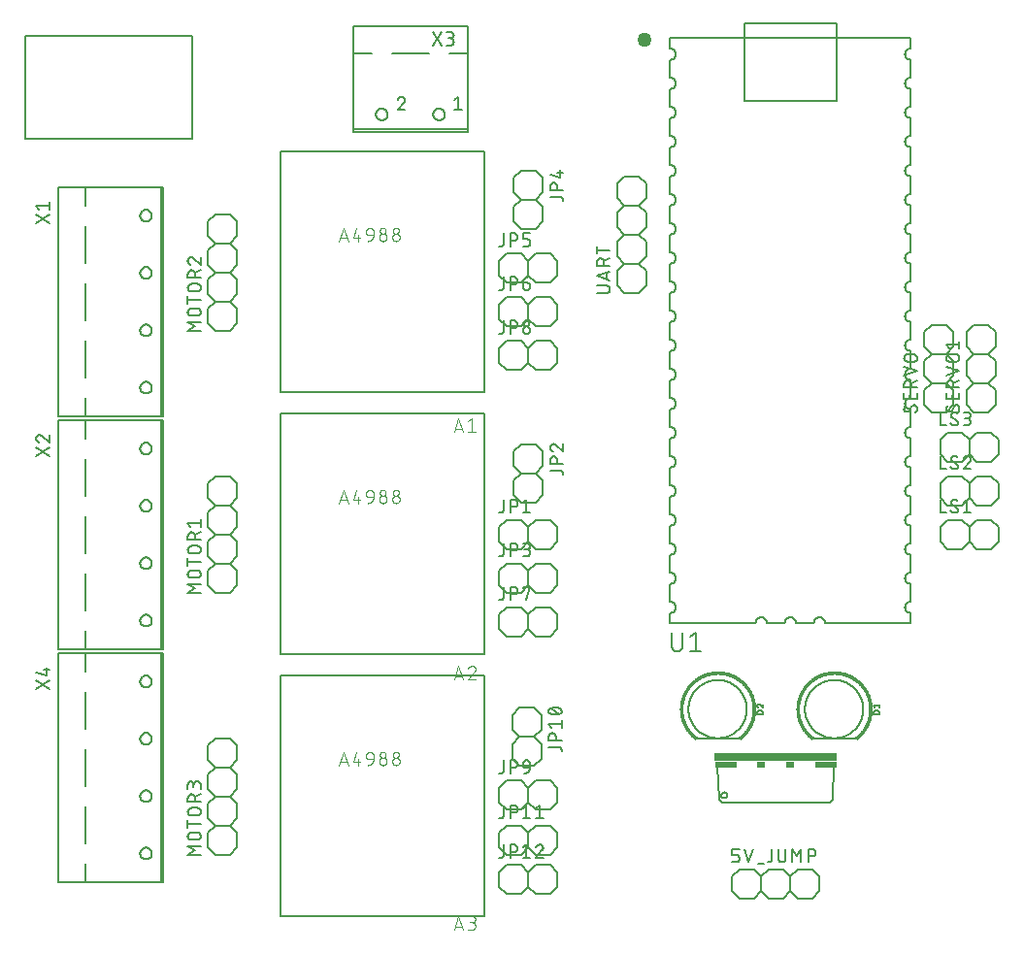
<source format=gbr>
G04 EAGLE Gerber RS-274X export*
G75*
%MOMM*%
%FSLAX34Y34*%
%LPD*%
%INSilkscreen Top*%
%IPPOS*%
%AMOC8*
5,1,8,0,0,1.08239X$1,22.5*%
G01*
%ADD10C,0.152400*%
%ADD11C,0.127000*%
%ADD12C,0.101600*%
%ADD13C,0.203200*%
%ADD14C,0.025400*%
%ADD15R,10.668000X0.762000*%
%ADD16R,1.905000X0.508000*%
%ADD17R,0.762000X0.508000*%
%ADD18C,1.270000*%


D10*
X593090Y68580D02*
X605790Y68580D01*
X612140Y62230D01*
X612140Y49530D01*
X605790Y43180D01*
X612140Y62230D02*
X618490Y68580D01*
X631190Y68580D01*
X637540Y62230D01*
X637540Y49530D01*
X631190Y43180D01*
X618490Y43180D01*
X612140Y49530D01*
X586740Y49530D02*
X586740Y62230D01*
X593090Y68580D01*
X586740Y49530D02*
X593090Y43180D01*
X605790Y43180D01*
X637540Y62230D02*
X643890Y68580D01*
X656590Y68580D01*
X662940Y62230D01*
X662940Y49530D01*
X656590Y43180D01*
X643890Y43180D01*
X637540Y49530D01*
D11*
X590423Y74803D02*
X586613Y74803D01*
X590423Y74803D02*
X590523Y74805D01*
X590622Y74811D01*
X590722Y74821D01*
X590820Y74834D01*
X590919Y74852D01*
X591016Y74873D01*
X591112Y74898D01*
X591208Y74927D01*
X591302Y74960D01*
X591395Y74996D01*
X591486Y75036D01*
X591576Y75080D01*
X591664Y75127D01*
X591750Y75177D01*
X591834Y75231D01*
X591916Y75288D01*
X591995Y75348D01*
X592073Y75412D01*
X592147Y75478D01*
X592219Y75547D01*
X592288Y75619D01*
X592354Y75693D01*
X592418Y75771D01*
X592478Y75850D01*
X592535Y75932D01*
X592589Y76016D01*
X592639Y76102D01*
X592686Y76190D01*
X592730Y76280D01*
X592770Y76371D01*
X592806Y76464D01*
X592839Y76558D01*
X592868Y76654D01*
X592893Y76750D01*
X592914Y76847D01*
X592932Y76946D01*
X592945Y77044D01*
X592955Y77144D01*
X592961Y77243D01*
X592963Y77343D01*
X592963Y78613D01*
X592961Y78713D01*
X592955Y78812D01*
X592945Y78912D01*
X592932Y79010D01*
X592914Y79109D01*
X592893Y79206D01*
X592868Y79302D01*
X592839Y79398D01*
X592806Y79492D01*
X592770Y79585D01*
X592730Y79676D01*
X592686Y79766D01*
X592639Y79854D01*
X592589Y79940D01*
X592535Y80024D01*
X592478Y80106D01*
X592418Y80185D01*
X592354Y80263D01*
X592288Y80337D01*
X592219Y80409D01*
X592147Y80478D01*
X592073Y80544D01*
X591995Y80608D01*
X591916Y80668D01*
X591834Y80725D01*
X591750Y80779D01*
X591664Y80829D01*
X591576Y80876D01*
X591486Y80920D01*
X591395Y80960D01*
X591302Y80996D01*
X591208Y81029D01*
X591112Y81058D01*
X591016Y81083D01*
X590919Y81104D01*
X590820Y81122D01*
X590722Y81135D01*
X590622Y81145D01*
X590523Y81151D01*
X590423Y81153D01*
X586613Y81153D01*
X586613Y86233D01*
X592963Y86233D01*
X597408Y86233D02*
X601218Y74803D01*
X605028Y86233D01*
X608965Y73533D02*
X614045Y73533D01*
X621209Y77343D02*
X621209Y86233D01*
X621209Y77343D02*
X621207Y77243D01*
X621201Y77144D01*
X621191Y77044D01*
X621178Y76946D01*
X621160Y76847D01*
X621139Y76750D01*
X621114Y76654D01*
X621085Y76558D01*
X621052Y76464D01*
X621016Y76371D01*
X620976Y76280D01*
X620932Y76190D01*
X620885Y76102D01*
X620835Y76016D01*
X620781Y75932D01*
X620724Y75850D01*
X620664Y75771D01*
X620600Y75693D01*
X620534Y75619D01*
X620465Y75547D01*
X620393Y75478D01*
X620319Y75412D01*
X620241Y75348D01*
X620162Y75288D01*
X620080Y75231D01*
X619996Y75177D01*
X619910Y75127D01*
X619822Y75080D01*
X619732Y75036D01*
X619641Y74996D01*
X619548Y74960D01*
X619454Y74927D01*
X619358Y74898D01*
X619262Y74873D01*
X619165Y74852D01*
X619066Y74834D01*
X618968Y74821D01*
X618868Y74811D01*
X618769Y74805D01*
X618669Y74803D01*
X617399Y74803D01*
X626999Y77978D02*
X626999Y86233D01*
X626999Y77978D02*
X627001Y77867D01*
X627007Y77757D01*
X627016Y77646D01*
X627030Y77536D01*
X627047Y77427D01*
X627068Y77318D01*
X627093Y77210D01*
X627122Y77103D01*
X627154Y76997D01*
X627190Y76892D01*
X627230Y76789D01*
X627273Y76687D01*
X627320Y76586D01*
X627371Y76487D01*
X627424Y76391D01*
X627481Y76296D01*
X627542Y76203D01*
X627605Y76112D01*
X627672Y76023D01*
X627742Y75937D01*
X627815Y75854D01*
X627890Y75772D01*
X627968Y75694D01*
X628050Y75619D01*
X628133Y75546D01*
X628219Y75476D01*
X628308Y75409D01*
X628399Y75346D01*
X628492Y75285D01*
X628587Y75228D01*
X628683Y75175D01*
X628782Y75124D01*
X628883Y75077D01*
X628985Y75034D01*
X629088Y74994D01*
X629193Y74958D01*
X629299Y74926D01*
X629406Y74897D01*
X629514Y74872D01*
X629623Y74851D01*
X629732Y74834D01*
X629842Y74820D01*
X629953Y74811D01*
X630063Y74805D01*
X630174Y74803D01*
X630285Y74805D01*
X630395Y74811D01*
X630506Y74820D01*
X630616Y74834D01*
X630725Y74851D01*
X630834Y74872D01*
X630942Y74897D01*
X631049Y74926D01*
X631155Y74958D01*
X631260Y74994D01*
X631363Y75034D01*
X631465Y75077D01*
X631566Y75124D01*
X631665Y75175D01*
X631762Y75228D01*
X631856Y75285D01*
X631949Y75346D01*
X632040Y75409D01*
X632129Y75476D01*
X632215Y75546D01*
X632298Y75619D01*
X632380Y75694D01*
X632458Y75772D01*
X632533Y75854D01*
X632606Y75937D01*
X632676Y76023D01*
X632743Y76112D01*
X632806Y76203D01*
X632867Y76296D01*
X632924Y76390D01*
X632977Y76487D01*
X633028Y76586D01*
X633075Y76687D01*
X633118Y76789D01*
X633158Y76892D01*
X633194Y76997D01*
X633226Y77103D01*
X633255Y77210D01*
X633280Y77318D01*
X633301Y77427D01*
X633318Y77536D01*
X633332Y77646D01*
X633341Y77757D01*
X633347Y77867D01*
X633349Y77978D01*
X633349Y86233D01*
X639318Y86233D02*
X639318Y74803D01*
X643128Y79883D02*
X639318Y86233D01*
X643128Y79883D02*
X646938Y86233D01*
X646938Y74803D01*
X653097Y74803D02*
X653097Y86233D01*
X656272Y86233D01*
X656383Y86231D01*
X656493Y86225D01*
X656604Y86216D01*
X656714Y86202D01*
X656823Y86185D01*
X656932Y86164D01*
X657040Y86139D01*
X657147Y86110D01*
X657253Y86078D01*
X657358Y86042D01*
X657461Y86002D01*
X657563Y85959D01*
X657664Y85912D01*
X657763Y85861D01*
X657860Y85808D01*
X657954Y85751D01*
X658047Y85690D01*
X658138Y85627D01*
X658227Y85560D01*
X658313Y85490D01*
X658396Y85417D01*
X658478Y85342D01*
X658556Y85264D01*
X658631Y85182D01*
X658704Y85099D01*
X658774Y85013D01*
X658841Y84924D01*
X658904Y84833D01*
X658965Y84740D01*
X659022Y84645D01*
X659075Y84549D01*
X659126Y84450D01*
X659173Y84349D01*
X659216Y84247D01*
X659256Y84144D01*
X659292Y84039D01*
X659324Y83933D01*
X659353Y83826D01*
X659378Y83718D01*
X659399Y83609D01*
X659416Y83500D01*
X659430Y83390D01*
X659439Y83279D01*
X659445Y83169D01*
X659447Y83058D01*
X659445Y82947D01*
X659439Y82837D01*
X659430Y82726D01*
X659416Y82616D01*
X659399Y82507D01*
X659378Y82398D01*
X659353Y82290D01*
X659324Y82183D01*
X659292Y82077D01*
X659256Y81972D01*
X659216Y81869D01*
X659173Y81767D01*
X659126Y81666D01*
X659075Y81567D01*
X659022Y81470D01*
X658965Y81376D01*
X658904Y81283D01*
X658841Y81192D01*
X658774Y81103D01*
X658704Y81017D01*
X658631Y80934D01*
X658556Y80852D01*
X658478Y80774D01*
X658396Y80699D01*
X658313Y80626D01*
X658227Y80556D01*
X658138Y80489D01*
X658047Y80426D01*
X657954Y80365D01*
X657860Y80308D01*
X657763Y80255D01*
X657664Y80204D01*
X657563Y80157D01*
X657461Y80114D01*
X657358Y80074D01*
X657253Y80038D01*
X657147Y80006D01*
X657040Y79977D01*
X656932Y79952D01*
X656823Y79931D01*
X656714Y79914D01*
X656604Y79900D01*
X656493Y79891D01*
X656383Y79885D01*
X656272Y79883D01*
X653097Y79883D01*
X370840Y485140D02*
X370840Y694690D01*
X193040Y694690D01*
X193040Y485140D01*
X370840Y485140D01*
D12*
X348036Y461772D02*
X344142Y450088D01*
X351931Y450088D02*
X348036Y461772D01*
X350957Y453009D02*
X345115Y453009D01*
X356221Y459176D02*
X359466Y461772D01*
X359466Y450088D01*
X356221Y450088D02*
X362712Y450088D01*
X243812Y616458D02*
X247707Y628142D01*
X251601Y616458D01*
X250628Y619379D02*
X244786Y619379D01*
X255891Y619054D02*
X258487Y628142D01*
X255891Y619054D02*
X262382Y619054D01*
X260435Y621651D02*
X260435Y616458D01*
X269917Y621651D02*
X273812Y621651D01*
X269917Y621651D02*
X269818Y621653D01*
X269718Y621659D01*
X269619Y621668D01*
X269521Y621681D01*
X269423Y621698D01*
X269325Y621719D01*
X269229Y621744D01*
X269134Y621772D01*
X269040Y621804D01*
X268947Y621839D01*
X268855Y621878D01*
X268765Y621921D01*
X268677Y621966D01*
X268590Y622016D01*
X268506Y622068D01*
X268423Y622124D01*
X268343Y622182D01*
X268265Y622244D01*
X268190Y622309D01*
X268117Y622377D01*
X268047Y622447D01*
X267979Y622520D01*
X267914Y622595D01*
X267852Y622673D01*
X267794Y622753D01*
X267738Y622836D01*
X267686Y622920D01*
X267636Y623007D01*
X267591Y623095D01*
X267548Y623185D01*
X267509Y623277D01*
X267474Y623370D01*
X267442Y623464D01*
X267414Y623559D01*
X267389Y623655D01*
X267368Y623753D01*
X267351Y623851D01*
X267338Y623949D01*
X267329Y624048D01*
X267323Y624148D01*
X267321Y624247D01*
X267321Y624896D01*
X267323Y625009D01*
X267329Y625122D01*
X267339Y625235D01*
X267353Y625348D01*
X267370Y625460D01*
X267392Y625571D01*
X267417Y625681D01*
X267447Y625791D01*
X267480Y625899D01*
X267517Y626006D01*
X267557Y626112D01*
X267602Y626216D01*
X267650Y626319D01*
X267701Y626420D01*
X267756Y626519D01*
X267814Y626616D01*
X267876Y626711D01*
X267941Y626804D01*
X268009Y626894D01*
X268080Y626982D01*
X268155Y627068D01*
X268232Y627151D01*
X268312Y627231D01*
X268395Y627308D01*
X268481Y627383D01*
X268569Y627454D01*
X268659Y627522D01*
X268752Y627587D01*
X268847Y627649D01*
X268944Y627707D01*
X269043Y627762D01*
X269144Y627813D01*
X269247Y627861D01*
X269351Y627906D01*
X269457Y627946D01*
X269564Y627983D01*
X269672Y628016D01*
X269782Y628046D01*
X269892Y628071D01*
X270003Y628093D01*
X270115Y628110D01*
X270228Y628124D01*
X270341Y628134D01*
X270454Y628140D01*
X270567Y628142D01*
X270680Y628140D01*
X270793Y628134D01*
X270906Y628124D01*
X271019Y628110D01*
X271131Y628093D01*
X271242Y628071D01*
X271352Y628046D01*
X271462Y628016D01*
X271570Y627983D01*
X271677Y627946D01*
X271783Y627906D01*
X271887Y627861D01*
X271990Y627813D01*
X272091Y627762D01*
X272190Y627707D01*
X272287Y627649D01*
X272382Y627587D01*
X272475Y627522D01*
X272565Y627454D01*
X272653Y627383D01*
X272739Y627308D01*
X272822Y627231D01*
X272902Y627151D01*
X272979Y627068D01*
X273054Y626982D01*
X273125Y626894D01*
X273193Y626804D01*
X273258Y626711D01*
X273320Y626616D01*
X273378Y626519D01*
X273433Y626420D01*
X273484Y626319D01*
X273532Y626216D01*
X273577Y626112D01*
X273617Y626006D01*
X273654Y625899D01*
X273687Y625791D01*
X273717Y625681D01*
X273742Y625571D01*
X273764Y625460D01*
X273781Y625348D01*
X273795Y625235D01*
X273805Y625122D01*
X273811Y625009D01*
X273813Y624896D01*
X273812Y624896D02*
X273812Y621651D01*
X273810Y621508D01*
X273804Y621365D01*
X273794Y621222D01*
X273780Y621080D01*
X273763Y620938D01*
X273741Y620796D01*
X273716Y620655D01*
X273686Y620515D01*
X273653Y620376D01*
X273616Y620238D01*
X273575Y620101D01*
X273531Y619965D01*
X273482Y619830D01*
X273430Y619697D01*
X273375Y619565D01*
X273315Y619435D01*
X273252Y619306D01*
X273186Y619179D01*
X273116Y619055D01*
X273043Y618932D01*
X272966Y618811D01*
X272886Y618692D01*
X272803Y618576D01*
X272717Y618461D01*
X272628Y618350D01*
X272535Y618240D01*
X272440Y618134D01*
X272341Y618030D01*
X272240Y617929D01*
X272136Y617830D01*
X272030Y617735D01*
X271920Y617642D01*
X271809Y617553D01*
X271694Y617467D01*
X271578Y617384D01*
X271459Y617304D01*
X271338Y617227D01*
X271216Y617154D01*
X271091Y617084D01*
X270964Y617018D01*
X270835Y616955D01*
X270705Y616895D01*
X270573Y616840D01*
X270440Y616788D01*
X270305Y616739D01*
X270169Y616695D01*
X270032Y616654D01*
X269894Y616617D01*
X269755Y616584D01*
X269615Y616554D01*
X269474Y616529D01*
X269332Y616507D01*
X269190Y616490D01*
X269048Y616476D01*
X268905Y616466D01*
X268762Y616460D01*
X268619Y616458D01*
X278750Y619704D02*
X278752Y619817D01*
X278758Y619930D01*
X278768Y620043D01*
X278782Y620156D01*
X278799Y620268D01*
X278821Y620379D01*
X278846Y620489D01*
X278876Y620599D01*
X278909Y620707D01*
X278946Y620814D01*
X278986Y620920D01*
X279031Y621024D01*
X279079Y621127D01*
X279130Y621228D01*
X279185Y621327D01*
X279243Y621424D01*
X279305Y621519D01*
X279370Y621612D01*
X279438Y621702D01*
X279509Y621790D01*
X279584Y621876D01*
X279661Y621959D01*
X279741Y622039D01*
X279824Y622116D01*
X279910Y622191D01*
X279998Y622262D01*
X280088Y622330D01*
X280181Y622395D01*
X280276Y622457D01*
X280373Y622515D01*
X280472Y622570D01*
X280573Y622621D01*
X280676Y622669D01*
X280780Y622714D01*
X280886Y622754D01*
X280993Y622791D01*
X281101Y622824D01*
X281211Y622854D01*
X281321Y622879D01*
X281432Y622901D01*
X281544Y622918D01*
X281657Y622932D01*
X281770Y622942D01*
X281883Y622948D01*
X281996Y622950D01*
X282109Y622948D01*
X282222Y622942D01*
X282335Y622932D01*
X282448Y622918D01*
X282560Y622901D01*
X282671Y622879D01*
X282781Y622854D01*
X282891Y622824D01*
X282999Y622791D01*
X283106Y622754D01*
X283212Y622714D01*
X283316Y622669D01*
X283419Y622621D01*
X283520Y622570D01*
X283619Y622515D01*
X283716Y622457D01*
X283811Y622395D01*
X283904Y622330D01*
X283994Y622262D01*
X284082Y622191D01*
X284168Y622116D01*
X284251Y622039D01*
X284331Y621959D01*
X284408Y621876D01*
X284483Y621790D01*
X284554Y621702D01*
X284622Y621612D01*
X284687Y621519D01*
X284749Y621424D01*
X284807Y621327D01*
X284862Y621228D01*
X284913Y621127D01*
X284961Y621024D01*
X285006Y620920D01*
X285046Y620814D01*
X285083Y620707D01*
X285116Y620599D01*
X285146Y620489D01*
X285171Y620379D01*
X285193Y620268D01*
X285210Y620156D01*
X285224Y620043D01*
X285234Y619930D01*
X285240Y619817D01*
X285242Y619704D01*
X285240Y619591D01*
X285234Y619478D01*
X285224Y619365D01*
X285210Y619252D01*
X285193Y619140D01*
X285171Y619029D01*
X285146Y618919D01*
X285116Y618809D01*
X285083Y618701D01*
X285046Y618594D01*
X285006Y618488D01*
X284961Y618384D01*
X284913Y618281D01*
X284862Y618180D01*
X284807Y618081D01*
X284749Y617984D01*
X284687Y617889D01*
X284622Y617796D01*
X284554Y617706D01*
X284483Y617618D01*
X284408Y617532D01*
X284331Y617449D01*
X284251Y617369D01*
X284168Y617292D01*
X284082Y617217D01*
X283994Y617146D01*
X283904Y617078D01*
X283811Y617013D01*
X283716Y616951D01*
X283619Y616893D01*
X283520Y616838D01*
X283419Y616787D01*
X283316Y616739D01*
X283212Y616694D01*
X283106Y616654D01*
X282999Y616617D01*
X282891Y616584D01*
X282781Y616554D01*
X282671Y616529D01*
X282560Y616507D01*
X282448Y616490D01*
X282335Y616476D01*
X282222Y616466D01*
X282109Y616460D01*
X281996Y616458D01*
X281883Y616460D01*
X281770Y616466D01*
X281657Y616476D01*
X281544Y616490D01*
X281432Y616507D01*
X281321Y616529D01*
X281211Y616554D01*
X281101Y616584D01*
X280993Y616617D01*
X280886Y616654D01*
X280780Y616694D01*
X280676Y616739D01*
X280573Y616787D01*
X280472Y616838D01*
X280373Y616893D01*
X280276Y616951D01*
X280181Y617013D01*
X280088Y617078D01*
X279998Y617146D01*
X279910Y617217D01*
X279824Y617292D01*
X279741Y617369D01*
X279661Y617449D01*
X279584Y617532D01*
X279509Y617618D01*
X279438Y617706D01*
X279370Y617796D01*
X279305Y617889D01*
X279243Y617984D01*
X279185Y618081D01*
X279130Y618180D01*
X279079Y618281D01*
X279031Y618384D01*
X278986Y618488D01*
X278946Y618594D01*
X278909Y618701D01*
X278876Y618809D01*
X278846Y618919D01*
X278821Y619029D01*
X278799Y619140D01*
X278782Y619252D01*
X278768Y619365D01*
X278758Y619478D01*
X278752Y619591D01*
X278750Y619704D01*
X279400Y625546D02*
X279402Y625647D01*
X279408Y625747D01*
X279418Y625847D01*
X279431Y625947D01*
X279449Y626046D01*
X279470Y626145D01*
X279495Y626242D01*
X279524Y626339D01*
X279557Y626434D01*
X279593Y626528D01*
X279633Y626620D01*
X279676Y626711D01*
X279723Y626800D01*
X279773Y626887D01*
X279827Y626973D01*
X279884Y627056D01*
X279944Y627136D01*
X280007Y627215D01*
X280074Y627291D01*
X280143Y627364D01*
X280215Y627434D01*
X280289Y627502D01*
X280366Y627567D01*
X280446Y627628D01*
X280528Y627687D01*
X280612Y627742D01*
X280698Y627794D01*
X280786Y627843D01*
X280876Y627888D01*
X280968Y627930D01*
X281061Y627968D01*
X281156Y628002D01*
X281251Y628033D01*
X281348Y628060D01*
X281446Y628083D01*
X281545Y628103D01*
X281645Y628118D01*
X281745Y628130D01*
X281845Y628138D01*
X281946Y628142D01*
X282046Y628142D01*
X282147Y628138D01*
X282247Y628130D01*
X282347Y628118D01*
X282447Y628103D01*
X282546Y628083D01*
X282644Y628060D01*
X282741Y628033D01*
X282836Y628002D01*
X282931Y627968D01*
X283024Y627930D01*
X283116Y627888D01*
X283206Y627843D01*
X283294Y627794D01*
X283380Y627742D01*
X283464Y627687D01*
X283546Y627628D01*
X283626Y627567D01*
X283703Y627502D01*
X283777Y627434D01*
X283849Y627364D01*
X283918Y627291D01*
X283985Y627215D01*
X284048Y627136D01*
X284108Y627056D01*
X284165Y626973D01*
X284219Y626887D01*
X284269Y626800D01*
X284316Y626711D01*
X284359Y626620D01*
X284399Y626528D01*
X284435Y626434D01*
X284468Y626339D01*
X284497Y626242D01*
X284522Y626145D01*
X284543Y626046D01*
X284561Y625947D01*
X284574Y625847D01*
X284584Y625747D01*
X284590Y625647D01*
X284592Y625546D01*
X284590Y625445D01*
X284584Y625345D01*
X284574Y625245D01*
X284561Y625145D01*
X284543Y625046D01*
X284522Y624947D01*
X284497Y624850D01*
X284468Y624753D01*
X284435Y624658D01*
X284399Y624564D01*
X284359Y624472D01*
X284316Y624381D01*
X284269Y624292D01*
X284219Y624205D01*
X284165Y624119D01*
X284108Y624036D01*
X284048Y623956D01*
X283985Y623877D01*
X283918Y623801D01*
X283849Y623728D01*
X283777Y623658D01*
X283703Y623590D01*
X283626Y623525D01*
X283546Y623464D01*
X283464Y623405D01*
X283380Y623350D01*
X283294Y623298D01*
X283206Y623249D01*
X283116Y623204D01*
X283024Y623162D01*
X282931Y623124D01*
X282836Y623090D01*
X282741Y623059D01*
X282644Y623032D01*
X282546Y623009D01*
X282447Y622989D01*
X282347Y622974D01*
X282247Y622962D01*
X282147Y622954D01*
X282046Y622950D01*
X281946Y622950D01*
X281845Y622954D01*
X281745Y622962D01*
X281645Y622974D01*
X281545Y622989D01*
X281446Y623009D01*
X281348Y623032D01*
X281251Y623059D01*
X281156Y623090D01*
X281061Y623124D01*
X280968Y623162D01*
X280876Y623204D01*
X280786Y623249D01*
X280698Y623298D01*
X280612Y623350D01*
X280528Y623405D01*
X280446Y623464D01*
X280366Y623525D01*
X280289Y623590D01*
X280215Y623658D01*
X280143Y623728D01*
X280074Y623801D01*
X280007Y623877D01*
X279944Y623956D01*
X279884Y624036D01*
X279827Y624119D01*
X279773Y624205D01*
X279723Y624292D01*
X279676Y624381D01*
X279633Y624472D01*
X279593Y624564D01*
X279557Y624658D01*
X279524Y624753D01*
X279495Y624850D01*
X279470Y624947D01*
X279449Y625046D01*
X279431Y625145D01*
X279418Y625245D01*
X279408Y625345D01*
X279402Y625445D01*
X279400Y625546D01*
X290180Y619704D02*
X290182Y619817D01*
X290188Y619930D01*
X290198Y620043D01*
X290212Y620156D01*
X290229Y620268D01*
X290251Y620379D01*
X290276Y620489D01*
X290306Y620599D01*
X290339Y620707D01*
X290376Y620814D01*
X290416Y620920D01*
X290461Y621024D01*
X290509Y621127D01*
X290560Y621228D01*
X290615Y621327D01*
X290673Y621424D01*
X290735Y621519D01*
X290800Y621612D01*
X290868Y621702D01*
X290939Y621790D01*
X291014Y621876D01*
X291091Y621959D01*
X291171Y622039D01*
X291254Y622116D01*
X291340Y622191D01*
X291428Y622262D01*
X291518Y622330D01*
X291611Y622395D01*
X291706Y622457D01*
X291803Y622515D01*
X291902Y622570D01*
X292003Y622621D01*
X292106Y622669D01*
X292210Y622714D01*
X292316Y622754D01*
X292423Y622791D01*
X292531Y622824D01*
X292641Y622854D01*
X292751Y622879D01*
X292862Y622901D01*
X292974Y622918D01*
X293087Y622932D01*
X293200Y622942D01*
X293313Y622948D01*
X293426Y622950D01*
X293539Y622948D01*
X293652Y622942D01*
X293765Y622932D01*
X293878Y622918D01*
X293990Y622901D01*
X294101Y622879D01*
X294211Y622854D01*
X294321Y622824D01*
X294429Y622791D01*
X294536Y622754D01*
X294642Y622714D01*
X294746Y622669D01*
X294849Y622621D01*
X294950Y622570D01*
X295049Y622515D01*
X295146Y622457D01*
X295241Y622395D01*
X295334Y622330D01*
X295424Y622262D01*
X295512Y622191D01*
X295598Y622116D01*
X295681Y622039D01*
X295761Y621959D01*
X295838Y621876D01*
X295913Y621790D01*
X295984Y621702D01*
X296052Y621612D01*
X296117Y621519D01*
X296179Y621424D01*
X296237Y621327D01*
X296292Y621228D01*
X296343Y621127D01*
X296391Y621024D01*
X296436Y620920D01*
X296476Y620814D01*
X296513Y620707D01*
X296546Y620599D01*
X296576Y620489D01*
X296601Y620379D01*
X296623Y620268D01*
X296640Y620156D01*
X296654Y620043D01*
X296664Y619930D01*
X296670Y619817D01*
X296672Y619704D01*
X296670Y619591D01*
X296664Y619478D01*
X296654Y619365D01*
X296640Y619252D01*
X296623Y619140D01*
X296601Y619029D01*
X296576Y618919D01*
X296546Y618809D01*
X296513Y618701D01*
X296476Y618594D01*
X296436Y618488D01*
X296391Y618384D01*
X296343Y618281D01*
X296292Y618180D01*
X296237Y618081D01*
X296179Y617984D01*
X296117Y617889D01*
X296052Y617796D01*
X295984Y617706D01*
X295913Y617618D01*
X295838Y617532D01*
X295761Y617449D01*
X295681Y617369D01*
X295598Y617292D01*
X295512Y617217D01*
X295424Y617146D01*
X295334Y617078D01*
X295241Y617013D01*
X295146Y616951D01*
X295049Y616893D01*
X294950Y616838D01*
X294849Y616787D01*
X294746Y616739D01*
X294642Y616694D01*
X294536Y616654D01*
X294429Y616617D01*
X294321Y616584D01*
X294211Y616554D01*
X294101Y616529D01*
X293990Y616507D01*
X293878Y616490D01*
X293765Y616476D01*
X293652Y616466D01*
X293539Y616460D01*
X293426Y616458D01*
X293313Y616460D01*
X293200Y616466D01*
X293087Y616476D01*
X292974Y616490D01*
X292862Y616507D01*
X292751Y616529D01*
X292641Y616554D01*
X292531Y616584D01*
X292423Y616617D01*
X292316Y616654D01*
X292210Y616694D01*
X292106Y616739D01*
X292003Y616787D01*
X291902Y616838D01*
X291803Y616893D01*
X291706Y616951D01*
X291611Y617013D01*
X291518Y617078D01*
X291428Y617146D01*
X291340Y617217D01*
X291254Y617292D01*
X291171Y617369D01*
X291091Y617449D01*
X291014Y617532D01*
X290939Y617618D01*
X290868Y617706D01*
X290800Y617796D01*
X290735Y617889D01*
X290673Y617984D01*
X290615Y618081D01*
X290560Y618180D01*
X290509Y618281D01*
X290461Y618384D01*
X290416Y618488D01*
X290376Y618594D01*
X290339Y618701D01*
X290306Y618809D01*
X290276Y618919D01*
X290251Y619029D01*
X290229Y619140D01*
X290212Y619252D01*
X290198Y619365D01*
X290188Y619478D01*
X290182Y619591D01*
X290180Y619704D01*
X290830Y625546D02*
X290832Y625647D01*
X290838Y625747D01*
X290848Y625847D01*
X290861Y625947D01*
X290879Y626046D01*
X290900Y626145D01*
X290925Y626242D01*
X290954Y626339D01*
X290987Y626434D01*
X291023Y626528D01*
X291063Y626620D01*
X291106Y626711D01*
X291153Y626800D01*
X291203Y626887D01*
X291257Y626973D01*
X291314Y627056D01*
X291374Y627136D01*
X291437Y627215D01*
X291504Y627291D01*
X291573Y627364D01*
X291645Y627434D01*
X291719Y627502D01*
X291796Y627567D01*
X291876Y627628D01*
X291958Y627687D01*
X292042Y627742D01*
X292128Y627794D01*
X292216Y627843D01*
X292306Y627888D01*
X292398Y627930D01*
X292491Y627968D01*
X292586Y628002D01*
X292681Y628033D01*
X292778Y628060D01*
X292876Y628083D01*
X292975Y628103D01*
X293075Y628118D01*
X293175Y628130D01*
X293275Y628138D01*
X293376Y628142D01*
X293476Y628142D01*
X293577Y628138D01*
X293677Y628130D01*
X293777Y628118D01*
X293877Y628103D01*
X293976Y628083D01*
X294074Y628060D01*
X294171Y628033D01*
X294266Y628002D01*
X294361Y627968D01*
X294454Y627930D01*
X294546Y627888D01*
X294636Y627843D01*
X294724Y627794D01*
X294810Y627742D01*
X294894Y627687D01*
X294976Y627628D01*
X295056Y627567D01*
X295133Y627502D01*
X295207Y627434D01*
X295279Y627364D01*
X295348Y627291D01*
X295415Y627215D01*
X295478Y627136D01*
X295538Y627056D01*
X295595Y626973D01*
X295649Y626887D01*
X295699Y626800D01*
X295746Y626711D01*
X295789Y626620D01*
X295829Y626528D01*
X295865Y626434D01*
X295898Y626339D01*
X295927Y626242D01*
X295952Y626145D01*
X295973Y626046D01*
X295991Y625947D01*
X296004Y625847D01*
X296014Y625747D01*
X296020Y625647D01*
X296022Y625546D01*
X296020Y625445D01*
X296014Y625345D01*
X296004Y625245D01*
X295991Y625145D01*
X295973Y625046D01*
X295952Y624947D01*
X295927Y624850D01*
X295898Y624753D01*
X295865Y624658D01*
X295829Y624564D01*
X295789Y624472D01*
X295746Y624381D01*
X295699Y624292D01*
X295649Y624205D01*
X295595Y624119D01*
X295538Y624036D01*
X295478Y623956D01*
X295415Y623877D01*
X295348Y623801D01*
X295279Y623728D01*
X295207Y623658D01*
X295133Y623590D01*
X295056Y623525D01*
X294976Y623464D01*
X294894Y623405D01*
X294810Y623350D01*
X294724Y623298D01*
X294636Y623249D01*
X294546Y623204D01*
X294454Y623162D01*
X294361Y623124D01*
X294266Y623090D01*
X294171Y623059D01*
X294074Y623032D01*
X293976Y623009D01*
X293877Y622989D01*
X293777Y622974D01*
X293677Y622962D01*
X293577Y622954D01*
X293476Y622950D01*
X293376Y622950D01*
X293275Y622954D01*
X293175Y622962D01*
X293075Y622974D01*
X292975Y622989D01*
X292876Y623009D01*
X292778Y623032D01*
X292681Y623059D01*
X292586Y623090D01*
X292491Y623124D01*
X292398Y623162D01*
X292306Y623204D01*
X292216Y623249D01*
X292128Y623298D01*
X292042Y623350D01*
X291958Y623405D01*
X291876Y623464D01*
X291796Y623525D01*
X291719Y623590D01*
X291645Y623658D01*
X291573Y623728D01*
X291504Y623801D01*
X291437Y623877D01*
X291374Y623956D01*
X291314Y624036D01*
X291257Y624119D01*
X291203Y624205D01*
X291153Y624292D01*
X291106Y624381D01*
X291063Y624472D01*
X291023Y624564D01*
X290987Y624658D01*
X290954Y624753D01*
X290925Y624850D01*
X290900Y624947D01*
X290879Y625046D01*
X290861Y625145D01*
X290848Y625245D01*
X290838Y625345D01*
X290832Y625445D01*
X290830Y625546D01*
D11*
X370840Y466090D02*
X370840Y256540D01*
X370840Y466090D02*
X193040Y466090D01*
X193040Y256540D01*
X370840Y256540D01*
D12*
X348036Y245872D02*
X344142Y234188D01*
X351931Y234188D02*
X348036Y245872D01*
X350957Y237109D02*
X345115Y237109D01*
X359791Y245872D02*
X359898Y245870D01*
X360004Y245864D01*
X360110Y245854D01*
X360216Y245841D01*
X360322Y245823D01*
X360426Y245802D01*
X360530Y245777D01*
X360633Y245748D01*
X360734Y245716D01*
X360834Y245679D01*
X360933Y245639D01*
X361031Y245596D01*
X361127Y245549D01*
X361221Y245498D01*
X361313Y245444D01*
X361403Y245387D01*
X361491Y245327D01*
X361576Y245263D01*
X361659Y245196D01*
X361740Y245126D01*
X361818Y245054D01*
X361894Y244978D01*
X361966Y244900D01*
X362036Y244819D01*
X362103Y244736D01*
X362167Y244651D01*
X362227Y244563D01*
X362284Y244473D01*
X362338Y244381D01*
X362389Y244287D01*
X362436Y244191D01*
X362479Y244093D01*
X362519Y243994D01*
X362556Y243894D01*
X362588Y243793D01*
X362617Y243690D01*
X362642Y243586D01*
X362663Y243482D01*
X362681Y243376D01*
X362694Y243270D01*
X362704Y243164D01*
X362710Y243058D01*
X362712Y242951D01*
X359791Y245872D02*
X359670Y245870D01*
X359549Y245864D01*
X359429Y245854D01*
X359308Y245841D01*
X359189Y245823D01*
X359069Y245802D01*
X358951Y245777D01*
X358834Y245748D01*
X358717Y245715D01*
X358602Y245679D01*
X358488Y245638D01*
X358375Y245595D01*
X358263Y245547D01*
X358154Y245496D01*
X358046Y245441D01*
X357939Y245383D01*
X357835Y245322D01*
X357733Y245257D01*
X357633Y245189D01*
X357535Y245118D01*
X357439Y245044D01*
X357346Y244967D01*
X357256Y244886D01*
X357168Y244803D01*
X357083Y244717D01*
X357000Y244628D01*
X356921Y244537D01*
X356844Y244443D01*
X356771Y244347D01*
X356701Y244249D01*
X356634Y244148D01*
X356570Y244045D01*
X356510Y243940D01*
X356453Y243833D01*
X356399Y243725D01*
X356349Y243615D01*
X356303Y243503D01*
X356260Y243390D01*
X356221Y243275D01*
X361739Y240679D02*
X361818Y240756D01*
X361894Y240837D01*
X361967Y240920D01*
X362037Y241005D01*
X362104Y241093D01*
X362168Y241183D01*
X362228Y241275D01*
X362285Y241370D01*
X362339Y241466D01*
X362390Y241564D01*
X362437Y241664D01*
X362481Y241766D01*
X362521Y241869D01*
X362557Y241973D01*
X362589Y242079D01*
X362618Y242185D01*
X362643Y242293D01*
X362665Y242401D01*
X362682Y242511D01*
X362696Y242620D01*
X362705Y242730D01*
X362711Y242841D01*
X362713Y242951D01*
X361738Y240679D02*
X356221Y234188D01*
X362712Y234188D01*
X243812Y387858D02*
X247707Y399542D01*
X251601Y387858D01*
X250628Y390779D02*
X244786Y390779D01*
X255891Y390454D02*
X258487Y399542D01*
X255891Y390454D02*
X262382Y390454D01*
X260435Y393051D02*
X260435Y387858D01*
X269917Y393051D02*
X273812Y393051D01*
X269917Y393051D02*
X269818Y393053D01*
X269718Y393059D01*
X269619Y393068D01*
X269521Y393081D01*
X269423Y393098D01*
X269325Y393119D01*
X269229Y393144D01*
X269134Y393172D01*
X269040Y393204D01*
X268947Y393239D01*
X268855Y393278D01*
X268765Y393321D01*
X268677Y393366D01*
X268590Y393416D01*
X268506Y393468D01*
X268423Y393524D01*
X268343Y393582D01*
X268265Y393644D01*
X268190Y393709D01*
X268117Y393777D01*
X268047Y393847D01*
X267979Y393920D01*
X267914Y393995D01*
X267852Y394073D01*
X267794Y394153D01*
X267738Y394236D01*
X267686Y394320D01*
X267636Y394407D01*
X267591Y394495D01*
X267548Y394585D01*
X267509Y394677D01*
X267474Y394770D01*
X267442Y394864D01*
X267414Y394959D01*
X267389Y395055D01*
X267368Y395153D01*
X267351Y395251D01*
X267338Y395349D01*
X267329Y395448D01*
X267323Y395548D01*
X267321Y395647D01*
X267321Y396296D01*
X267323Y396409D01*
X267329Y396522D01*
X267339Y396635D01*
X267353Y396748D01*
X267370Y396860D01*
X267392Y396971D01*
X267417Y397081D01*
X267447Y397191D01*
X267480Y397299D01*
X267517Y397406D01*
X267557Y397512D01*
X267602Y397616D01*
X267650Y397719D01*
X267701Y397820D01*
X267756Y397919D01*
X267814Y398016D01*
X267876Y398111D01*
X267941Y398204D01*
X268009Y398294D01*
X268080Y398382D01*
X268155Y398468D01*
X268232Y398551D01*
X268312Y398631D01*
X268395Y398708D01*
X268481Y398783D01*
X268569Y398854D01*
X268659Y398922D01*
X268752Y398987D01*
X268847Y399049D01*
X268944Y399107D01*
X269043Y399162D01*
X269144Y399213D01*
X269247Y399261D01*
X269351Y399306D01*
X269457Y399346D01*
X269564Y399383D01*
X269672Y399416D01*
X269782Y399446D01*
X269892Y399471D01*
X270003Y399493D01*
X270115Y399510D01*
X270228Y399524D01*
X270341Y399534D01*
X270454Y399540D01*
X270567Y399542D01*
X270680Y399540D01*
X270793Y399534D01*
X270906Y399524D01*
X271019Y399510D01*
X271131Y399493D01*
X271242Y399471D01*
X271352Y399446D01*
X271462Y399416D01*
X271570Y399383D01*
X271677Y399346D01*
X271783Y399306D01*
X271887Y399261D01*
X271990Y399213D01*
X272091Y399162D01*
X272190Y399107D01*
X272287Y399049D01*
X272382Y398987D01*
X272475Y398922D01*
X272565Y398854D01*
X272653Y398783D01*
X272739Y398708D01*
X272822Y398631D01*
X272902Y398551D01*
X272979Y398468D01*
X273054Y398382D01*
X273125Y398294D01*
X273193Y398204D01*
X273258Y398111D01*
X273320Y398016D01*
X273378Y397919D01*
X273433Y397820D01*
X273484Y397719D01*
X273532Y397616D01*
X273577Y397512D01*
X273617Y397406D01*
X273654Y397299D01*
X273687Y397191D01*
X273717Y397081D01*
X273742Y396971D01*
X273764Y396860D01*
X273781Y396748D01*
X273795Y396635D01*
X273805Y396522D01*
X273811Y396409D01*
X273813Y396296D01*
X273812Y396296D02*
X273812Y393051D01*
X273810Y392908D01*
X273804Y392765D01*
X273794Y392622D01*
X273780Y392480D01*
X273763Y392338D01*
X273741Y392196D01*
X273716Y392055D01*
X273686Y391915D01*
X273653Y391776D01*
X273616Y391638D01*
X273575Y391501D01*
X273531Y391365D01*
X273482Y391230D01*
X273430Y391097D01*
X273375Y390965D01*
X273315Y390835D01*
X273252Y390706D01*
X273186Y390579D01*
X273116Y390454D01*
X273043Y390332D01*
X272966Y390211D01*
X272886Y390092D01*
X272803Y389976D01*
X272717Y389861D01*
X272628Y389750D01*
X272535Y389640D01*
X272440Y389534D01*
X272341Y389430D01*
X272240Y389329D01*
X272136Y389230D01*
X272030Y389135D01*
X271920Y389042D01*
X271809Y388953D01*
X271694Y388867D01*
X271578Y388784D01*
X271459Y388704D01*
X271338Y388627D01*
X271216Y388554D01*
X271091Y388484D01*
X270964Y388418D01*
X270835Y388355D01*
X270705Y388295D01*
X270573Y388240D01*
X270440Y388188D01*
X270305Y388139D01*
X270169Y388095D01*
X270032Y388054D01*
X269894Y388017D01*
X269755Y387984D01*
X269615Y387954D01*
X269474Y387929D01*
X269332Y387907D01*
X269190Y387890D01*
X269048Y387876D01*
X268905Y387866D01*
X268762Y387860D01*
X268619Y387858D01*
X278750Y391104D02*
X278752Y391217D01*
X278758Y391330D01*
X278768Y391443D01*
X278782Y391556D01*
X278799Y391668D01*
X278821Y391779D01*
X278846Y391889D01*
X278876Y391999D01*
X278909Y392107D01*
X278946Y392214D01*
X278986Y392320D01*
X279031Y392424D01*
X279079Y392527D01*
X279130Y392628D01*
X279185Y392727D01*
X279243Y392824D01*
X279305Y392919D01*
X279370Y393012D01*
X279438Y393102D01*
X279509Y393190D01*
X279584Y393276D01*
X279661Y393359D01*
X279741Y393439D01*
X279824Y393516D01*
X279910Y393591D01*
X279998Y393662D01*
X280088Y393730D01*
X280181Y393795D01*
X280276Y393857D01*
X280373Y393915D01*
X280472Y393970D01*
X280573Y394021D01*
X280676Y394069D01*
X280780Y394114D01*
X280886Y394154D01*
X280993Y394191D01*
X281101Y394224D01*
X281211Y394254D01*
X281321Y394279D01*
X281432Y394301D01*
X281544Y394318D01*
X281657Y394332D01*
X281770Y394342D01*
X281883Y394348D01*
X281996Y394350D01*
X282109Y394348D01*
X282222Y394342D01*
X282335Y394332D01*
X282448Y394318D01*
X282560Y394301D01*
X282671Y394279D01*
X282781Y394254D01*
X282891Y394224D01*
X282999Y394191D01*
X283106Y394154D01*
X283212Y394114D01*
X283316Y394069D01*
X283419Y394021D01*
X283520Y393970D01*
X283619Y393915D01*
X283716Y393857D01*
X283811Y393795D01*
X283904Y393730D01*
X283994Y393662D01*
X284082Y393591D01*
X284168Y393516D01*
X284251Y393439D01*
X284331Y393359D01*
X284408Y393276D01*
X284483Y393190D01*
X284554Y393102D01*
X284622Y393012D01*
X284687Y392919D01*
X284749Y392824D01*
X284807Y392727D01*
X284862Y392628D01*
X284913Y392527D01*
X284961Y392424D01*
X285006Y392320D01*
X285046Y392214D01*
X285083Y392107D01*
X285116Y391999D01*
X285146Y391889D01*
X285171Y391779D01*
X285193Y391668D01*
X285210Y391556D01*
X285224Y391443D01*
X285234Y391330D01*
X285240Y391217D01*
X285242Y391104D01*
X285240Y390991D01*
X285234Y390878D01*
X285224Y390765D01*
X285210Y390652D01*
X285193Y390540D01*
X285171Y390429D01*
X285146Y390319D01*
X285116Y390209D01*
X285083Y390101D01*
X285046Y389994D01*
X285006Y389888D01*
X284961Y389784D01*
X284913Y389681D01*
X284862Y389580D01*
X284807Y389481D01*
X284749Y389384D01*
X284687Y389289D01*
X284622Y389196D01*
X284554Y389106D01*
X284483Y389018D01*
X284408Y388932D01*
X284331Y388849D01*
X284251Y388769D01*
X284168Y388692D01*
X284082Y388617D01*
X283994Y388546D01*
X283904Y388478D01*
X283811Y388413D01*
X283716Y388351D01*
X283619Y388293D01*
X283520Y388238D01*
X283419Y388187D01*
X283316Y388139D01*
X283212Y388094D01*
X283106Y388054D01*
X282999Y388017D01*
X282891Y387984D01*
X282781Y387954D01*
X282671Y387929D01*
X282560Y387907D01*
X282448Y387890D01*
X282335Y387876D01*
X282222Y387866D01*
X282109Y387860D01*
X281996Y387858D01*
X281883Y387860D01*
X281770Y387866D01*
X281657Y387876D01*
X281544Y387890D01*
X281432Y387907D01*
X281321Y387929D01*
X281211Y387954D01*
X281101Y387984D01*
X280993Y388017D01*
X280886Y388054D01*
X280780Y388094D01*
X280676Y388139D01*
X280573Y388187D01*
X280472Y388238D01*
X280373Y388293D01*
X280276Y388351D01*
X280181Y388413D01*
X280088Y388478D01*
X279998Y388546D01*
X279910Y388617D01*
X279824Y388692D01*
X279741Y388769D01*
X279661Y388849D01*
X279584Y388932D01*
X279509Y389018D01*
X279438Y389106D01*
X279370Y389196D01*
X279305Y389289D01*
X279243Y389384D01*
X279185Y389481D01*
X279130Y389580D01*
X279079Y389681D01*
X279031Y389784D01*
X278986Y389888D01*
X278946Y389994D01*
X278909Y390101D01*
X278876Y390209D01*
X278846Y390319D01*
X278821Y390429D01*
X278799Y390540D01*
X278782Y390652D01*
X278768Y390765D01*
X278758Y390878D01*
X278752Y390991D01*
X278750Y391104D01*
X279400Y396946D02*
X279402Y397047D01*
X279408Y397147D01*
X279418Y397247D01*
X279431Y397347D01*
X279449Y397446D01*
X279470Y397545D01*
X279495Y397642D01*
X279524Y397739D01*
X279557Y397834D01*
X279593Y397928D01*
X279633Y398020D01*
X279676Y398111D01*
X279723Y398200D01*
X279773Y398287D01*
X279827Y398373D01*
X279884Y398456D01*
X279944Y398536D01*
X280007Y398615D01*
X280074Y398691D01*
X280143Y398764D01*
X280215Y398834D01*
X280289Y398902D01*
X280366Y398967D01*
X280446Y399028D01*
X280528Y399087D01*
X280612Y399142D01*
X280698Y399194D01*
X280786Y399243D01*
X280876Y399288D01*
X280968Y399330D01*
X281061Y399368D01*
X281156Y399402D01*
X281251Y399433D01*
X281348Y399460D01*
X281446Y399483D01*
X281545Y399503D01*
X281645Y399518D01*
X281745Y399530D01*
X281845Y399538D01*
X281946Y399542D01*
X282046Y399542D01*
X282147Y399538D01*
X282247Y399530D01*
X282347Y399518D01*
X282447Y399503D01*
X282546Y399483D01*
X282644Y399460D01*
X282741Y399433D01*
X282836Y399402D01*
X282931Y399368D01*
X283024Y399330D01*
X283116Y399288D01*
X283206Y399243D01*
X283294Y399194D01*
X283380Y399142D01*
X283464Y399087D01*
X283546Y399028D01*
X283626Y398967D01*
X283703Y398902D01*
X283777Y398834D01*
X283849Y398764D01*
X283918Y398691D01*
X283985Y398615D01*
X284048Y398536D01*
X284108Y398456D01*
X284165Y398373D01*
X284219Y398287D01*
X284269Y398200D01*
X284316Y398111D01*
X284359Y398020D01*
X284399Y397928D01*
X284435Y397834D01*
X284468Y397739D01*
X284497Y397642D01*
X284522Y397545D01*
X284543Y397446D01*
X284561Y397347D01*
X284574Y397247D01*
X284584Y397147D01*
X284590Y397047D01*
X284592Y396946D01*
X284590Y396845D01*
X284584Y396745D01*
X284574Y396645D01*
X284561Y396545D01*
X284543Y396446D01*
X284522Y396347D01*
X284497Y396250D01*
X284468Y396153D01*
X284435Y396058D01*
X284399Y395964D01*
X284359Y395872D01*
X284316Y395781D01*
X284269Y395692D01*
X284219Y395605D01*
X284165Y395519D01*
X284108Y395436D01*
X284048Y395356D01*
X283985Y395277D01*
X283918Y395201D01*
X283849Y395128D01*
X283777Y395058D01*
X283703Y394990D01*
X283626Y394925D01*
X283546Y394864D01*
X283464Y394805D01*
X283380Y394750D01*
X283294Y394698D01*
X283206Y394649D01*
X283116Y394604D01*
X283024Y394562D01*
X282931Y394524D01*
X282836Y394490D01*
X282741Y394459D01*
X282644Y394432D01*
X282546Y394409D01*
X282447Y394389D01*
X282347Y394374D01*
X282247Y394362D01*
X282147Y394354D01*
X282046Y394350D01*
X281946Y394350D01*
X281845Y394354D01*
X281745Y394362D01*
X281645Y394374D01*
X281545Y394389D01*
X281446Y394409D01*
X281348Y394432D01*
X281251Y394459D01*
X281156Y394490D01*
X281061Y394524D01*
X280968Y394562D01*
X280876Y394604D01*
X280786Y394649D01*
X280698Y394698D01*
X280612Y394750D01*
X280528Y394805D01*
X280446Y394864D01*
X280366Y394925D01*
X280289Y394990D01*
X280215Y395058D01*
X280143Y395128D01*
X280074Y395201D01*
X280007Y395277D01*
X279944Y395356D01*
X279884Y395436D01*
X279827Y395519D01*
X279773Y395605D01*
X279723Y395692D01*
X279676Y395781D01*
X279633Y395872D01*
X279593Y395964D01*
X279557Y396058D01*
X279524Y396153D01*
X279495Y396250D01*
X279470Y396347D01*
X279449Y396446D01*
X279431Y396545D01*
X279418Y396645D01*
X279408Y396745D01*
X279402Y396845D01*
X279400Y396946D01*
X290180Y391104D02*
X290182Y391217D01*
X290188Y391330D01*
X290198Y391443D01*
X290212Y391556D01*
X290229Y391668D01*
X290251Y391779D01*
X290276Y391889D01*
X290306Y391999D01*
X290339Y392107D01*
X290376Y392214D01*
X290416Y392320D01*
X290461Y392424D01*
X290509Y392527D01*
X290560Y392628D01*
X290615Y392727D01*
X290673Y392824D01*
X290735Y392919D01*
X290800Y393012D01*
X290868Y393102D01*
X290939Y393190D01*
X291014Y393276D01*
X291091Y393359D01*
X291171Y393439D01*
X291254Y393516D01*
X291340Y393591D01*
X291428Y393662D01*
X291518Y393730D01*
X291611Y393795D01*
X291706Y393857D01*
X291803Y393915D01*
X291902Y393970D01*
X292003Y394021D01*
X292106Y394069D01*
X292210Y394114D01*
X292316Y394154D01*
X292423Y394191D01*
X292531Y394224D01*
X292641Y394254D01*
X292751Y394279D01*
X292862Y394301D01*
X292974Y394318D01*
X293087Y394332D01*
X293200Y394342D01*
X293313Y394348D01*
X293426Y394350D01*
X293539Y394348D01*
X293652Y394342D01*
X293765Y394332D01*
X293878Y394318D01*
X293990Y394301D01*
X294101Y394279D01*
X294211Y394254D01*
X294321Y394224D01*
X294429Y394191D01*
X294536Y394154D01*
X294642Y394114D01*
X294746Y394069D01*
X294849Y394021D01*
X294950Y393970D01*
X295049Y393915D01*
X295146Y393857D01*
X295241Y393795D01*
X295334Y393730D01*
X295424Y393662D01*
X295512Y393591D01*
X295598Y393516D01*
X295681Y393439D01*
X295761Y393359D01*
X295838Y393276D01*
X295913Y393190D01*
X295984Y393102D01*
X296052Y393012D01*
X296117Y392919D01*
X296179Y392824D01*
X296237Y392727D01*
X296292Y392628D01*
X296343Y392527D01*
X296391Y392424D01*
X296436Y392320D01*
X296476Y392214D01*
X296513Y392107D01*
X296546Y391999D01*
X296576Y391889D01*
X296601Y391779D01*
X296623Y391668D01*
X296640Y391556D01*
X296654Y391443D01*
X296664Y391330D01*
X296670Y391217D01*
X296672Y391104D01*
X296670Y390991D01*
X296664Y390878D01*
X296654Y390765D01*
X296640Y390652D01*
X296623Y390540D01*
X296601Y390429D01*
X296576Y390319D01*
X296546Y390209D01*
X296513Y390101D01*
X296476Y389994D01*
X296436Y389888D01*
X296391Y389784D01*
X296343Y389681D01*
X296292Y389580D01*
X296237Y389481D01*
X296179Y389384D01*
X296117Y389289D01*
X296052Y389196D01*
X295984Y389106D01*
X295913Y389018D01*
X295838Y388932D01*
X295761Y388849D01*
X295681Y388769D01*
X295598Y388692D01*
X295512Y388617D01*
X295424Y388546D01*
X295334Y388478D01*
X295241Y388413D01*
X295146Y388351D01*
X295049Y388293D01*
X294950Y388238D01*
X294849Y388187D01*
X294746Y388139D01*
X294642Y388094D01*
X294536Y388054D01*
X294429Y388017D01*
X294321Y387984D01*
X294211Y387954D01*
X294101Y387929D01*
X293990Y387907D01*
X293878Y387890D01*
X293765Y387876D01*
X293652Y387866D01*
X293539Y387860D01*
X293426Y387858D01*
X293313Y387860D01*
X293200Y387866D01*
X293087Y387876D01*
X292974Y387890D01*
X292862Y387907D01*
X292751Y387929D01*
X292641Y387954D01*
X292531Y387984D01*
X292423Y388017D01*
X292316Y388054D01*
X292210Y388094D01*
X292106Y388139D01*
X292003Y388187D01*
X291902Y388238D01*
X291803Y388293D01*
X291706Y388351D01*
X291611Y388413D01*
X291518Y388478D01*
X291428Y388546D01*
X291340Y388617D01*
X291254Y388692D01*
X291171Y388769D01*
X291091Y388849D01*
X291014Y388932D01*
X290939Y389018D01*
X290868Y389106D01*
X290800Y389196D01*
X290735Y389289D01*
X290673Y389384D01*
X290615Y389481D01*
X290560Y389580D01*
X290509Y389681D01*
X290461Y389784D01*
X290416Y389888D01*
X290376Y389994D01*
X290339Y390101D01*
X290306Y390209D01*
X290276Y390319D01*
X290251Y390429D01*
X290229Y390540D01*
X290212Y390652D01*
X290198Y390765D01*
X290188Y390878D01*
X290182Y390991D01*
X290180Y391104D01*
X290830Y396946D02*
X290832Y397047D01*
X290838Y397147D01*
X290848Y397247D01*
X290861Y397347D01*
X290879Y397446D01*
X290900Y397545D01*
X290925Y397642D01*
X290954Y397739D01*
X290987Y397834D01*
X291023Y397928D01*
X291063Y398020D01*
X291106Y398111D01*
X291153Y398200D01*
X291203Y398287D01*
X291257Y398373D01*
X291314Y398456D01*
X291374Y398536D01*
X291437Y398615D01*
X291504Y398691D01*
X291573Y398764D01*
X291645Y398834D01*
X291719Y398902D01*
X291796Y398967D01*
X291876Y399028D01*
X291958Y399087D01*
X292042Y399142D01*
X292128Y399194D01*
X292216Y399243D01*
X292306Y399288D01*
X292398Y399330D01*
X292491Y399368D01*
X292586Y399402D01*
X292681Y399433D01*
X292778Y399460D01*
X292876Y399483D01*
X292975Y399503D01*
X293075Y399518D01*
X293175Y399530D01*
X293275Y399538D01*
X293376Y399542D01*
X293476Y399542D01*
X293577Y399538D01*
X293677Y399530D01*
X293777Y399518D01*
X293877Y399503D01*
X293976Y399483D01*
X294074Y399460D01*
X294171Y399433D01*
X294266Y399402D01*
X294361Y399368D01*
X294454Y399330D01*
X294546Y399288D01*
X294636Y399243D01*
X294724Y399194D01*
X294810Y399142D01*
X294894Y399087D01*
X294976Y399028D01*
X295056Y398967D01*
X295133Y398902D01*
X295207Y398834D01*
X295279Y398764D01*
X295348Y398691D01*
X295415Y398615D01*
X295478Y398536D01*
X295538Y398456D01*
X295595Y398373D01*
X295649Y398287D01*
X295699Y398200D01*
X295746Y398111D01*
X295789Y398020D01*
X295829Y397928D01*
X295865Y397834D01*
X295898Y397739D01*
X295927Y397642D01*
X295952Y397545D01*
X295973Y397446D01*
X295991Y397347D01*
X296004Y397247D01*
X296014Y397147D01*
X296020Y397047D01*
X296022Y396946D01*
X296020Y396845D01*
X296014Y396745D01*
X296004Y396645D01*
X295991Y396545D01*
X295973Y396446D01*
X295952Y396347D01*
X295927Y396250D01*
X295898Y396153D01*
X295865Y396058D01*
X295829Y395964D01*
X295789Y395872D01*
X295746Y395781D01*
X295699Y395692D01*
X295649Y395605D01*
X295595Y395519D01*
X295538Y395436D01*
X295478Y395356D01*
X295415Y395277D01*
X295348Y395201D01*
X295279Y395128D01*
X295207Y395058D01*
X295133Y394990D01*
X295056Y394925D01*
X294976Y394864D01*
X294894Y394805D01*
X294810Y394750D01*
X294724Y394698D01*
X294636Y394649D01*
X294546Y394604D01*
X294454Y394562D01*
X294361Y394524D01*
X294266Y394490D01*
X294171Y394459D01*
X294074Y394432D01*
X293976Y394409D01*
X293877Y394389D01*
X293777Y394374D01*
X293677Y394362D01*
X293577Y394354D01*
X293476Y394350D01*
X293376Y394350D01*
X293275Y394354D01*
X293175Y394362D01*
X293075Y394374D01*
X292975Y394389D01*
X292876Y394409D01*
X292778Y394432D01*
X292681Y394459D01*
X292586Y394490D01*
X292491Y394524D01*
X292398Y394562D01*
X292306Y394604D01*
X292216Y394649D01*
X292128Y394698D01*
X292042Y394750D01*
X291958Y394805D01*
X291876Y394864D01*
X291796Y394925D01*
X291719Y394990D01*
X291645Y395058D01*
X291573Y395128D01*
X291504Y395201D01*
X291437Y395277D01*
X291374Y395356D01*
X291314Y395436D01*
X291257Y395519D01*
X291203Y395605D01*
X291153Y395692D01*
X291106Y395781D01*
X291063Y395872D01*
X291023Y395964D01*
X290987Y396058D01*
X290954Y396153D01*
X290925Y396250D01*
X290900Y396347D01*
X290879Y396446D01*
X290861Y396545D01*
X290848Y396645D01*
X290838Y396745D01*
X290832Y396845D01*
X290830Y396946D01*
D11*
X370840Y237490D02*
X370840Y27940D01*
X370840Y237490D02*
X193040Y237490D01*
X193040Y27940D01*
X370840Y27940D01*
D12*
X348036Y27432D02*
X344142Y15748D01*
X351931Y15748D02*
X348036Y27432D01*
X350957Y18669D02*
X345115Y18669D01*
X356221Y15748D02*
X359466Y15748D01*
X359579Y15750D01*
X359692Y15756D01*
X359805Y15766D01*
X359918Y15780D01*
X360030Y15797D01*
X360141Y15819D01*
X360251Y15844D01*
X360361Y15874D01*
X360469Y15907D01*
X360576Y15944D01*
X360682Y15984D01*
X360786Y16029D01*
X360889Y16077D01*
X360990Y16128D01*
X361089Y16183D01*
X361186Y16241D01*
X361281Y16303D01*
X361374Y16368D01*
X361464Y16436D01*
X361552Y16507D01*
X361638Y16582D01*
X361721Y16659D01*
X361801Y16739D01*
X361878Y16822D01*
X361953Y16908D01*
X362024Y16996D01*
X362092Y17086D01*
X362157Y17179D01*
X362219Y17274D01*
X362277Y17371D01*
X362332Y17470D01*
X362383Y17571D01*
X362431Y17674D01*
X362476Y17778D01*
X362516Y17884D01*
X362553Y17991D01*
X362586Y18099D01*
X362616Y18209D01*
X362641Y18319D01*
X362663Y18430D01*
X362680Y18542D01*
X362694Y18655D01*
X362704Y18768D01*
X362710Y18881D01*
X362712Y18994D01*
X362710Y19107D01*
X362704Y19220D01*
X362694Y19333D01*
X362680Y19446D01*
X362663Y19558D01*
X362641Y19669D01*
X362616Y19779D01*
X362586Y19889D01*
X362553Y19997D01*
X362516Y20104D01*
X362476Y20210D01*
X362431Y20314D01*
X362383Y20417D01*
X362332Y20518D01*
X362277Y20617D01*
X362219Y20714D01*
X362157Y20809D01*
X362092Y20902D01*
X362024Y20992D01*
X361953Y21080D01*
X361878Y21166D01*
X361801Y21249D01*
X361721Y21329D01*
X361638Y21406D01*
X361552Y21481D01*
X361464Y21552D01*
X361374Y21620D01*
X361281Y21685D01*
X361186Y21747D01*
X361089Y21805D01*
X360990Y21860D01*
X360889Y21911D01*
X360786Y21959D01*
X360682Y22004D01*
X360576Y22044D01*
X360469Y22081D01*
X360361Y22114D01*
X360251Y22144D01*
X360141Y22169D01*
X360030Y22191D01*
X359918Y22208D01*
X359805Y22222D01*
X359692Y22232D01*
X359579Y22238D01*
X359466Y22240D01*
X360116Y27432D02*
X356221Y27432D01*
X360116Y27432D02*
X360217Y27430D01*
X360317Y27424D01*
X360417Y27414D01*
X360517Y27401D01*
X360616Y27383D01*
X360715Y27362D01*
X360812Y27337D01*
X360909Y27308D01*
X361004Y27275D01*
X361098Y27239D01*
X361190Y27199D01*
X361281Y27156D01*
X361370Y27109D01*
X361457Y27059D01*
X361543Y27005D01*
X361626Y26948D01*
X361706Y26888D01*
X361785Y26825D01*
X361861Y26758D01*
X361934Y26689D01*
X362004Y26617D01*
X362072Y26543D01*
X362137Y26466D01*
X362198Y26386D01*
X362257Y26304D01*
X362312Y26220D01*
X362364Y26134D01*
X362413Y26046D01*
X362458Y25956D01*
X362500Y25864D01*
X362538Y25771D01*
X362572Y25676D01*
X362603Y25581D01*
X362630Y25484D01*
X362653Y25386D01*
X362673Y25287D01*
X362688Y25187D01*
X362700Y25087D01*
X362708Y24987D01*
X362712Y24886D01*
X362712Y24786D01*
X362708Y24685D01*
X362700Y24585D01*
X362688Y24485D01*
X362673Y24385D01*
X362653Y24286D01*
X362630Y24188D01*
X362603Y24091D01*
X362572Y23996D01*
X362538Y23901D01*
X362500Y23808D01*
X362458Y23716D01*
X362413Y23626D01*
X362364Y23538D01*
X362312Y23452D01*
X362257Y23368D01*
X362198Y23286D01*
X362137Y23206D01*
X362072Y23129D01*
X362004Y23055D01*
X361934Y22983D01*
X361861Y22914D01*
X361785Y22847D01*
X361706Y22784D01*
X361626Y22724D01*
X361543Y22667D01*
X361457Y22613D01*
X361370Y22563D01*
X361281Y22516D01*
X361190Y22473D01*
X361098Y22433D01*
X361004Y22397D01*
X360909Y22364D01*
X360812Y22335D01*
X360715Y22310D01*
X360616Y22289D01*
X360517Y22271D01*
X360417Y22258D01*
X360317Y22248D01*
X360217Y22242D01*
X360116Y22240D01*
X360116Y22239D02*
X357519Y22239D01*
X243812Y159258D02*
X247707Y170942D01*
X251601Y159258D01*
X250628Y162179D02*
X244786Y162179D01*
X255891Y161854D02*
X258487Y170942D01*
X255891Y161854D02*
X262382Y161854D01*
X260435Y164451D02*
X260435Y159258D01*
X269917Y164451D02*
X273812Y164451D01*
X269917Y164451D02*
X269818Y164453D01*
X269718Y164459D01*
X269619Y164468D01*
X269521Y164481D01*
X269423Y164498D01*
X269325Y164519D01*
X269229Y164544D01*
X269134Y164572D01*
X269040Y164604D01*
X268947Y164639D01*
X268855Y164678D01*
X268765Y164721D01*
X268677Y164766D01*
X268590Y164816D01*
X268506Y164868D01*
X268423Y164924D01*
X268343Y164982D01*
X268265Y165044D01*
X268190Y165109D01*
X268117Y165177D01*
X268047Y165247D01*
X267979Y165320D01*
X267914Y165395D01*
X267852Y165473D01*
X267794Y165553D01*
X267738Y165636D01*
X267686Y165720D01*
X267636Y165807D01*
X267591Y165895D01*
X267548Y165985D01*
X267509Y166077D01*
X267474Y166170D01*
X267442Y166264D01*
X267414Y166359D01*
X267389Y166455D01*
X267368Y166553D01*
X267351Y166651D01*
X267338Y166749D01*
X267329Y166848D01*
X267323Y166948D01*
X267321Y167047D01*
X267321Y167696D01*
X267323Y167809D01*
X267329Y167922D01*
X267339Y168035D01*
X267353Y168148D01*
X267370Y168260D01*
X267392Y168371D01*
X267417Y168481D01*
X267447Y168591D01*
X267480Y168699D01*
X267517Y168806D01*
X267557Y168912D01*
X267602Y169016D01*
X267650Y169119D01*
X267701Y169220D01*
X267756Y169319D01*
X267814Y169416D01*
X267876Y169511D01*
X267941Y169604D01*
X268009Y169694D01*
X268080Y169782D01*
X268155Y169868D01*
X268232Y169951D01*
X268312Y170031D01*
X268395Y170108D01*
X268481Y170183D01*
X268569Y170254D01*
X268659Y170322D01*
X268752Y170387D01*
X268847Y170449D01*
X268944Y170507D01*
X269043Y170562D01*
X269144Y170613D01*
X269247Y170661D01*
X269351Y170706D01*
X269457Y170746D01*
X269564Y170783D01*
X269672Y170816D01*
X269782Y170846D01*
X269892Y170871D01*
X270003Y170893D01*
X270115Y170910D01*
X270228Y170924D01*
X270341Y170934D01*
X270454Y170940D01*
X270567Y170942D01*
X270680Y170940D01*
X270793Y170934D01*
X270906Y170924D01*
X271019Y170910D01*
X271131Y170893D01*
X271242Y170871D01*
X271352Y170846D01*
X271462Y170816D01*
X271570Y170783D01*
X271677Y170746D01*
X271783Y170706D01*
X271887Y170661D01*
X271990Y170613D01*
X272091Y170562D01*
X272190Y170507D01*
X272287Y170449D01*
X272382Y170387D01*
X272475Y170322D01*
X272565Y170254D01*
X272653Y170183D01*
X272739Y170108D01*
X272822Y170031D01*
X272902Y169951D01*
X272979Y169868D01*
X273054Y169782D01*
X273125Y169694D01*
X273193Y169604D01*
X273258Y169511D01*
X273320Y169416D01*
X273378Y169319D01*
X273433Y169220D01*
X273484Y169119D01*
X273532Y169016D01*
X273577Y168912D01*
X273617Y168806D01*
X273654Y168699D01*
X273687Y168591D01*
X273717Y168481D01*
X273742Y168371D01*
X273764Y168260D01*
X273781Y168148D01*
X273795Y168035D01*
X273805Y167922D01*
X273811Y167809D01*
X273813Y167696D01*
X273812Y167696D02*
X273812Y164451D01*
X273810Y164308D01*
X273804Y164165D01*
X273794Y164022D01*
X273780Y163880D01*
X273763Y163738D01*
X273741Y163596D01*
X273716Y163455D01*
X273686Y163315D01*
X273653Y163176D01*
X273616Y163038D01*
X273575Y162901D01*
X273531Y162765D01*
X273482Y162630D01*
X273430Y162497D01*
X273375Y162365D01*
X273315Y162235D01*
X273252Y162106D01*
X273186Y161979D01*
X273116Y161854D01*
X273043Y161732D01*
X272966Y161611D01*
X272886Y161492D01*
X272803Y161376D01*
X272717Y161261D01*
X272628Y161150D01*
X272535Y161040D01*
X272440Y160934D01*
X272341Y160830D01*
X272240Y160729D01*
X272136Y160630D01*
X272030Y160535D01*
X271920Y160442D01*
X271809Y160353D01*
X271694Y160267D01*
X271578Y160184D01*
X271459Y160104D01*
X271338Y160027D01*
X271216Y159954D01*
X271091Y159884D01*
X270964Y159818D01*
X270835Y159755D01*
X270705Y159695D01*
X270573Y159640D01*
X270440Y159588D01*
X270305Y159539D01*
X270169Y159495D01*
X270032Y159454D01*
X269894Y159417D01*
X269755Y159384D01*
X269615Y159354D01*
X269474Y159329D01*
X269332Y159307D01*
X269190Y159290D01*
X269048Y159276D01*
X268905Y159266D01*
X268762Y159260D01*
X268619Y159258D01*
X278750Y162504D02*
X278752Y162617D01*
X278758Y162730D01*
X278768Y162843D01*
X278782Y162956D01*
X278799Y163068D01*
X278821Y163179D01*
X278846Y163289D01*
X278876Y163399D01*
X278909Y163507D01*
X278946Y163614D01*
X278986Y163720D01*
X279031Y163824D01*
X279079Y163927D01*
X279130Y164028D01*
X279185Y164127D01*
X279243Y164224D01*
X279305Y164319D01*
X279370Y164412D01*
X279438Y164502D01*
X279509Y164590D01*
X279584Y164676D01*
X279661Y164759D01*
X279741Y164839D01*
X279824Y164916D01*
X279910Y164991D01*
X279998Y165062D01*
X280088Y165130D01*
X280181Y165195D01*
X280276Y165257D01*
X280373Y165315D01*
X280472Y165370D01*
X280573Y165421D01*
X280676Y165469D01*
X280780Y165514D01*
X280886Y165554D01*
X280993Y165591D01*
X281101Y165624D01*
X281211Y165654D01*
X281321Y165679D01*
X281432Y165701D01*
X281544Y165718D01*
X281657Y165732D01*
X281770Y165742D01*
X281883Y165748D01*
X281996Y165750D01*
X282109Y165748D01*
X282222Y165742D01*
X282335Y165732D01*
X282448Y165718D01*
X282560Y165701D01*
X282671Y165679D01*
X282781Y165654D01*
X282891Y165624D01*
X282999Y165591D01*
X283106Y165554D01*
X283212Y165514D01*
X283316Y165469D01*
X283419Y165421D01*
X283520Y165370D01*
X283619Y165315D01*
X283716Y165257D01*
X283811Y165195D01*
X283904Y165130D01*
X283994Y165062D01*
X284082Y164991D01*
X284168Y164916D01*
X284251Y164839D01*
X284331Y164759D01*
X284408Y164676D01*
X284483Y164590D01*
X284554Y164502D01*
X284622Y164412D01*
X284687Y164319D01*
X284749Y164224D01*
X284807Y164127D01*
X284862Y164028D01*
X284913Y163927D01*
X284961Y163824D01*
X285006Y163720D01*
X285046Y163614D01*
X285083Y163507D01*
X285116Y163399D01*
X285146Y163289D01*
X285171Y163179D01*
X285193Y163068D01*
X285210Y162956D01*
X285224Y162843D01*
X285234Y162730D01*
X285240Y162617D01*
X285242Y162504D01*
X285240Y162391D01*
X285234Y162278D01*
X285224Y162165D01*
X285210Y162052D01*
X285193Y161940D01*
X285171Y161829D01*
X285146Y161719D01*
X285116Y161609D01*
X285083Y161501D01*
X285046Y161394D01*
X285006Y161288D01*
X284961Y161184D01*
X284913Y161081D01*
X284862Y160980D01*
X284807Y160881D01*
X284749Y160784D01*
X284687Y160689D01*
X284622Y160596D01*
X284554Y160506D01*
X284483Y160418D01*
X284408Y160332D01*
X284331Y160249D01*
X284251Y160169D01*
X284168Y160092D01*
X284082Y160017D01*
X283994Y159946D01*
X283904Y159878D01*
X283811Y159813D01*
X283716Y159751D01*
X283619Y159693D01*
X283520Y159638D01*
X283419Y159587D01*
X283316Y159539D01*
X283212Y159494D01*
X283106Y159454D01*
X282999Y159417D01*
X282891Y159384D01*
X282781Y159354D01*
X282671Y159329D01*
X282560Y159307D01*
X282448Y159290D01*
X282335Y159276D01*
X282222Y159266D01*
X282109Y159260D01*
X281996Y159258D01*
X281883Y159260D01*
X281770Y159266D01*
X281657Y159276D01*
X281544Y159290D01*
X281432Y159307D01*
X281321Y159329D01*
X281211Y159354D01*
X281101Y159384D01*
X280993Y159417D01*
X280886Y159454D01*
X280780Y159494D01*
X280676Y159539D01*
X280573Y159587D01*
X280472Y159638D01*
X280373Y159693D01*
X280276Y159751D01*
X280181Y159813D01*
X280088Y159878D01*
X279998Y159946D01*
X279910Y160017D01*
X279824Y160092D01*
X279741Y160169D01*
X279661Y160249D01*
X279584Y160332D01*
X279509Y160418D01*
X279438Y160506D01*
X279370Y160596D01*
X279305Y160689D01*
X279243Y160784D01*
X279185Y160881D01*
X279130Y160980D01*
X279079Y161081D01*
X279031Y161184D01*
X278986Y161288D01*
X278946Y161394D01*
X278909Y161501D01*
X278876Y161609D01*
X278846Y161719D01*
X278821Y161829D01*
X278799Y161940D01*
X278782Y162052D01*
X278768Y162165D01*
X278758Y162278D01*
X278752Y162391D01*
X278750Y162504D01*
X279400Y168346D02*
X279402Y168447D01*
X279408Y168547D01*
X279418Y168647D01*
X279431Y168747D01*
X279449Y168846D01*
X279470Y168945D01*
X279495Y169042D01*
X279524Y169139D01*
X279557Y169234D01*
X279593Y169328D01*
X279633Y169420D01*
X279676Y169511D01*
X279723Y169600D01*
X279773Y169687D01*
X279827Y169773D01*
X279884Y169856D01*
X279944Y169936D01*
X280007Y170015D01*
X280074Y170091D01*
X280143Y170164D01*
X280215Y170234D01*
X280289Y170302D01*
X280366Y170367D01*
X280446Y170428D01*
X280528Y170487D01*
X280612Y170542D01*
X280698Y170594D01*
X280786Y170643D01*
X280876Y170688D01*
X280968Y170730D01*
X281061Y170768D01*
X281156Y170802D01*
X281251Y170833D01*
X281348Y170860D01*
X281446Y170883D01*
X281545Y170903D01*
X281645Y170918D01*
X281745Y170930D01*
X281845Y170938D01*
X281946Y170942D01*
X282046Y170942D01*
X282147Y170938D01*
X282247Y170930D01*
X282347Y170918D01*
X282447Y170903D01*
X282546Y170883D01*
X282644Y170860D01*
X282741Y170833D01*
X282836Y170802D01*
X282931Y170768D01*
X283024Y170730D01*
X283116Y170688D01*
X283206Y170643D01*
X283294Y170594D01*
X283380Y170542D01*
X283464Y170487D01*
X283546Y170428D01*
X283626Y170367D01*
X283703Y170302D01*
X283777Y170234D01*
X283849Y170164D01*
X283918Y170091D01*
X283985Y170015D01*
X284048Y169936D01*
X284108Y169856D01*
X284165Y169773D01*
X284219Y169687D01*
X284269Y169600D01*
X284316Y169511D01*
X284359Y169420D01*
X284399Y169328D01*
X284435Y169234D01*
X284468Y169139D01*
X284497Y169042D01*
X284522Y168945D01*
X284543Y168846D01*
X284561Y168747D01*
X284574Y168647D01*
X284584Y168547D01*
X284590Y168447D01*
X284592Y168346D01*
X284590Y168245D01*
X284584Y168145D01*
X284574Y168045D01*
X284561Y167945D01*
X284543Y167846D01*
X284522Y167747D01*
X284497Y167650D01*
X284468Y167553D01*
X284435Y167458D01*
X284399Y167364D01*
X284359Y167272D01*
X284316Y167181D01*
X284269Y167092D01*
X284219Y167005D01*
X284165Y166919D01*
X284108Y166836D01*
X284048Y166756D01*
X283985Y166677D01*
X283918Y166601D01*
X283849Y166528D01*
X283777Y166458D01*
X283703Y166390D01*
X283626Y166325D01*
X283546Y166264D01*
X283464Y166205D01*
X283380Y166150D01*
X283294Y166098D01*
X283206Y166049D01*
X283116Y166004D01*
X283024Y165962D01*
X282931Y165924D01*
X282836Y165890D01*
X282741Y165859D01*
X282644Y165832D01*
X282546Y165809D01*
X282447Y165789D01*
X282347Y165774D01*
X282247Y165762D01*
X282147Y165754D01*
X282046Y165750D01*
X281946Y165750D01*
X281845Y165754D01*
X281745Y165762D01*
X281645Y165774D01*
X281545Y165789D01*
X281446Y165809D01*
X281348Y165832D01*
X281251Y165859D01*
X281156Y165890D01*
X281061Y165924D01*
X280968Y165962D01*
X280876Y166004D01*
X280786Y166049D01*
X280698Y166098D01*
X280612Y166150D01*
X280528Y166205D01*
X280446Y166264D01*
X280366Y166325D01*
X280289Y166390D01*
X280215Y166458D01*
X280143Y166528D01*
X280074Y166601D01*
X280007Y166677D01*
X279944Y166756D01*
X279884Y166836D01*
X279827Y166919D01*
X279773Y167005D01*
X279723Y167092D01*
X279676Y167181D01*
X279633Y167272D01*
X279593Y167364D01*
X279557Y167458D01*
X279524Y167553D01*
X279495Y167650D01*
X279470Y167747D01*
X279449Y167846D01*
X279431Y167945D01*
X279418Y168045D01*
X279408Y168145D01*
X279402Y168245D01*
X279400Y168346D01*
X290180Y162504D02*
X290182Y162617D01*
X290188Y162730D01*
X290198Y162843D01*
X290212Y162956D01*
X290229Y163068D01*
X290251Y163179D01*
X290276Y163289D01*
X290306Y163399D01*
X290339Y163507D01*
X290376Y163614D01*
X290416Y163720D01*
X290461Y163824D01*
X290509Y163927D01*
X290560Y164028D01*
X290615Y164127D01*
X290673Y164224D01*
X290735Y164319D01*
X290800Y164412D01*
X290868Y164502D01*
X290939Y164590D01*
X291014Y164676D01*
X291091Y164759D01*
X291171Y164839D01*
X291254Y164916D01*
X291340Y164991D01*
X291428Y165062D01*
X291518Y165130D01*
X291611Y165195D01*
X291706Y165257D01*
X291803Y165315D01*
X291902Y165370D01*
X292003Y165421D01*
X292106Y165469D01*
X292210Y165514D01*
X292316Y165554D01*
X292423Y165591D01*
X292531Y165624D01*
X292641Y165654D01*
X292751Y165679D01*
X292862Y165701D01*
X292974Y165718D01*
X293087Y165732D01*
X293200Y165742D01*
X293313Y165748D01*
X293426Y165750D01*
X293539Y165748D01*
X293652Y165742D01*
X293765Y165732D01*
X293878Y165718D01*
X293990Y165701D01*
X294101Y165679D01*
X294211Y165654D01*
X294321Y165624D01*
X294429Y165591D01*
X294536Y165554D01*
X294642Y165514D01*
X294746Y165469D01*
X294849Y165421D01*
X294950Y165370D01*
X295049Y165315D01*
X295146Y165257D01*
X295241Y165195D01*
X295334Y165130D01*
X295424Y165062D01*
X295512Y164991D01*
X295598Y164916D01*
X295681Y164839D01*
X295761Y164759D01*
X295838Y164676D01*
X295913Y164590D01*
X295984Y164502D01*
X296052Y164412D01*
X296117Y164319D01*
X296179Y164224D01*
X296237Y164127D01*
X296292Y164028D01*
X296343Y163927D01*
X296391Y163824D01*
X296436Y163720D01*
X296476Y163614D01*
X296513Y163507D01*
X296546Y163399D01*
X296576Y163289D01*
X296601Y163179D01*
X296623Y163068D01*
X296640Y162956D01*
X296654Y162843D01*
X296664Y162730D01*
X296670Y162617D01*
X296672Y162504D01*
X296670Y162391D01*
X296664Y162278D01*
X296654Y162165D01*
X296640Y162052D01*
X296623Y161940D01*
X296601Y161829D01*
X296576Y161719D01*
X296546Y161609D01*
X296513Y161501D01*
X296476Y161394D01*
X296436Y161288D01*
X296391Y161184D01*
X296343Y161081D01*
X296292Y160980D01*
X296237Y160881D01*
X296179Y160784D01*
X296117Y160689D01*
X296052Y160596D01*
X295984Y160506D01*
X295913Y160418D01*
X295838Y160332D01*
X295761Y160249D01*
X295681Y160169D01*
X295598Y160092D01*
X295512Y160017D01*
X295424Y159946D01*
X295334Y159878D01*
X295241Y159813D01*
X295146Y159751D01*
X295049Y159693D01*
X294950Y159638D01*
X294849Y159587D01*
X294746Y159539D01*
X294642Y159494D01*
X294536Y159454D01*
X294429Y159417D01*
X294321Y159384D01*
X294211Y159354D01*
X294101Y159329D01*
X293990Y159307D01*
X293878Y159290D01*
X293765Y159276D01*
X293652Y159266D01*
X293539Y159260D01*
X293426Y159258D01*
X293313Y159260D01*
X293200Y159266D01*
X293087Y159276D01*
X292974Y159290D01*
X292862Y159307D01*
X292751Y159329D01*
X292641Y159354D01*
X292531Y159384D01*
X292423Y159417D01*
X292316Y159454D01*
X292210Y159494D01*
X292106Y159539D01*
X292003Y159587D01*
X291902Y159638D01*
X291803Y159693D01*
X291706Y159751D01*
X291611Y159813D01*
X291518Y159878D01*
X291428Y159946D01*
X291340Y160017D01*
X291254Y160092D01*
X291171Y160169D01*
X291091Y160249D01*
X291014Y160332D01*
X290939Y160418D01*
X290868Y160506D01*
X290800Y160596D01*
X290735Y160689D01*
X290673Y160784D01*
X290615Y160881D01*
X290560Y160980D01*
X290509Y161081D01*
X290461Y161184D01*
X290416Y161288D01*
X290376Y161394D01*
X290339Y161501D01*
X290306Y161609D01*
X290276Y161719D01*
X290251Y161829D01*
X290229Y161940D01*
X290212Y162052D01*
X290198Y162165D01*
X290188Y162278D01*
X290182Y162391D01*
X290180Y162504D01*
X290830Y168346D02*
X290832Y168447D01*
X290838Y168547D01*
X290848Y168647D01*
X290861Y168747D01*
X290879Y168846D01*
X290900Y168945D01*
X290925Y169042D01*
X290954Y169139D01*
X290987Y169234D01*
X291023Y169328D01*
X291063Y169420D01*
X291106Y169511D01*
X291153Y169600D01*
X291203Y169687D01*
X291257Y169773D01*
X291314Y169856D01*
X291374Y169936D01*
X291437Y170015D01*
X291504Y170091D01*
X291573Y170164D01*
X291645Y170234D01*
X291719Y170302D01*
X291796Y170367D01*
X291876Y170428D01*
X291958Y170487D01*
X292042Y170542D01*
X292128Y170594D01*
X292216Y170643D01*
X292306Y170688D01*
X292398Y170730D01*
X292491Y170768D01*
X292586Y170802D01*
X292681Y170833D01*
X292778Y170860D01*
X292876Y170883D01*
X292975Y170903D01*
X293075Y170918D01*
X293175Y170930D01*
X293275Y170938D01*
X293376Y170942D01*
X293476Y170942D01*
X293577Y170938D01*
X293677Y170930D01*
X293777Y170918D01*
X293877Y170903D01*
X293976Y170883D01*
X294074Y170860D01*
X294171Y170833D01*
X294266Y170802D01*
X294361Y170768D01*
X294454Y170730D01*
X294546Y170688D01*
X294636Y170643D01*
X294724Y170594D01*
X294810Y170542D01*
X294894Y170487D01*
X294976Y170428D01*
X295056Y170367D01*
X295133Y170302D01*
X295207Y170234D01*
X295279Y170164D01*
X295348Y170091D01*
X295415Y170015D01*
X295478Y169936D01*
X295538Y169856D01*
X295595Y169773D01*
X295649Y169687D01*
X295699Y169600D01*
X295746Y169511D01*
X295789Y169420D01*
X295829Y169328D01*
X295865Y169234D01*
X295898Y169139D01*
X295927Y169042D01*
X295952Y168945D01*
X295973Y168846D01*
X295991Y168747D01*
X296004Y168647D01*
X296014Y168547D01*
X296020Y168447D01*
X296022Y168346D01*
X296020Y168245D01*
X296014Y168145D01*
X296004Y168045D01*
X295991Y167945D01*
X295973Y167846D01*
X295952Y167747D01*
X295927Y167650D01*
X295898Y167553D01*
X295865Y167458D01*
X295829Y167364D01*
X295789Y167272D01*
X295746Y167181D01*
X295699Y167092D01*
X295649Y167005D01*
X295595Y166919D01*
X295538Y166836D01*
X295478Y166756D01*
X295415Y166677D01*
X295348Y166601D01*
X295279Y166528D01*
X295207Y166458D01*
X295133Y166390D01*
X295056Y166325D01*
X294976Y166264D01*
X294894Y166205D01*
X294810Y166150D01*
X294724Y166098D01*
X294636Y166049D01*
X294546Y166004D01*
X294454Y165962D01*
X294361Y165924D01*
X294266Y165890D01*
X294171Y165859D01*
X294074Y165832D01*
X293976Y165809D01*
X293877Y165789D01*
X293777Y165774D01*
X293677Y165762D01*
X293577Y165754D01*
X293476Y165750D01*
X293376Y165750D01*
X293275Y165754D01*
X293175Y165762D01*
X293075Y165774D01*
X292975Y165789D01*
X292876Y165809D01*
X292778Y165832D01*
X292681Y165859D01*
X292586Y165890D01*
X292491Y165924D01*
X292398Y165962D01*
X292306Y166004D01*
X292216Y166049D01*
X292128Y166098D01*
X292042Y166150D01*
X291958Y166205D01*
X291876Y166264D01*
X291796Y166325D01*
X291719Y166390D01*
X291645Y166458D01*
X291573Y166528D01*
X291504Y166601D01*
X291437Y166677D01*
X291374Y166756D01*
X291314Y166836D01*
X291257Y166919D01*
X291203Y167005D01*
X291153Y167092D01*
X291106Y167181D01*
X291063Y167272D01*
X291023Y167364D01*
X290987Y167458D01*
X290954Y167553D01*
X290925Y167650D01*
X290900Y167747D01*
X290879Y167846D01*
X290861Y167945D01*
X290848Y168045D01*
X290838Y168145D01*
X290832Y168245D01*
X290830Y168346D01*
D13*
X656590Y182880D02*
X694690Y182880D01*
D14*
X695477Y182042D02*
X694105Y183871D01*
X694106Y183871D02*
X694697Y184330D01*
X695277Y184803D01*
X695845Y185290D01*
X696401Y185791D01*
X696944Y186305D01*
X697475Y186832D01*
X697993Y187372D01*
X698498Y187925D01*
X698988Y188490D01*
X699465Y189067D01*
X699928Y189655D01*
X700376Y190254D01*
X700809Y190865D01*
X701228Y191485D01*
X701630Y192116D01*
X702018Y192756D01*
X702390Y193405D01*
X702745Y194064D01*
X703085Y194731D01*
X703408Y195406D01*
X703714Y196089D01*
X704004Y196779D01*
X704277Y197475D01*
X704532Y198179D01*
X704770Y198888D01*
X704991Y199603D01*
X705195Y200323D01*
X705380Y201048D01*
X705548Y201777D01*
X705698Y202511D01*
X705830Y203247D01*
X705944Y203987D01*
X706040Y204729D01*
X706118Y205473D01*
X706178Y206219D01*
X706219Y206966D01*
X706242Y207714D01*
X706246Y208463D01*
X706233Y209211D01*
X706201Y209959D01*
X706151Y210705D01*
X706082Y211450D01*
X705996Y212194D01*
X705891Y212935D01*
X705768Y213673D01*
X705627Y214408D01*
X705469Y215139D01*
X705292Y215866D01*
X705098Y216589D01*
X704886Y217307D01*
X704656Y218019D01*
X704409Y218725D01*
X704145Y219426D01*
X703864Y220119D01*
X703567Y220806D01*
X703252Y221485D01*
X702921Y222156D01*
X702574Y222819D01*
X702210Y223473D01*
X701831Y224118D01*
X701436Y224753D01*
X701025Y225379D01*
X700600Y225995D01*
X700159Y226600D01*
X699704Y227194D01*
X699234Y227776D01*
X698750Y228347D01*
X698253Y228906D01*
X697742Y229453D01*
X697218Y229987D01*
X696681Y230508D01*
X696131Y231016D01*
X695569Y231510D01*
X694995Y231990D01*
X694410Y232456D01*
X693813Y232908D01*
X693205Y233345D01*
X692587Y233767D01*
X691959Y234174D01*
X691321Y234565D01*
X690674Y234940D01*
X690018Y235300D01*
X689353Y235643D01*
X688680Y235970D01*
X687999Y236281D01*
X687311Y236575D01*
X686615Y236851D01*
X685914Y237111D01*
X685206Y237354D01*
X684492Y237579D01*
X683773Y237787D01*
X683049Y237977D01*
X682321Y238149D01*
X681589Y238303D01*
X680853Y238440D01*
X680114Y238558D01*
X679372Y238659D01*
X678629Y238741D01*
X677883Y238805D01*
X677136Y238850D01*
X676388Y238878D01*
X675640Y238887D01*
X674892Y238878D01*
X674144Y238850D01*
X673397Y238805D01*
X672651Y238741D01*
X671908Y238659D01*
X671166Y238558D01*
X670427Y238440D01*
X669691Y238303D01*
X668959Y238149D01*
X668231Y237977D01*
X667507Y237787D01*
X666788Y237579D01*
X666074Y237354D01*
X665366Y237111D01*
X664665Y236851D01*
X663969Y236575D01*
X663281Y236281D01*
X662600Y235970D01*
X661927Y235643D01*
X661262Y235300D01*
X660606Y234940D01*
X659959Y234565D01*
X659321Y234174D01*
X658693Y233767D01*
X658075Y233345D01*
X657467Y232908D01*
X656870Y232456D01*
X656285Y231990D01*
X655711Y231510D01*
X655149Y231016D01*
X654599Y230508D01*
X654062Y229987D01*
X653538Y229453D01*
X653027Y228906D01*
X652530Y228347D01*
X652046Y227776D01*
X651576Y227194D01*
X651121Y226600D01*
X650680Y225995D01*
X650255Y225379D01*
X649844Y224753D01*
X649449Y224118D01*
X649070Y223473D01*
X648706Y222819D01*
X648359Y222156D01*
X648028Y221485D01*
X647713Y220806D01*
X647416Y220119D01*
X647135Y219426D01*
X646871Y218725D01*
X646624Y218019D01*
X646394Y217307D01*
X646182Y216589D01*
X645988Y215866D01*
X645811Y215139D01*
X645653Y214408D01*
X645512Y213673D01*
X645389Y212935D01*
X645284Y212194D01*
X645198Y211450D01*
X645129Y210705D01*
X645079Y209959D01*
X645047Y209211D01*
X645034Y208463D01*
X645038Y207714D01*
X645061Y206966D01*
X645102Y206219D01*
X645162Y205473D01*
X645240Y204729D01*
X645336Y203987D01*
X645450Y203247D01*
X645582Y202511D01*
X645732Y201777D01*
X645900Y201048D01*
X646085Y200323D01*
X646289Y199603D01*
X646510Y198888D01*
X646748Y198179D01*
X647003Y197475D01*
X647276Y196779D01*
X647566Y196089D01*
X647872Y195406D01*
X648195Y194731D01*
X648535Y194064D01*
X648890Y193405D01*
X649262Y192756D01*
X649650Y192116D01*
X650052Y191485D01*
X650471Y190865D01*
X650904Y190254D01*
X651352Y189655D01*
X651815Y189067D01*
X652292Y188490D01*
X652782Y187925D01*
X653287Y187372D01*
X653805Y186832D01*
X654336Y186305D01*
X654879Y185791D01*
X655435Y185290D01*
X656003Y184803D01*
X656583Y184330D01*
X657174Y183871D01*
X655803Y182042D01*
X655167Y182535D01*
X654544Y183043D01*
X653933Y183567D01*
X653335Y184105D01*
X652751Y184657D01*
X652180Y185224D01*
X651623Y185804D01*
X651081Y186398D01*
X650553Y187005D01*
X650041Y187625D01*
X649543Y188257D01*
X649061Y188901D01*
X648596Y189557D01*
X648146Y190224D01*
X647713Y190902D01*
X647296Y191590D01*
X646896Y192288D01*
X646514Y192995D01*
X646149Y193712D01*
X645802Y194437D01*
X645472Y195171D01*
X645161Y195913D01*
X644867Y196662D01*
X644592Y197417D01*
X644336Y198180D01*
X644098Y198948D01*
X643880Y199722D01*
X643680Y200501D01*
X643499Y201285D01*
X643338Y202073D01*
X643196Y202865D01*
X643073Y203660D01*
X642970Y204457D01*
X642886Y205257D01*
X642822Y206059D01*
X642778Y206862D01*
X642753Y207666D01*
X642748Y208470D01*
X642762Y209275D01*
X642796Y210078D01*
X642850Y210881D01*
X642923Y211682D01*
X643016Y212481D01*
X643129Y213277D01*
X643261Y214070D01*
X643412Y214860D01*
X643582Y215646D01*
X643772Y216428D01*
X643981Y217205D01*
X644209Y217976D01*
X644455Y218742D01*
X644720Y219501D01*
X645004Y220254D01*
X645306Y220999D01*
X645626Y221737D01*
X645964Y222467D01*
X646320Y223189D01*
X646693Y223901D01*
X647084Y224604D01*
X647491Y225297D01*
X647916Y225981D01*
X648357Y226653D01*
X648814Y227315D01*
X649288Y227965D01*
X649777Y228603D01*
X650281Y229230D01*
X650801Y229844D01*
X651336Y230444D01*
X651885Y231032D01*
X652449Y231606D01*
X653026Y232166D01*
X653617Y232712D01*
X654221Y233243D01*
X654837Y233759D01*
X655467Y234260D01*
X656108Y234746D01*
X656761Y235216D01*
X657425Y235669D01*
X658100Y236106D01*
X658786Y236527D01*
X659481Y236931D01*
X660187Y237317D01*
X660901Y237686D01*
X661625Y238038D01*
X662357Y238372D01*
X663096Y238687D01*
X663844Y238985D01*
X664598Y239264D01*
X665359Y239525D01*
X666126Y239767D01*
X666899Y239990D01*
X667677Y240194D01*
X668459Y240380D01*
X669246Y240546D01*
X670037Y240692D01*
X670831Y240820D01*
X671628Y240927D01*
X672428Y241016D01*
X673229Y241085D01*
X674032Y241134D01*
X674836Y241163D01*
X675640Y241173D01*
X676444Y241163D01*
X677248Y241134D01*
X678051Y241085D01*
X678852Y241016D01*
X679652Y240927D01*
X680449Y240820D01*
X681243Y240692D01*
X682034Y240546D01*
X682821Y240380D01*
X683603Y240194D01*
X684381Y239990D01*
X685154Y239767D01*
X685921Y239525D01*
X686682Y239264D01*
X687436Y238985D01*
X688184Y238687D01*
X688923Y238372D01*
X689655Y238038D01*
X690379Y237686D01*
X691093Y237317D01*
X691799Y236931D01*
X692494Y236527D01*
X693180Y236106D01*
X693855Y235669D01*
X694519Y235216D01*
X695172Y234746D01*
X695813Y234260D01*
X696443Y233759D01*
X697059Y233243D01*
X697663Y232712D01*
X698254Y232166D01*
X698831Y231606D01*
X699395Y231032D01*
X699944Y230444D01*
X700479Y229844D01*
X700999Y229230D01*
X701503Y228603D01*
X701992Y227965D01*
X702466Y227315D01*
X702923Y226653D01*
X703364Y225981D01*
X703789Y225297D01*
X704196Y224604D01*
X704587Y223901D01*
X704960Y223189D01*
X705316Y222467D01*
X705654Y221737D01*
X705974Y220999D01*
X706276Y220254D01*
X706560Y219501D01*
X706825Y218742D01*
X707071Y217976D01*
X707299Y217205D01*
X707508Y216428D01*
X707698Y215646D01*
X707868Y214860D01*
X708019Y214070D01*
X708151Y213277D01*
X708264Y212481D01*
X708357Y211682D01*
X708430Y210881D01*
X708484Y210078D01*
X708518Y209275D01*
X708532Y208470D01*
X708527Y207666D01*
X708502Y206862D01*
X708458Y206059D01*
X708394Y205257D01*
X708310Y204457D01*
X708207Y203660D01*
X708084Y202865D01*
X707942Y202073D01*
X707781Y201285D01*
X707600Y200501D01*
X707400Y199722D01*
X707182Y198948D01*
X706944Y198180D01*
X706688Y197417D01*
X706413Y196662D01*
X706119Y195913D01*
X705808Y195171D01*
X705478Y194437D01*
X705131Y193712D01*
X704766Y192995D01*
X704384Y192288D01*
X703984Y191590D01*
X703567Y190902D01*
X703134Y190224D01*
X702684Y189557D01*
X702219Y188901D01*
X701737Y188257D01*
X701239Y187625D01*
X700727Y187005D01*
X700199Y186398D01*
X699657Y185804D01*
X699100Y185224D01*
X698529Y184657D01*
X697945Y184105D01*
X697347Y183567D01*
X696736Y183043D01*
X696113Y182535D01*
X695477Y182042D01*
X695333Y182234D01*
X695964Y182723D01*
X696583Y183228D01*
X697189Y183747D01*
X697783Y184282D01*
X698363Y184830D01*
X698929Y185393D01*
X699482Y185969D01*
X700020Y186559D01*
X700544Y187161D01*
X701053Y187777D01*
X701547Y188404D01*
X702025Y189043D01*
X702488Y189694D01*
X702934Y190356D01*
X703364Y191029D01*
X703778Y191712D01*
X704174Y192405D01*
X704554Y193107D01*
X704916Y193819D01*
X705261Y194539D01*
X705588Y195267D01*
X705897Y196004D01*
X706188Y196747D01*
X706461Y197497D01*
X706716Y198254D01*
X706952Y199017D01*
X707169Y199785D01*
X707367Y200559D01*
X707546Y201337D01*
X707707Y202119D01*
X707848Y202905D01*
X707969Y203694D01*
X708072Y204486D01*
X708155Y205280D01*
X708219Y206076D01*
X708263Y206873D01*
X708287Y207671D01*
X708292Y208470D01*
X708278Y209268D01*
X708244Y210066D01*
X708191Y210862D01*
X708118Y211657D01*
X708026Y212450D01*
X707914Y213241D01*
X707783Y214029D01*
X707633Y214813D01*
X707464Y215593D01*
X707275Y216369D01*
X707068Y217140D01*
X706842Y217906D01*
X706597Y218666D01*
X706334Y219420D01*
X706052Y220167D01*
X705753Y220907D01*
X705435Y221640D01*
X705099Y222364D01*
X704746Y223080D01*
X704376Y223787D01*
X703988Y224485D01*
X703583Y225174D01*
X703162Y225852D01*
X702724Y226519D01*
X702270Y227176D01*
X701800Y227822D01*
X701314Y228455D01*
X700813Y229077D01*
X700297Y229686D01*
X699767Y230283D01*
X699221Y230866D01*
X698662Y231436D01*
X698089Y231992D01*
X697502Y232534D01*
X696903Y233061D01*
X696291Y233574D01*
X695666Y234071D01*
X695029Y234553D01*
X694381Y235019D01*
X693722Y235469D01*
X693052Y235903D01*
X692371Y236321D01*
X691680Y236722D01*
X690980Y237105D01*
X690271Y237472D01*
X689553Y237821D01*
X688826Y238152D01*
X688092Y238466D01*
X687350Y238761D01*
X686601Y239038D01*
X685846Y239297D01*
X685085Y239537D01*
X684318Y239759D01*
X683545Y239962D01*
X682768Y240145D01*
X681987Y240310D01*
X681202Y240456D01*
X680414Y240582D01*
X679622Y240689D01*
X678829Y240777D01*
X678033Y240845D01*
X677236Y240894D01*
X676438Y240923D01*
X675640Y240933D01*
X674842Y240923D01*
X674044Y240894D01*
X673247Y240845D01*
X672451Y240777D01*
X671658Y240689D01*
X670866Y240582D01*
X670078Y240456D01*
X669293Y240310D01*
X668512Y240145D01*
X667735Y239962D01*
X666962Y239759D01*
X666195Y239537D01*
X665434Y239297D01*
X664679Y239038D01*
X663930Y238761D01*
X663188Y238466D01*
X662454Y238152D01*
X661727Y237821D01*
X661009Y237472D01*
X660300Y237105D01*
X659600Y236722D01*
X658909Y236321D01*
X658228Y235903D01*
X657558Y235469D01*
X656899Y235019D01*
X656251Y234553D01*
X655614Y234071D01*
X654989Y233574D01*
X654377Y233061D01*
X653778Y232534D01*
X653191Y231992D01*
X652618Y231436D01*
X652059Y230866D01*
X651513Y230283D01*
X650983Y229686D01*
X650467Y229077D01*
X649966Y228455D01*
X649480Y227822D01*
X649010Y227176D01*
X648556Y226519D01*
X648118Y225852D01*
X647697Y225174D01*
X647292Y224485D01*
X646904Y223787D01*
X646534Y223080D01*
X646181Y222364D01*
X645845Y221640D01*
X645527Y220907D01*
X645228Y220167D01*
X644946Y219420D01*
X644683Y218666D01*
X644438Y217906D01*
X644212Y217140D01*
X644005Y216369D01*
X643816Y215593D01*
X643647Y214813D01*
X643497Y214029D01*
X643366Y213241D01*
X643254Y212450D01*
X643162Y211657D01*
X643089Y210862D01*
X643036Y210066D01*
X643002Y209268D01*
X642988Y208470D01*
X642993Y207671D01*
X643017Y206873D01*
X643061Y206076D01*
X643125Y205280D01*
X643208Y204486D01*
X643311Y203694D01*
X643432Y202905D01*
X643573Y202119D01*
X643734Y201337D01*
X643913Y200559D01*
X644111Y199785D01*
X644328Y199017D01*
X644564Y198254D01*
X644819Y197497D01*
X645092Y196747D01*
X645383Y196004D01*
X645692Y195267D01*
X646019Y194539D01*
X646364Y193819D01*
X646726Y193107D01*
X647106Y192405D01*
X647502Y191712D01*
X647916Y191029D01*
X648346Y190356D01*
X648792Y189694D01*
X649255Y189043D01*
X649733Y188404D01*
X650227Y187777D01*
X650736Y187161D01*
X651260Y186559D01*
X651798Y185969D01*
X652351Y185393D01*
X652917Y184830D01*
X653497Y184282D01*
X654091Y183747D01*
X654697Y183228D01*
X655316Y182723D01*
X655947Y182234D01*
X656091Y182426D01*
X655464Y182912D01*
X654850Y183413D01*
X654248Y183928D01*
X653659Y184459D01*
X653084Y185003D01*
X652521Y185562D01*
X651973Y186134D01*
X651438Y186719D01*
X650918Y187317D01*
X650413Y187928D01*
X649923Y188551D01*
X649448Y189185D01*
X648989Y189832D01*
X648546Y190489D01*
X648119Y191156D01*
X647709Y191835D01*
X647315Y192522D01*
X646938Y193220D01*
X646579Y193926D01*
X646236Y194641D01*
X645912Y195364D01*
X645605Y196094D01*
X645316Y196832D01*
X645045Y197577D01*
X644792Y198329D01*
X644558Y199086D01*
X644343Y199848D01*
X644146Y200616D01*
X643968Y201389D01*
X643809Y202165D01*
X643669Y202945D01*
X643548Y203728D01*
X643446Y204514D01*
X643364Y205303D01*
X643301Y206093D01*
X643257Y206884D01*
X643233Y207676D01*
X643228Y208469D01*
X643242Y209261D01*
X643276Y210053D01*
X643329Y210844D01*
X643401Y211633D01*
X643493Y212420D01*
X643603Y213205D01*
X643733Y213987D01*
X643882Y214765D01*
X644051Y215540D01*
X644237Y216310D01*
X644443Y217076D01*
X644668Y217836D01*
X644910Y218590D01*
X645172Y219338D01*
X645451Y220080D01*
X645749Y220815D01*
X646064Y221542D01*
X646397Y222261D01*
X646748Y222972D01*
X647116Y223674D01*
X647501Y224367D01*
X647902Y225050D01*
X648321Y225723D01*
X648755Y226386D01*
X649206Y227038D01*
X649673Y227678D01*
X650155Y228307D01*
X650652Y228925D01*
X651164Y229529D01*
X651691Y230121D01*
X652232Y230700D01*
X652787Y231266D01*
X653356Y231818D01*
X653938Y232356D01*
X654534Y232879D01*
X655141Y233388D01*
X655761Y233882D01*
X656393Y234360D01*
X657037Y234823D01*
X657691Y235270D01*
X658356Y235700D01*
X659032Y236115D01*
X659718Y236513D01*
X660413Y236893D01*
X661117Y237257D01*
X661830Y237604D01*
X662551Y237933D01*
X663280Y238244D01*
X664016Y238537D01*
X664759Y238812D01*
X665509Y239069D01*
X666265Y239308D01*
X667026Y239528D01*
X667793Y239729D01*
X668564Y239911D01*
X669340Y240075D01*
X670119Y240219D01*
X670902Y240345D01*
X671687Y240451D01*
X672475Y240538D01*
X673264Y240606D01*
X674055Y240654D01*
X674847Y240683D01*
X675640Y240693D01*
X676433Y240683D01*
X677225Y240654D01*
X678016Y240606D01*
X678805Y240538D01*
X679593Y240451D01*
X680378Y240345D01*
X681161Y240219D01*
X681940Y240075D01*
X682716Y239911D01*
X683487Y239729D01*
X684254Y239528D01*
X685015Y239308D01*
X685771Y239069D01*
X686521Y238812D01*
X687264Y238537D01*
X688000Y238244D01*
X688729Y237933D01*
X689450Y237604D01*
X690163Y237257D01*
X690867Y236893D01*
X691562Y236513D01*
X692248Y236115D01*
X692924Y235700D01*
X693589Y235270D01*
X694243Y234823D01*
X694887Y234360D01*
X695519Y233882D01*
X696139Y233388D01*
X696746Y232879D01*
X697342Y232356D01*
X697924Y231818D01*
X698493Y231266D01*
X699048Y230700D01*
X699589Y230121D01*
X700116Y229529D01*
X700628Y228925D01*
X701125Y228307D01*
X701607Y227678D01*
X702074Y227038D01*
X702525Y226386D01*
X702959Y225723D01*
X703378Y225050D01*
X703779Y224367D01*
X704164Y223674D01*
X704532Y222972D01*
X704883Y222261D01*
X705216Y221542D01*
X705531Y220815D01*
X705829Y220080D01*
X706108Y219338D01*
X706370Y218590D01*
X706612Y217836D01*
X706837Y217076D01*
X707043Y216310D01*
X707229Y215540D01*
X707398Y214765D01*
X707547Y213987D01*
X707677Y213205D01*
X707787Y212420D01*
X707879Y211633D01*
X707951Y210844D01*
X708004Y210053D01*
X708038Y209261D01*
X708052Y208469D01*
X708047Y207676D01*
X708023Y206884D01*
X707979Y206093D01*
X707916Y205303D01*
X707834Y204514D01*
X707732Y203728D01*
X707611Y202945D01*
X707471Y202165D01*
X707312Y201389D01*
X707134Y200616D01*
X706937Y199848D01*
X706722Y199086D01*
X706488Y198329D01*
X706235Y197577D01*
X705964Y196832D01*
X705675Y196094D01*
X705368Y195364D01*
X705044Y194641D01*
X704701Y193926D01*
X704342Y193220D01*
X703965Y192522D01*
X703571Y191835D01*
X703161Y191156D01*
X702734Y190489D01*
X702291Y189832D01*
X701832Y189185D01*
X701357Y188551D01*
X700867Y187928D01*
X700362Y187317D01*
X699842Y186719D01*
X699307Y186134D01*
X698759Y185562D01*
X698196Y185003D01*
X697621Y184459D01*
X697032Y183928D01*
X696430Y183413D01*
X695816Y182912D01*
X695189Y182426D01*
X695045Y182618D01*
X695667Y183100D01*
X696277Y183597D01*
X696874Y184109D01*
X697458Y184636D01*
X698030Y185176D01*
X698588Y185731D01*
X699133Y186298D01*
X699663Y186879D01*
X700179Y187473D01*
X700681Y188079D01*
X701167Y188698D01*
X701638Y189328D01*
X702094Y189969D01*
X702534Y190621D01*
X702957Y191284D01*
X703365Y191957D01*
X703756Y192640D01*
X704130Y193332D01*
X704486Y194033D01*
X704826Y194742D01*
X705148Y195460D01*
X705453Y196185D01*
X705740Y196918D01*
X706009Y197657D01*
X706259Y198403D01*
X706492Y199155D01*
X706706Y199912D01*
X706901Y200674D01*
X707078Y201440D01*
X707235Y202211D01*
X707374Y202985D01*
X707494Y203763D01*
X707595Y204543D01*
X707677Y205325D01*
X707740Y206110D01*
X707783Y206895D01*
X707807Y207681D01*
X707812Y208468D01*
X707798Y209255D01*
X707765Y210041D01*
X707712Y210825D01*
X707640Y211609D01*
X707549Y212390D01*
X707439Y213169D01*
X707310Y213945D01*
X707162Y214718D01*
X706995Y215487D01*
X706810Y216251D01*
X706606Y217011D01*
X706383Y217765D01*
X706142Y218514D01*
X705883Y219257D01*
X705605Y219993D01*
X705310Y220722D01*
X704997Y221444D01*
X704666Y222158D01*
X704318Y222863D01*
X703953Y223560D01*
X703571Y224248D01*
X703172Y224926D01*
X702757Y225594D01*
X702325Y226252D01*
X701878Y226899D01*
X701415Y227535D01*
X700936Y228159D01*
X700443Y228772D01*
X699934Y229372D01*
X699411Y229960D01*
X698874Y230535D01*
X698323Y231096D01*
X697759Y231644D01*
X697181Y232178D01*
X696590Y232697D01*
X695987Y233202D01*
X695371Y233692D01*
X694744Y234167D01*
X694105Y234626D01*
X693456Y235070D01*
X692795Y235498D01*
X692125Y235909D01*
X691444Y236304D01*
X690754Y236682D01*
X690055Y237043D01*
X689348Y237387D01*
X688632Y237713D01*
X687909Y238022D01*
X687178Y238313D01*
X686440Y238586D01*
X685696Y238841D01*
X684946Y239078D01*
X684190Y239296D01*
X683429Y239496D01*
X682663Y239677D01*
X681894Y239839D01*
X681120Y239983D01*
X680343Y240107D01*
X679564Y240213D01*
X678782Y240299D01*
X677998Y240366D01*
X677213Y240415D01*
X676427Y240443D01*
X675640Y240453D01*
X674853Y240443D01*
X674067Y240415D01*
X673282Y240366D01*
X672498Y240299D01*
X671716Y240213D01*
X670937Y240107D01*
X670160Y239983D01*
X669386Y239839D01*
X668617Y239677D01*
X667851Y239496D01*
X667090Y239296D01*
X666334Y239078D01*
X665584Y238841D01*
X664840Y238586D01*
X664102Y238313D01*
X663371Y238022D01*
X662648Y237713D01*
X661932Y237387D01*
X661225Y237043D01*
X660526Y236682D01*
X659836Y236304D01*
X659155Y235909D01*
X658485Y235498D01*
X657824Y235070D01*
X657175Y234626D01*
X656536Y234167D01*
X655909Y233692D01*
X655293Y233202D01*
X654690Y232697D01*
X654099Y232178D01*
X653521Y231644D01*
X652957Y231096D01*
X652406Y230535D01*
X651869Y229960D01*
X651346Y229372D01*
X650837Y228772D01*
X650344Y228159D01*
X649865Y227535D01*
X649402Y226899D01*
X648955Y226252D01*
X648523Y225594D01*
X648108Y224926D01*
X647709Y224248D01*
X647327Y223560D01*
X646962Y222863D01*
X646614Y222158D01*
X646283Y221444D01*
X645970Y220722D01*
X645675Y219993D01*
X645397Y219257D01*
X645138Y218514D01*
X644897Y217765D01*
X644674Y217011D01*
X644470Y216251D01*
X644285Y215487D01*
X644118Y214718D01*
X643970Y213945D01*
X643841Y213169D01*
X643731Y212390D01*
X643640Y211609D01*
X643568Y210825D01*
X643515Y210041D01*
X643482Y209255D01*
X643468Y208468D01*
X643473Y207681D01*
X643497Y206895D01*
X643540Y206110D01*
X643603Y205325D01*
X643685Y204543D01*
X643786Y203763D01*
X643906Y202985D01*
X644045Y202211D01*
X644202Y201440D01*
X644379Y200674D01*
X644574Y199912D01*
X644788Y199155D01*
X645021Y198403D01*
X645271Y197657D01*
X645540Y196918D01*
X645827Y196185D01*
X646132Y195460D01*
X646454Y194742D01*
X646794Y194033D01*
X647150Y193332D01*
X647524Y192640D01*
X647915Y191957D01*
X648323Y191284D01*
X648746Y190621D01*
X649186Y189969D01*
X649642Y189328D01*
X650113Y188698D01*
X650599Y188079D01*
X651101Y187473D01*
X651617Y186879D01*
X652147Y186298D01*
X652692Y185731D01*
X653250Y185176D01*
X653822Y184636D01*
X654406Y184109D01*
X655003Y183597D01*
X655613Y183100D01*
X656235Y182618D01*
X656379Y182810D01*
X655762Y183289D01*
X655157Y183782D01*
X654564Y184290D01*
X653984Y184813D01*
X653416Y185349D01*
X652862Y185899D01*
X652322Y186463D01*
X651795Y187040D01*
X651283Y187629D01*
X650786Y188231D01*
X650303Y188844D01*
X649835Y189470D01*
X649383Y190106D01*
X648947Y190754D01*
X648526Y191411D01*
X648122Y192079D01*
X647734Y192757D01*
X647363Y193444D01*
X647008Y194140D01*
X646671Y194844D01*
X646351Y195556D01*
X646049Y196276D01*
X645764Y197003D01*
X645498Y197737D01*
X645249Y198477D01*
X645018Y199223D01*
X644806Y199975D01*
X644612Y200731D01*
X644437Y201492D01*
X644280Y202257D01*
X644142Y203025D01*
X644023Y203797D01*
X643923Y204571D01*
X643842Y205348D01*
X643780Y206126D01*
X643737Y206906D01*
X643713Y207686D01*
X643708Y208467D01*
X643722Y209248D01*
X643755Y210028D01*
X643807Y210807D01*
X643878Y211585D01*
X643969Y212360D01*
X644078Y213133D01*
X644206Y213904D01*
X644353Y214670D01*
X644519Y215433D01*
X644703Y216192D01*
X644905Y216946D01*
X645127Y217695D01*
X645366Y218438D01*
X645623Y219175D01*
X645899Y219906D01*
X646192Y220630D01*
X646503Y221346D01*
X646831Y222055D01*
X647176Y222755D01*
X647539Y223446D01*
X647918Y224129D01*
X648314Y224802D01*
X648726Y225465D01*
X649154Y226118D01*
X649598Y226760D01*
X650058Y227392D01*
X650532Y228011D01*
X651022Y228619D01*
X651527Y229215D01*
X652046Y229798D01*
X652579Y230369D01*
X653126Y230926D01*
X653687Y231470D01*
X654260Y232000D01*
X654847Y232515D01*
X655445Y233016D01*
X656056Y233503D01*
X656679Y233974D01*
X657313Y234430D01*
X657957Y234870D01*
X658613Y235295D01*
X659278Y235703D01*
X659954Y236095D01*
X660639Y236470D01*
X661332Y236828D01*
X662034Y237170D01*
X662745Y237494D01*
X663463Y237800D01*
X664188Y238089D01*
X664921Y238360D01*
X665659Y238613D01*
X666404Y238848D01*
X667154Y239065D01*
X667909Y239263D01*
X668669Y239443D01*
X669433Y239604D01*
X670201Y239746D01*
X670972Y239870D01*
X671746Y239975D01*
X672522Y240060D01*
X673300Y240127D01*
X674079Y240175D01*
X674859Y240203D01*
X675640Y240213D01*
X676421Y240203D01*
X677201Y240175D01*
X677980Y240127D01*
X678758Y240060D01*
X679534Y239975D01*
X680308Y239870D01*
X681079Y239746D01*
X681847Y239604D01*
X682611Y239443D01*
X683371Y239263D01*
X684126Y239065D01*
X684876Y238848D01*
X685621Y238613D01*
X686359Y238360D01*
X687092Y238089D01*
X687817Y237800D01*
X688535Y237494D01*
X689246Y237170D01*
X689948Y236828D01*
X690641Y236470D01*
X691326Y236095D01*
X692002Y235703D01*
X692667Y235295D01*
X693323Y234870D01*
X693967Y234430D01*
X694601Y233974D01*
X695224Y233503D01*
X695835Y233016D01*
X696433Y232515D01*
X697020Y232000D01*
X697593Y231470D01*
X698154Y230926D01*
X698701Y230369D01*
X699234Y229798D01*
X699753Y229215D01*
X700258Y228619D01*
X700748Y228011D01*
X701222Y227392D01*
X701682Y226760D01*
X702126Y226118D01*
X702554Y225465D01*
X702966Y224802D01*
X703362Y224129D01*
X703741Y223446D01*
X704104Y222755D01*
X704449Y222055D01*
X704777Y221346D01*
X705088Y220630D01*
X705381Y219906D01*
X705657Y219175D01*
X705914Y218438D01*
X706153Y217695D01*
X706375Y216946D01*
X706577Y216192D01*
X706761Y215433D01*
X706927Y214670D01*
X707074Y213904D01*
X707202Y213133D01*
X707311Y212360D01*
X707402Y211585D01*
X707473Y210807D01*
X707525Y210028D01*
X707558Y209248D01*
X707572Y208467D01*
X707567Y207686D01*
X707543Y206906D01*
X707500Y206126D01*
X707438Y205348D01*
X707357Y204571D01*
X707257Y203797D01*
X707138Y203025D01*
X707000Y202257D01*
X706843Y201492D01*
X706668Y200731D01*
X706474Y199975D01*
X706262Y199223D01*
X706031Y198477D01*
X705782Y197737D01*
X705516Y197003D01*
X705231Y196276D01*
X704929Y195556D01*
X704609Y194844D01*
X704272Y194140D01*
X703917Y193444D01*
X703546Y192757D01*
X703158Y192079D01*
X702754Y191411D01*
X702333Y190754D01*
X701897Y190106D01*
X701445Y189470D01*
X700977Y188844D01*
X700494Y188231D01*
X699997Y187629D01*
X699485Y187040D01*
X698958Y186463D01*
X698418Y185899D01*
X697864Y185349D01*
X697296Y184813D01*
X696716Y184290D01*
X696123Y183782D01*
X695518Y183289D01*
X694901Y182810D01*
X694757Y183002D01*
X695370Y183477D01*
X695970Y183967D01*
X696558Y184471D01*
X697134Y184990D01*
X697697Y185522D01*
X698247Y186068D01*
X698783Y186628D01*
X699306Y187200D01*
X699814Y187785D01*
X700308Y188382D01*
X700787Y188991D01*
X701251Y189612D01*
X701700Y190243D01*
X702133Y190886D01*
X702551Y191539D01*
X702952Y192202D01*
X703337Y192874D01*
X703705Y193556D01*
X704057Y194247D01*
X704391Y194946D01*
X704709Y195653D01*
X705009Y196367D01*
X705291Y197089D01*
X705556Y197817D01*
X705803Y198552D01*
X706032Y199292D01*
X706242Y200038D01*
X706435Y200788D01*
X706609Y201544D01*
X706764Y202303D01*
X706901Y203066D01*
X707019Y203831D01*
X707119Y204600D01*
X707199Y205371D01*
X707261Y206143D01*
X707304Y206917D01*
X707328Y207691D01*
X707332Y208466D01*
X707318Y209241D01*
X707285Y210015D01*
X707234Y210789D01*
X707163Y211560D01*
X707073Y212330D01*
X706965Y213097D01*
X706838Y213862D01*
X706692Y214623D01*
X706527Y215380D01*
X706345Y216133D01*
X706143Y216882D01*
X705924Y217625D01*
X705686Y218362D01*
X705431Y219094D01*
X705158Y219819D01*
X704867Y220537D01*
X704558Y221248D01*
X704233Y221951D01*
X703890Y222646D01*
X703530Y223333D01*
X703154Y224010D01*
X702761Y224678D01*
X702352Y225336D01*
X701927Y225984D01*
X701486Y226622D01*
X701030Y227248D01*
X700559Y227863D01*
X700072Y228467D01*
X699572Y229058D01*
X699056Y229637D01*
X698527Y230203D01*
X697984Y230756D01*
X697428Y231296D01*
X696859Y231822D01*
X696277Y232333D01*
X695683Y232831D01*
X695076Y233313D01*
X694459Y233781D01*
X693830Y234234D01*
X693190Y234671D01*
X692539Y235092D01*
X691878Y235497D01*
X691208Y235886D01*
X690529Y236258D01*
X689840Y236614D01*
X689143Y236953D01*
X688438Y237274D01*
X687725Y237578D01*
X687005Y237865D01*
X686279Y238134D01*
X685546Y238385D01*
X684807Y238618D01*
X684062Y238833D01*
X683313Y239030D01*
X682558Y239209D01*
X681800Y239369D01*
X681038Y239510D01*
X680273Y239633D01*
X679505Y239736D01*
X678735Y239822D01*
X677963Y239888D01*
X677189Y239935D01*
X676415Y239964D01*
X675640Y239973D01*
X674865Y239964D01*
X674091Y239935D01*
X673317Y239888D01*
X672545Y239822D01*
X671775Y239736D01*
X671007Y239633D01*
X670242Y239510D01*
X669480Y239369D01*
X668722Y239209D01*
X667967Y239030D01*
X667218Y238833D01*
X666473Y238618D01*
X665734Y238385D01*
X665001Y238134D01*
X664275Y237865D01*
X663555Y237578D01*
X662842Y237274D01*
X662137Y236953D01*
X661440Y236614D01*
X660751Y236258D01*
X660072Y235886D01*
X659402Y235497D01*
X658741Y235092D01*
X658090Y234671D01*
X657450Y234234D01*
X656821Y233781D01*
X656204Y233313D01*
X655597Y232831D01*
X655003Y232333D01*
X654421Y231822D01*
X653852Y231296D01*
X653296Y230756D01*
X652753Y230203D01*
X652224Y229637D01*
X651708Y229058D01*
X651208Y228467D01*
X650721Y227863D01*
X650250Y227248D01*
X649794Y226622D01*
X649353Y225984D01*
X648928Y225336D01*
X648519Y224678D01*
X648126Y224010D01*
X647750Y223333D01*
X647390Y222646D01*
X647047Y221951D01*
X646722Y221248D01*
X646413Y220537D01*
X646122Y219819D01*
X645849Y219094D01*
X645594Y218362D01*
X645356Y217625D01*
X645137Y216882D01*
X644935Y216133D01*
X644753Y215380D01*
X644588Y214623D01*
X644442Y213862D01*
X644315Y213097D01*
X644207Y212330D01*
X644117Y211560D01*
X644046Y210789D01*
X643995Y210015D01*
X643962Y209241D01*
X643948Y208466D01*
X643952Y207691D01*
X643976Y206917D01*
X644019Y206143D01*
X644081Y205371D01*
X644161Y204600D01*
X644261Y203831D01*
X644379Y203066D01*
X644516Y202303D01*
X644671Y201544D01*
X644845Y200788D01*
X645038Y200038D01*
X645248Y199292D01*
X645477Y198552D01*
X645724Y197817D01*
X645989Y197089D01*
X646271Y196367D01*
X646571Y195653D01*
X646889Y194946D01*
X647223Y194247D01*
X647575Y193556D01*
X647943Y192874D01*
X648328Y192202D01*
X648729Y191539D01*
X649147Y190886D01*
X649580Y190243D01*
X650029Y189612D01*
X650493Y188991D01*
X650972Y188382D01*
X651466Y187785D01*
X651974Y187200D01*
X652497Y186628D01*
X653033Y186068D01*
X653583Y185522D01*
X654146Y184990D01*
X654722Y184471D01*
X655310Y183967D01*
X655910Y183477D01*
X656523Y183002D01*
X656667Y183194D01*
X656059Y183665D01*
X655463Y184151D01*
X654879Y184652D01*
X654308Y185167D01*
X653749Y185695D01*
X653203Y186237D01*
X652671Y186792D01*
X652153Y187360D01*
X651648Y187941D01*
X651158Y188533D01*
X650683Y189138D01*
X650222Y189754D01*
X649777Y190381D01*
X649347Y191018D01*
X648933Y191666D01*
X648535Y192324D01*
X648153Y192992D01*
X647787Y193668D01*
X647438Y194354D01*
X647106Y195047D01*
X646791Y195749D01*
X646493Y196458D01*
X646213Y197174D01*
X645950Y197897D01*
X645705Y198626D01*
X645478Y199361D01*
X645269Y200101D01*
X645078Y200846D01*
X644906Y201595D01*
X644751Y202349D01*
X644616Y203106D01*
X644498Y203866D01*
X644400Y204628D01*
X644320Y205393D01*
X644259Y206160D01*
X644216Y206928D01*
X644192Y207697D01*
X644188Y208466D01*
X644201Y209234D01*
X644234Y210003D01*
X644286Y210770D01*
X644356Y211536D01*
X644445Y212300D01*
X644553Y213061D01*
X644679Y213820D01*
X644823Y214575D01*
X644987Y215327D01*
X645168Y216074D01*
X645368Y216817D01*
X645585Y217554D01*
X645821Y218287D01*
X646075Y219013D01*
X646346Y219732D01*
X646635Y220445D01*
X646941Y221151D01*
X647264Y221848D01*
X647604Y222538D01*
X647961Y223219D01*
X648335Y223891D01*
X648725Y224554D01*
X649131Y225208D01*
X649552Y225851D01*
X649990Y226483D01*
X650443Y227105D01*
X650910Y227715D01*
X651393Y228314D01*
X651890Y228901D01*
X652401Y229475D01*
X652926Y230037D01*
X653465Y230586D01*
X654017Y231122D01*
X654582Y231643D01*
X655159Y232151D01*
X655749Y232645D01*
X656351Y233124D01*
X656964Y233588D01*
X657588Y234037D01*
X658224Y234471D01*
X658869Y234889D01*
X659525Y235291D01*
X660190Y235677D01*
X660864Y236046D01*
X661548Y236399D01*
X662239Y236735D01*
X662939Y237055D01*
X663646Y237357D01*
X664361Y237641D01*
X665082Y237908D01*
X665810Y238157D01*
X666543Y238389D01*
X667282Y238602D01*
X668026Y238797D01*
X668774Y238974D01*
X669527Y239133D01*
X670283Y239273D01*
X671042Y239395D01*
X671804Y239498D01*
X672569Y239583D01*
X673335Y239648D01*
X674102Y239695D01*
X674871Y239724D01*
X675640Y239733D01*
X676409Y239724D01*
X677178Y239695D01*
X677945Y239648D01*
X678711Y239583D01*
X679476Y239498D01*
X680238Y239395D01*
X680997Y239273D01*
X681753Y239133D01*
X682506Y238974D01*
X683254Y238797D01*
X683998Y238602D01*
X684737Y238389D01*
X685470Y238157D01*
X686198Y237908D01*
X686919Y237641D01*
X687634Y237357D01*
X688341Y237055D01*
X689041Y236735D01*
X689732Y236399D01*
X690416Y236046D01*
X691090Y235677D01*
X691755Y235291D01*
X692411Y234889D01*
X693056Y234471D01*
X693692Y234037D01*
X694316Y233588D01*
X694929Y233124D01*
X695531Y232645D01*
X696121Y232151D01*
X696698Y231643D01*
X697263Y231122D01*
X697815Y230586D01*
X698354Y230037D01*
X698879Y229475D01*
X699390Y228901D01*
X699887Y228314D01*
X700370Y227715D01*
X700837Y227105D01*
X701290Y226483D01*
X701728Y225851D01*
X702149Y225208D01*
X702555Y224554D01*
X702945Y223891D01*
X703319Y223219D01*
X703676Y222538D01*
X704016Y221848D01*
X704339Y221151D01*
X704645Y220445D01*
X704934Y219732D01*
X705205Y219013D01*
X705459Y218287D01*
X705695Y217554D01*
X705912Y216817D01*
X706112Y216074D01*
X706293Y215327D01*
X706457Y214575D01*
X706601Y213820D01*
X706727Y213061D01*
X706835Y212300D01*
X706924Y211536D01*
X706994Y210770D01*
X707046Y210003D01*
X707079Y209234D01*
X707092Y208466D01*
X707088Y207697D01*
X707064Y206928D01*
X707021Y206160D01*
X706960Y205393D01*
X706880Y204628D01*
X706782Y203866D01*
X706664Y203106D01*
X706529Y202349D01*
X706374Y201595D01*
X706202Y200846D01*
X706011Y200101D01*
X705802Y199361D01*
X705575Y198626D01*
X705330Y197897D01*
X705067Y197174D01*
X704787Y196458D01*
X704489Y195749D01*
X704174Y195047D01*
X703842Y194354D01*
X703493Y193668D01*
X703127Y192992D01*
X702745Y192324D01*
X702347Y191666D01*
X701933Y191018D01*
X701503Y190381D01*
X701058Y189754D01*
X700597Y189138D01*
X700122Y188533D01*
X699632Y187941D01*
X699127Y187360D01*
X698609Y186792D01*
X698077Y186237D01*
X697531Y185695D01*
X696972Y185167D01*
X696401Y184652D01*
X695817Y184151D01*
X695221Y183665D01*
X694613Y183194D01*
X694469Y183386D01*
X695072Y183854D01*
X695664Y184336D01*
X696243Y184833D01*
X696810Y185344D01*
X697365Y185868D01*
X697906Y186406D01*
X698434Y186957D01*
X698949Y187520D01*
X699449Y188097D01*
X699936Y188685D01*
X700407Y189285D01*
X700864Y189896D01*
X701306Y190518D01*
X701733Y191151D01*
X702144Y191794D01*
X702539Y192447D01*
X702918Y193109D01*
X703281Y193781D01*
X703627Y194461D01*
X703957Y195149D01*
X704269Y195845D01*
X704565Y196549D01*
X704843Y197260D01*
X705104Y197977D01*
X705347Y198700D01*
X705572Y199430D01*
X705779Y200164D01*
X705969Y200903D01*
X706140Y201647D01*
X706293Y202395D01*
X706428Y203146D01*
X706544Y203900D01*
X706642Y204657D01*
X706721Y205416D01*
X706782Y206177D01*
X706824Y206939D01*
X706848Y207702D01*
X706852Y208465D01*
X706839Y209228D01*
X706806Y209990D01*
X706755Y210752D01*
X706685Y211512D01*
X706597Y212270D01*
X706490Y213025D01*
X706365Y213778D01*
X706221Y214528D01*
X706059Y215274D01*
X705879Y216015D01*
X705681Y216752D01*
X705465Y217484D01*
X705231Y218211D01*
X704979Y218931D01*
X704710Y219645D01*
X704424Y220353D01*
X704120Y221053D01*
X703799Y221745D01*
X703462Y222430D01*
X703107Y223106D01*
X702737Y223773D01*
X702350Y224431D01*
X701947Y225079D01*
X701528Y225717D01*
X701094Y226345D01*
X700645Y226962D01*
X700181Y227567D01*
X699702Y228162D01*
X699209Y228744D01*
X698701Y229314D01*
X698180Y229872D01*
X697646Y230416D01*
X697098Y230948D01*
X696537Y231465D01*
X695964Y231969D01*
X695379Y232459D01*
X694782Y232935D01*
X694173Y233395D01*
X693554Y233841D01*
X692923Y234271D01*
X692283Y234686D01*
X691632Y235085D01*
X690972Y235468D01*
X690303Y235835D01*
X689625Y236185D01*
X688938Y236518D01*
X688244Y236835D01*
X687542Y237135D01*
X686833Y237417D01*
X686117Y237682D01*
X685395Y237929D01*
X684667Y238159D01*
X683934Y238371D01*
X683196Y238565D01*
X682453Y238740D01*
X681707Y238898D01*
X680956Y239037D01*
X680203Y239158D01*
X679446Y239260D01*
X678688Y239344D01*
X677928Y239409D01*
X677166Y239456D01*
X676403Y239484D01*
X675640Y239493D01*
X674877Y239484D01*
X674114Y239456D01*
X673352Y239409D01*
X672592Y239344D01*
X671834Y239260D01*
X671077Y239158D01*
X670324Y239037D01*
X669573Y238898D01*
X668827Y238740D01*
X668084Y238565D01*
X667346Y238371D01*
X666613Y238159D01*
X665885Y237929D01*
X665163Y237682D01*
X664447Y237417D01*
X663738Y237135D01*
X663036Y236835D01*
X662342Y236518D01*
X661655Y236185D01*
X660977Y235835D01*
X660308Y235468D01*
X659648Y235085D01*
X658997Y234686D01*
X658357Y234271D01*
X657726Y233841D01*
X657107Y233395D01*
X656498Y232935D01*
X655901Y232459D01*
X655316Y231969D01*
X654743Y231465D01*
X654182Y230948D01*
X653634Y230416D01*
X653100Y229872D01*
X652579Y229314D01*
X652071Y228744D01*
X651578Y228162D01*
X651099Y227567D01*
X650635Y226962D01*
X650186Y226345D01*
X649752Y225717D01*
X649333Y225079D01*
X648930Y224431D01*
X648543Y223773D01*
X648173Y223106D01*
X647818Y222430D01*
X647481Y221745D01*
X647160Y221053D01*
X646856Y220353D01*
X646570Y219645D01*
X646301Y218931D01*
X646049Y218211D01*
X645815Y217484D01*
X645599Y216752D01*
X645401Y216015D01*
X645221Y215274D01*
X645059Y214528D01*
X644915Y213778D01*
X644790Y213025D01*
X644683Y212270D01*
X644595Y211512D01*
X644525Y210752D01*
X644474Y209990D01*
X644441Y209228D01*
X644428Y208465D01*
X644432Y207702D01*
X644456Y206939D01*
X644498Y206177D01*
X644559Y205416D01*
X644638Y204657D01*
X644736Y203900D01*
X644852Y203146D01*
X644987Y202395D01*
X645140Y201647D01*
X645311Y200903D01*
X645501Y200164D01*
X645708Y199430D01*
X645933Y198700D01*
X646176Y197977D01*
X646437Y197260D01*
X646715Y196549D01*
X647011Y195845D01*
X647323Y195149D01*
X647653Y194461D01*
X647999Y193781D01*
X648362Y193109D01*
X648741Y192447D01*
X649136Y191794D01*
X649547Y191151D01*
X649974Y190518D01*
X650416Y189896D01*
X650873Y189285D01*
X651344Y188685D01*
X651831Y188097D01*
X652331Y187520D01*
X652846Y186957D01*
X653374Y186406D01*
X653915Y185868D01*
X654470Y185344D01*
X655037Y184833D01*
X655616Y184336D01*
X656208Y183854D01*
X656811Y183386D01*
X656955Y183578D01*
X656356Y184042D01*
X655770Y184521D01*
X655195Y185014D01*
X654632Y185521D01*
X654082Y186041D01*
X653545Y186575D01*
X653020Y187121D01*
X652510Y187681D01*
X652013Y188252D01*
X651531Y188836D01*
X651063Y189431D01*
X650609Y190038D01*
X650171Y190655D01*
X649747Y191283D01*
X649339Y191921D01*
X648947Y192569D01*
X648571Y193227D01*
X648211Y193893D01*
X647868Y194568D01*
X647541Y195251D01*
X647231Y195942D01*
X646937Y196640D01*
X646661Y197345D01*
X646403Y198057D01*
X646162Y198775D01*
X645938Y199498D01*
X645732Y200227D01*
X645544Y200961D01*
X645374Y201699D01*
X645222Y202441D01*
X645089Y203186D01*
X644973Y203934D01*
X644876Y204685D01*
X644798Y205439D01*
X644737Y206194D01*
X644696Y206950D01*
X644672Y207707D01*
X644668Y208464D01*
X644681Y209221D01*
X644714Y209978D01*
X644764Y210733D01*
X644834Y211487D01*
X644921Y212240D01*
X645027Y212990D01*
X645151Y213737D01*
X645294Y214480D01*
X645455Y215220D01*
X645633Y215956D01*
X645830Y216688D01*
X646044Y217414D01*
X646277Y218135D01*
X646526Y218850D01*
X646793Y219558D01*
X647078Y220260D01*
X647379Y220955D01*
X647698Y221642D01*
X648033Y222321D01*
X648384Y222992D01*
X648752Y223654D01*
X649136Y224307D01*
X649536Y224950D01*
X649951Y225583D01*
X650382Y226206D01*
X650827Y226818D01*
X651288Y227419D01*
X651763Y228009D01*
X652253Y228587D01*
X652756Y229153D01*
X653273Y229706D01*
X653804Y230246D01*
X654347Y230773D01*
X654904Y231287D01*
X655472Y231787D01*
X656053Y232273D01*
X656646Y232745D01*
X657249Y233202D01*
X657864Y233644D01*
X658490Y234071D01*
X659125Y234483D01*
X659771Y234879D01*
X660426Y235259D01*
X661090Y235623D01*
X661763Y235970D01*
X662444Y236301D01*
X663133Y236616D01*
X663830Y236913D01*
X664533Y237193D01*
X665243Y237456D01*
X665960Y237701D01*
X666682Y237929D01*
X667410Y238139D01*
X668142Y238332D01*
X668879Y238506D01*
X669620Y238662D01*
X670365Y238800D01*
X671112Y238920D01*
X671863Y239022D01*
X672616Y239105D01*
X673370Y239170D01*
X674126Y239216D01*
X674883Y239244D01*
X675640Y239253D01*
X676397Y239244D01*
X677154Y239216D01*
X677910Y239170D01*
X678664Y239105D01*
X679417Y239022D01*
X680168Y238920D01*
X680915Y238800D01*
X681660Y238662D01*
X682401Y238506D01*
X683138Y238332D01*
X683870Y238139D01*
X684598Y237929D01*
X685320Y237701D01*
X686037Y237456D01*
X686747Y237193D01*
X687450Y236913D01*
X688147Y236616D01*
X688836Y236301D01*
X689517Y235970D01*
X690190Y235623D01*
X690854Y235259D01*
X691509Y234879D01*
X692155Y234483D01*
X692790Y234071D01*
X693416Y233644D01*
X694031Y233202D01*
X694634Y232745D01*
X695227Y232273D01*
X695808Y231787D01*
X696376Y231287D01*
X696933Y230773D01*
X697476Y230246D01*
X698007Y229706D01*
X698524Y229153D01*
X699027Y228587D01*
X699517Y228009D01*
X699992Y227419D01*
X700453Y226818D01*
X700898Y226206D01*
X701329Y225583D01*
X701744Y224950D01*
X702144Y224307D01*
X702528Y223654D01*
X702896Y222992D01*
X703247Y222321D01*
X703582Y221642D01*
X703901Y220955D01*
X704202Y220260D01*
X704487Y219558D01*
X704754Y218850D01*
X705003Y218135D01*
X705236Y217414D01*
X705450Y216688D01*
X705647Y215956D01*
X705825Y215220D01*
X705986Y214480D01*
X706129Y213737D01*
X706253Y212990D01*
X706359Y212240D01*
X706446Y211487D01*
X706516Y210733D01*
X706566Y209978D01*
X706599Y209221D01*
X706612Y208464D01*
X706608Y207707D01*
X706584Y206950D01*
X706543Y206194D01*
X706482Y205439D01*
X706404Y204685D01*
X706307Y203934D01*
X706191Y203186D01*
X706058Y202441D01*
X705906Y201699D01*
X705736Y200961D01*
X705548Y200227D01*
X705342Y199498D01*
X705118Y198775D01*
X704877Y198057D01*
X704619Y197345D01*
X704343Y196640D01*
X704049Y195942D01*
X703739Y195251D01*
X703412Y194568D01*
X703069Y193893D01*
X702709Y193227D01*
X702333Y192569D01*
X701941Y191921D01*
X701533Y191283D01*
X701109Y190655D01*
X700671Y190038D01*
X700217Y189431D01*
X699749Y188836D01*
X699267Y188252D01*
X698770Y187681D01*
X698260Y187121D01*
X697735Y186575D01*
X697198Y186041D01*
X696648Y185521D01*
X696085Y185014D01*
X695510Y184521D01*
X694924Y184042D01*
X694325Y183578D01*
X694181Y183770D01*
X694775Y184231D01*
X695357Y184706D01*
X695928Y185195D01*
X696486Y185698D01*
X697032Y186214D01*
X697565Y186744D01*
X698085Y187286D01*
X698591Y187841D01*
X699084Y188408D01*
X699563Y188987D01*
X700028Y189578D01*
X700478Y190180D01*
X700913Y190793D01*
X701333Y191416D01*
X701737Y192049D01*
X702126Y192692D01*
X702499Y193344D01*
X702857Y194005D01*
X703197Y194675D01*
X703522Y195352D01*
X703830Y196038D01*
X704120Y196731D01*
X704394Y197431D01*
X704651Y198137D01*
X704890Y198849D01*
X705112Y199567D01*
X705316Y200290D01*
X705503Y201018D01*
X705671Y201750D01*
X705822Y202487D01*
X705955Y203226D01*
X706069Y203969D01*
X706165Y204714D01*
X706243Y205461D01*
X706303Y206210D01*
X706345Y206961D01*
X706368Y207712D01*
X706372Y208463D01*
X706359Y209214D01*
X706327Y209965D01*
X706276Y210715D01*
X706208Y211463D01*
X706121Y212210D01*
X706016Y212954D01*
X705892Y213695D01*
X705751Y214433D01*
X705591Y215167D01*
X705414Y215897D01*
X705219Y216623D01*
X705006Y217344D01*
X704776Y218059D01*
X704528Y218768D01*
X704263Y219471D01*
X703981Y220168D01*
X703682Y220857D01*
X703366Y221539D01*
X703033Y222213D01*
X702685Y222878D01*
X702320Y223535D01*
X701939Y224183D01*
X701542Y224821D01*
X701130Y225449D01*
X700702Y226067D01*
X700260Y226675D01*
X699803Y227271D01*
X699331Y227856D01*
X698846Y228430D01*
X698346Y228991D01*
X697833Y229540D01*
X697307Y230076D01*
X696767Y230599D01*
X696215Y231109D01*
X695651Y231605D01*
X695075Y232088D01*
X694487Y232556D01*
X693888Y233009D01*
X693278Y233448D01*
X692657Y233872D01*
X692026Y234280D01*
X691386Y234673D01*
X690736Y235050D01*
X690077Y235411D01*
X689409Y235756D01*
X688733Y236084D01*
X688050Y236396D01*
X687359Y236691D01*
X686661Y236969D01*
X685956Y237230D01*
X685245Y237473D01*
X684528Y237700D01*
X683807Y237908D01*
X683080Y238099D01*
X682349Y238272D01*
X681613Y238427D01*
X680874Y238564D01*
X680132Y238683D01*
X679388Y238784D01*
X678641Y238866D01*
X677892Y238930D01*
X677142Y238976D01*
X676391Y239004D01*
X675640Y239013D01*
X674889Y239004D01*
X674138Y238976D01*
X673388Y238930D01*
X672639Y238866D01*
X671892Y238784D01*
X671148Y238683D01*
X670406Y238564D01*
X669667Y238427D01*
X668931Y238272D01*
X668200Y238099D01*
X667473Y237908D01*
X666752Y237700D01*
X666035Y237473D01*
X665324Y237230D01*
X664619Y236969D01*
X663921Y236691D01*
X663230Y236396D01*
X662547Y236084D01*
X661871Y235756D01*
X661203Y235411D01*
X660544Y235050D01*
X659894Y234673D01*
X659254Y234280D01*
X658623Y233872D01*
X658002Y233448D01*
X657392Y233009D01*
X656793Y232556D01*
X656205Y232088D01*
X655629Y231605D01*
X655065Y231109D01*
X654513Y230599D01*
X653973Y230076D01*
X653447Y229540D01*
X652934Y228991D01*
X652434Y228430D01*
X651949Y227856D01*
X651477Y227271D01*
X651020Y226675D01*
X650578Y226067D01*
X650150Y225449D01*
X649738Y224821D01*
X649341Y224183D01*
X648960Y223535D01*
X648595Y222878D01*
X648247Y222213D01*
X647914Y221539D01*
X647598Y220857D01*
X647299Y220168D01*
X647017Y219471D01*
X646752Y218768D01*
X646504Y218059D01*
X646274Y217344D01*
X646061Y216623D01*
X645866Y215897D01*
X645689Y215167D01*
X645529Y214433D01*
X645388Y213695D01*
X645264Y212954D01*
X645159Y212210D01*
X645072Y211463D01*
X645004Y210715D01*
X644953Y209965D01*
X644921Y209214D01*
X644908Y208463D01*
X644912Y207712D01*
X644935Y206961D01*
X644977Y206210D01*
X645037Y205461D01*
X645115Y204714D01*
X645211Y203969D01*
X645325Y203226D01*
X645458Y202487D01*
X645609Y201750D01*
X645777Y201018D01*
X645964Y200290D01*
X646168Y199567D01*
X646390Y198849D01*
X646629Y198137D01*
X646886Y197431D01*
X647160Y196731D01*
X647450Y196038D01*
X647758Y195352D01*
X648083Y194675D01*
X648423Y194005D01*
X648781Y193344D01*
X649154Y192692D01*
X649543Y192049D01*
X649947Y191416D01*
X650367Y190793D01*
X650802Y190180D01*
X651252Y189578D01*
X651717Y188987D01*
X652196Y188408D01*
X652689Y187841D01*
X653195Y187286D01*
X653715Y186744D01*
X654248Y186214D01*
X654794Y185698D01*
X655352Y185195D01*
X655923Y184706D01*
X656505Y184231D01*
X657099Y183770D01*
D10*
X650240Y208280D02*
X650248Y208903D01*
X650271Y209526D01*
X650309Y210149D01*
X650362Y210770D01*
X650431Y211389D01*
X650515Y212007D01*
X650614Y212622D01*
X650728Y213235D01*
X650857Y213845D01*
X651001Y214452D01*
X651160Y215055D01*
X651334Y215653D01*
X651522Y216248D01*
X651725Y216837D01*
X651942Y217421D01*
X652173Y218000D01*
X652419Y218573D01*
X652679Y219140D01*
X652952Y219700D01*
X653239Y220253D01*
X653540Y220800D01*
X653854Y221338D01*
X654181Y221869D01*
X654521Y222391D01*
X654873Y222906D01*
X655239Y223411D01*
X655616Y223907D01*
X656006Y224394D01*
X656407Y224871D01*
X656820Y225338D01*
X657244Y225794D01*
X657679Y226241D01*
X658126Y226676D01*
X658582Y227100D01*
X659049Y227513D01*
X659526Y227914D01*
X660013Y228304D01*
X660509Y228681D01*
X661014Y229047D01*
X661529Y229399D01*
X662051Y229739D01*
X662582Y230066D01*
X663120Y230380D01*
X663667Y230681D01*
X664220Y230968D01*
X664780Y231241D01*
X665347Y231501D01*
X665920Y231747D01*
X666499Y231978D01*
X667083Y232195D01*
X667672Y232398D01*
X668267Y232586D01*
X668865Y232760D01*
X669468Y232919D01*
X670075Y233063D01*
X670685Y233192D01*
X671298Y233306D01*
X671913Y233405D01*
X672531Y233489D01*
X673150Y233558D01*
X673771Y233611D01*
X674394Y233649D01*
X675017Y233672D01*
X675640Y233680D01*
X676263Y233672D01*
X676886Y233649D01*
X677509Y233611D01*
X678130Y233558D01*
X678749Y233489D01*
X679367Y233405D01*
X679982Y233306D01*
X680595Y233192D01*
X681205Y233063D01*
X681812Y232919D01*
X682415Y232760D01*
X683013Y232586D01*
X683608Y232398D01*
X684197Y232195D01*
X684781Y231978D01*
X685360Y231747D01*
X685933Y231501D01*
X686500Y231241D01*
X687060Y230968D01*
X687613Y230681D01*
X688160Y230380D01*
X688698Y230066D01*
X689229Y229739D01*
X689751Y229399D01*
X690266Y229047D01*
X690771Y228681D01*
X691267Y228304D01*
X691754Y227914D01*
X692231Y227513D01*
X692698Y227100D01*
X693154Y226676D01*
X693601Y226241D01*
X694036Y225794D01*
X694460Y225338D01*
X694873Y224871D01*
X695274Y224394D01*
X695664Y223907D01*
X696041Y223411D01*
X696407Y222906D01*
X696759Y222391D01*
X697099Y221869D01*
X697426Y221338D01*
X697740Y220800D01*
X698041Y220253D01*
X698328Y219700D01*
X698601Y219140D01*
X698861Y218573D01*
X699107Y218000D01*
X699338Y217421D01*
X699555Y216837D01*
X699758Y216248D01*
X699946Y215653D01*
X700120Y215055D01*
X700279Y214452D01*
X700423Y213845D01*
X700552Y213235D01*
X700666Y212622D01*
X700765Y212007D01*
X700849Y211389D01*
X700918Y210770D01*
X700971Y210149D01*
X701009Y209526D01*
X701032Y208903D01*
X701040Y208280D01*
X701032Y207657D01*
X701009Y207034D01*
X700971Y206411D01*
X700918Y205790D01*
X700849Y205171D01*
X700765Y204553D01*
X700666Y203938D01*
X700552Y203325D01*
X700423Y202715D01*
X700279Y202108D01*
X700120Y201505D01*
X699946Y200907D01*
X699758Y200312D01*
X699555Y199723D01*
X699338Y199139D01*
X699107Y198560D01*
X698861Y197987D01*
X698601Y197420D01*
X698328Y196860D01*
X698041Y196307D01*
X697740Y195760D01*
X697426Y195222D01*
X697099Y194691D01*
X696759Y194169D01*
X696407Y193654D01*
X696041Y193149D01*
X695664Y192653D01*
X695274Y192166D01*
X694873Y191689D01*
X694460Y191222D01*
X694036Y190766D01*
X693601Y190319D01*
X693154Y189884D01*
X692698Y189460D01*
X692231Y189047D01*
X691754Y188646D01*
X691267Y188256D01*
X690771Y187879D01*
X690266Y187513D01*
X689751Y187161D01*
X689229Y186821D01*
X688698Y186494D01*
X688160Y186180D01*
X687613Y185879D01*
X687060Y185592D01*
X686500Y185319D01*
X685933Y185059D01*
X685360Y184813D01*
X684781Y184582D01*
X684197Y184365D01*
X683608Y184162D01*
X683013Y183974D01*
X682415Y183800D01*
X681812Y183641D01*
X681205Y183497D01*
X680595Y183368D01*
X679982Y183254D01*
X679367Y183155D01*
X678749Y183071D01*
X678130Y183002D01*
X677509Y182949D01*
X676886Y182911D01*
X676263Y182888D01*
X675640Y182880D01*
X675017Y182888D01*
X674394Y182911D01*
X673771Y182949D01*
X673150Y183002D01*
X672531Y183071D01*
X671913Y183155D01*
X671298Y183254D01*
X670685Y183368D01*
X670075Y183497D01*
X669468Y183641D01*
X668865Y183800D01*
X668267Y183974D01*
X667672Y184162D01*
X667083Y184365D01*
X666499Y184582D01*
X665920Y184813D01*
X665347Y185059D01*
X664780Y185319D01*
X664220Y185592D01*
X663667Y185879D01*
X663120Y186180D01*
X662582Y186494D01*
X662051Y186821D01*
X661529Y187161D01*
X661014Y187513D01*
X660509Y187879D01*
X660013Y188256D01*
X659526Y188646D01*
X659049Y189047D01*
X658582Y189460D01*
X658126Y189884D01*
X657679Y190319D01*
X657244Y190766D01*
X656820Y191222D01*
X656407Y191689D01*
X656006Y192166D01*
X655616Y192653D01*
X655239Y193149D01*
X654873Y193654D01*
X654521Y194169D01*
X654181Y194691D01*
X653854Y195222D01*
X653540Y195760D01*
X653239Y196307D01*
X652952Y196860D01*
X652679Y197420D01*
X652419Y197987D01*
X652173Y198560D01*
X651942Y199139D01*
X651725Y199723D01*
X651522Y200312D01*
X651334Y200907D01*
X651160Y201505D01*
X651001Y202108D01*
X650857Y202715D01*
X650728Y203325D01*
X650614Y203938D01*
X650515Y204553D01*
X650431Y205171D01*
X650362Y205790D01*
X650309Y206411D01*
X650271Y207034D01*
X650248Y207657D01*
X650240Y208280D01*
D11*
X710184Y204105D02*
X715010Y204105D01*
X710184Y204105D02*
X710184Y205445D01*
X710186Y205515D01*
X710191Y205585D01*
X710201Y205655D01*
X710213Y205724D01*
X710230Y205792D01*
X710250Y205859D01*
X710273Y205926D01*
X710300Y205990D01*
X710330Y206054D01*
X710364Y206116D01*
X710400Y206175D01*
X710440Y206233D01*
X710483Y206289D01*
X710528Y206342D01*
X710577Y206393D01*
X710628Y206442D01*
X710681Y206487D01*
X710737Y206530D01*
X710795Y206570D01*
X710855Y206606D01*
X710916Y206640D01*
X710980Y206670D01*
X711044Y206697D01*
X711111Y206720D01*
X711178Y206740D01*
X711246Y206757D01*
X711315Y206769D01*
X711385Y206779D01*
X711455Y206784D01*
X711525Y206786D01*
X713669Y206786D01*
X713739Y206784D01*
X713809Y206779D01*
X713879Y206769D01*
X713948Y206757D01*
X714016Y206740D01*
X714083Y206720D01*
X714150Y206697D01*
X714214Y206670D01*
X714278Y206640D01*
X714340Y206606D01*
X714399Y206570D01*
X714457Y206530D01*
X714513Y206487D01*
X714566Y206442D01*
X714617Y206393D01*
X714666Y206342D01*
X714711Y206289D01*
X714754Y206233D01*
X714794Y206175D01*
X714830Y206115D01*
X714864Y206054D01*
X714894Y205990D01*
X714921Y205926D01*
X714944Y205859D01*
X714964Y205792D01*
X714981Y205724D01*
X714993Y205655D01*
X715003Y205585D01*
X715008Y205515D01*
X715010Y205445D01*
X715010Y204105D01*
X711256Y209774D02*
X710184Y211115D01*
X715010Y211115D01*
X715010Y212455D02*
X715010Y209774D01*
D13*
X593090Y182880D02*
X554990Y182880D01*
D14*
X593877Y182042D02*
X592505Y183871D01*
X592506Y183871D02*
X593097Y184330D01*
X593677Y184803D01*
X594245Y185290D01*
X594801Y185791D01*
X595344Y186305D01*
X595875Y186832D01*
X596393Y187372D01*
X596898Y187925D01*
X597388Y188490D01*
X597865Y189067D01*
X598328Y189655D01*
X598776Y190254D01*
X599209Y190865D01*
X599628Y191485D01*
X600030Y192116D01*
X600418Y192756D01*
X600790Y193405D01*
X601145Y194064D01*
X601485Y194731D01*
X601808Y195406D01*
X602114Y196089D01*
X602404Y196779D01*
X602677Y197475D01*
X602932Y198179D01*
X603170Y198888D01*
X603391Y199603D01*
X603595Y200323D01*
X603780Y201048D01*
X603948Y201777D01*
X604098Y202511D01*
X604230Y203247D01*
X604344Y203987D01*
X604440Y204729D01*
X604518Y205473D01*
X604578Y206219D01*
X604619Y206966D01*
X604642Y207714D01*
X604646Y208463D01*
X604633Y209211D01*
X604601Y209959D01*
X604551Y210705D01*
X604482Y211450D01*
X604396Y212194D01*
X604291Y212935D01*
X604168Y213673D01*
X604027Y214408D01*
X603869Y215139D01*
X603692Y215866D01*
X603498Y216589D01*
X603286Y217307D01*
X603056Y218019D01*
X602809Y218725D01*
X602545Y219426D01*
X602264Y220119D01*
X601967Y220806D01*
X601652Y221485D01*
X601321Y222156D01*
X600974Y222819D01*
X600610Y223473D01*
X600231Y224118D01*
X599836Y224753D01*
X599425Y225379D01*
X599000Y225995D01*
X598559Y226600D01*
X598104Y227194D01*
X597634Y227776D01*
X597150Y228347D01*
X596653Y228906D01*
X596142Y229453D01*
X595618Y229987D01*
X595081Y230508D01*
X594531Y231016D01*
X593969Y231510D01*
X593395Y231990D01*
X592810Y232456D01*
X592213Y232908D01*
X591605Y233345D01*
X590987Y233767D01*
X590359Y234174D01*
X589721Y234565D01*
X589074Y234940D01*
X588418Y235300D01*
X587753Y235643D01*
X587080Y235970D01*
X586399Y236281D01*
X585711Y236575D01*
X585015Y236851D01*
X584314Y237111D01*
X583606Y237354D01*
X582892Y237579D01*
X582173Y237787D01*
X581449Y237977D01*
X580721Y238149D01*
X579989Y238303D01*
X579253Y238440D01*
X578514Y238558D01*
X577772Y238659D01*
X577029Y238741D01*
X576283Y238805D01*
X575536Y238850D01*
X574788Y238878D01*
X574040Y238887D01*
X573292Y238878D01*
X572544Y238850D01*
X571797Y238805D01*
X571051Y238741D01*
X570308Y238659D01*
X569566Y238558D01*
X568827Y238440D01*
X568091Y238303D01*
X567359Y238149D01*
X566631Y237977D01*
X565907Y237787D01*
X565188Y237579D01*
X564474Y237354D01*
X563766Y237111D01*
X563065Y236851D01*
X562369Y236575D01*
X561681Y236281D01*
X561000Y235970D01*
X560327Y235643D01*
X559662Y235300D01*
X559006Y234940D01*
X558359Y234565D01*
X557721Y234174D01*
X557093Y233767D01*
X556475Y233345D01*
X555867Y232908D01*
X555270Y232456D01*
X554685Y231990D01*
X554111Y231510D01*
X553549Y231016D01*
X552999Y230508D01*
X552462Y229987D01*
X551938Y229453D01*
X551427Y228906D01*
X550930Y228347D01*
X550446Y227776D01*
X549976Y227194D01*
X549521Y226600D01*
X549080Y225995D01*
X548655Y225379D01*
X548244Y224753D01*
X547849Y224118D01*
X547470Y223473D01*
X547106Y222819D01*
X546759Y222156D01*
X546428Y221485D01*
X546113Y220806D01*
X545816Y220119D01*
X545535Y219426D01*
X545271Y218725D01*
X545024Y218019D01*
X544794Y217307D01*
X544582Y216589D01*
X544388Y215866D01*
X544211Y215139D01*
X544053Y214408D01*
X543912Y213673D01*
X543789Y212935D01*
X543684Y212194D01*
X543598Y211450D01*
X543529Y210705D01*
X543479Y209959D01*
X543447Y209211D01*
X543434Y208463D01*
X543438Y207714D01*
X543461Y206966D01*
X543502Y206219D01*
X543562Y205473D01*
X543640Y204729D01*
X543736Y203987D01*
X543850Y203247D01*
X543982Y202511D01*
X544132Y201777D01*
X544300Y201048D01*
X544485Y200323D01*
X544689Y199603D01*
X544910Y198888D01*
X545148Y198179D01*
X545403Y197475D01*
X545676Y196779D01*
X545966Y196089D01*
X546272Y195406D01*
X546595Y194731D01*
X546935Y194064D01*
X547290Y193405D01*
X547662Y192756D01*
X548050Y192116D01*
X548452Y191485D01*
X548871Y190865D01*
X549304Y190254D01*
X549752Y189655D01*
X550215Y189067D01*
X550692Y188490D01*
X551182Y187925D01*
X551687Y187372D01*
X552205Y186832D01*
X552736Y186305D01*
X553279Y185791D01*
X553835Y185290D01*
X554403Y184803D01*
X554983Y184330D01*
X555574Y183871D01*
X554203Y182042D01*
X553567Y182535D01*
X552944Y183043D01*
X552333Y183567D01*
X551735Y184105D01*
X551151Y184657D01*
X550580Y185224D01*
X550023Y185804D01*
X549481Y186398D01*
X548953Y187005D01*
X548441Y187625D01*
X547943Y188257D01*
X547461Y188901D01*
X546996Y189557D01*
X546546Y190224D01*
X546113Y190902D01*
X545696Y191590D01*
X545296Y192288D01*
X544914Y192995D01*
X544549Y193712D01*
X544202Y194437D01*
X543872Y195171D01*
X543561Y195913D01*
X543267Y196662D01*
X542992Y197417D01*
X542736Y198180D01*
X542498Y198948D01*
X542280Y199722D01*
X542080Y200501D01*
X541899Y201285D01*
X541738Y202073D01*
X541596Y202865D01*
X541473Y203660D01*
X541370Y204457D01*
X541286Y205257D01*
X541222Y206059D01*
X541178Y206862D01*
X541153Y207666D01*
X541148Y208470D01*
X541162Y209275D01*
X541196Y210078D01*
X541250Y210881D01*
X541323Y211682D01*
X541416Y212481D01*
X541529Y213277D01*
X541661Y214070D01*
X541812Y214860D01*
X541982Y215646D01*
X542172Y216428D01*
X542381Y217205D01*
X542609Y217976D01*
X542855Y218742D01*
X543120Y219501D01*
X543404Y220254D01*
X543706Y220999D01*
X544026Y221737D01*
X544364Y222467D01*
X544720Y223189D01*
X545093Y223901D01*
X545484Y224604D01*
X545891Y225297D01*
X546316Y225981D01*
X546757Y226653D01*
X547214Y227315D01*
X547688Y227965D01*
X548177Y228603D01*
X548681Y229230D01*
X549201Y229844D01*
X549736Y230444D01*
X550285Y231032D01*
X550849Y231606D01*
X551426Y232166D01*
X552017Y232712D01*
X552621Y233243D01*
X553237Y233759D01*
X553867Y234260D01*
X554508Y234746D01*
X555161Y235216D01*
X555825Y235669D01*
X556500Y236106D01*
X557186Y236527D01*
X557881Y236931D01*
X558587Y237317D01*
X559301Y237686D01*
X560025Y238038D01*
X560757Y238372D01*
X561496Y238687D01*
X562244Y238985D01*
X562998Y239264D01*
X563759Y239525D01*
X564526Y239767D01*
X565299Y239990D01*
X566077Y240194D01*
X566859Y240380D01*
X567646Y240546D01*
X568437Y240692D01*
X569231Y240820D01*
X570028Y240927D01*
X570828Y241016D01*
X571629Y241085D01*
X572432Y241134D01*
X573236Y241163D01*
X574040Y241173D01*
X574844Y241163D01*
X575648Y241134D01*
X576451Y241085D01*
X577252Y241016D01*
X578052Y240927D01*
X578849Y240820D01*
X579643Y240692D01*
X580434Y240546D01*
X581221Y240380D01*
X582003Y240194D01*
X582781Y239990D01*
X583554Y239767D01*
X584321Y239525D01*
X585082Y239264D01*
X585836Y238985D01*
X586584Y238687D01*
X587323Y238372D01*
X588055Y238038D01*
X588779Y237686D01*
X589493Y237317D01*
X590199Y236931D01*
X590894Y236527D01*
X591580Y236106D01*
X592255Y235669D01*
X592919Y235216D01*
X593572Y234746D01*
X594213Y234260D01*
X594843Y233759D01*
X595459Y233243D01*
X596063Y232712D01*
X596654Y232166D01*
X597231Y231606D01*
X597795Y231032D01*
X598344Y230444D01*
X598879Y229844D01*
X599399Y229230D01*
X599903Y228603D01*
X600392Y227965D01*
X600866Y227315D01*
X601323Y226653D01*
X601764Y225981D01*
X602189Y225297D01*
X602596Y224604D01*
X602987Y223901D01*
X603360Y223189D01*
X603716Y222467D01*
X604054Y221737D01*
X604374Y220999D01*
X604676Y220254D01*
X604960Y219501D01*
X605225Y218742D01*
X605471Y217976D01*
X605699Y217205D01*
X605908Y216428D01*
X606098Y215646D01*
X606268Y214860D01*
X606419Y214070D01*
X606551Y213277D01*
X606664Y212481D01*
X606757Y211682D01*
X606830Y210881D01*
X606884Y210078D01*
X606918Y209275D01*
X606932Y208470D01*
X606927Y207666D01*
X606902Y206862D01*
X606858Y206059D01*
X606794Y205257D01*
X606710Y204457D01*
X606607Y203660D01*
X606484Y202865D01*
X606342Y202073D01*
X606181Y201285D01*
X606000Y200501D01*
X605800Y199722D01*
X605582Y198948D01*
X605344Y198180D01*
X605088Y197417D01*
X604813Y196662D01*
X604519Y195913D01*
X604208Y195171D01*
X603878Y194437D01*
X603531Y193712D01*
X603166Y192995D01*
X602784Y192288D01*
X602384Y191590D01*
X601967Y190902D01*
X601534Y190224D01*
X601084Y189557D01*
X600619Y188901D01*
X600137Y188257D01*
X599639Y187625D01*
X599127Y187005D01*
X598599Y186398D01*
X598057Y185804D01*
X597500Y185224D01*
X596929Y184657D01*
X596345Y184105D01*
X595747Y183567D01*
X595136Y183043D01*
X594513Y182535D01*
X593877Y182042D01*
X593733Y182234D01*
X594364Y182723D01*
X594983Y183228D01*
X595589Y183747D01*
X596183Y184282D01*
X596763Y184830D01*
X597329Y185393D01*
X597882Y185969D01*
X598420Y186559D01*
X598944Y187161D01*
X599453Y187777D01*
X599947Y188404D01*
X600425Y189043D01*
X600888Y189694D01*
X601334Y190356D01*
X601764Y191029D01*
X602178Y191712D01*
X602574Y192405D01*
X602954Y193107D01*
X603316Y193819D01*
X603661Y194539D01*
X603988Y195267D01*
X604297Y196004D01*
X604588Y196747D01*
X604861Y197497D01*
X605116Y198254D01*
X605352Y199017D01*
X605569Y199785D01*
X605767Y200559D01*
X605946Y201337D01*
X606107Y202119D01*
X606248Y202905D01*
X606369Y203694D01*
X606472Y204486D01*
X606555Y205280D01*
X606619Y206076D01*
X606663Y206873D01*
X606687Y207671D01*
X606692Y208470D01*
X606678Y209268D01*
X606644Y210066D01*
X606591Y210862D01*
X606518Y211657D01*
X606426Y212450D01*
X606314Y213241D01*
X606183Y214029D01*
X606033Y214813D01*
X605864Y215593D01*
X605675Y216369D01*
X605468Y217140D01*
X605242Y217906D01*
X604997Y218666D01*
X604734Y219420D01*
X604452Y220167D01*
X604153Y220907D01*
X603835Y221640D01*
X603499Y222364D01*
X603146Y223080D01*
X602776Y223787D01*
X602388Y224485D01*
X601983Y225174D01*
X601562Y225852D01*
X601124Y226519D01*
X600670Y227176D01*
X600200Y227822D01*
X599714Y228455D01*
X599213Y229077D01*
X598697Y229686D01*
X598167Y230283D01*
X597621Y230866D01*
X597062Y231436D01*
X596489Y231992D01*
X595902Y232534D01*
X595303Y233061D01*
X594691Y233574D01*
X594066Y234071D01*
X593429Y234553D01*
X592781Y235019D01*
X592122Y235469D01*
X591452Y235903D01*
X590771Y236321D01*
X590080Y236722D01*
X589380Y237105D01*
X588671Y237472D01*
X587953Y237821D01*
X587226Y238152D01*
X586492Y238466D01*
X585750Y238761D01*
X585001Y239038D01*
X584246Y239297D01*
X583485Y239537D01*
X582718Y239759D01*
X581945Y239962D01*
X581168Y240145D01*
X580387Y240310D01*
X579602Y240456D01*
X578814Y240582D01*
X578022Y240689D01*
X577229Y240777D01*
X576433Y240845D01*
X575636Y240894D01*
X574838Y240923D01*
X574040Y240933D01*
X573242Y240923D01*
X572444Y240894D01*
X571647Y240845D01*
X570851Y240777D01*
X570058Y240689D01*
X569266Y240582D01*
X568478Y240456D01*
X567693Y240310D01*
X566912Y240145D01*
X566135Y239962D01*
X565362Y239759D01*
X564595Y239537D01*
X563834Y239297D01*
X563079Y239038D01*
X562330Y238761D01*
X561588Y238466D01*
X560854Y238152D01*
X560127Y237821D01*
X559409Y237472D01*
X558700Y237105D01*
X558000Y236722D01*
X557309Y236321D01*
X556628Y235903D01*
X555958Y235469D01*
X555299Y235019D01*
X554651Y234553D01*
X554014Y234071D01*
X553389Y233574D01*
X552777Y233061D01*
X552178Y232534D01*
X551591Y231992D01*
X551018Y231436D01*
X550459Y230866D01*
X549913Y230283D01*
X549383Y229686D01*
X548867Y229077D01*
X548366Y228455D01*
X547880Y227822D01*
X547410Y227176D01*
X546956Y226519D01*
X546518Y225852D01*
X546097Y225174D01*
X545692Y224485D01*
X545304Y223787D01*
X544934Y223080D01*
X544581Y222364D01*
X544245Y221640D01*
X543927Y220907D01*
X543628Y220167D01*
X543346Y219420D01*
X543083Y218666D01*
X542838Y217906D01*
X542612Y217140D01*
X542405Y216369D01*
X542216Y215593D01*
X542047Y214813D01*
X541897Y214029D01*
X541766Y213241D01*
X541654Y212450D01*
X541562Y211657D01*
X541489Y210862D01*
X541436Y210066D01*
X541402Y209268D01*
X541388Y208470D01*
X541393Y207671D01*
X541417Y206873D01*
X541461Y206076D01*
X541525Y205280D01*
X541608Y204486D01*
X541711Y203694D01*
X541832Y202905D01*
X541973Y202119D01*
X542134Y201337D01*
X542313Y200559D01*
X542511Y199785D01*
X542728Y199017D01*
X542964Y198254D01*
X543219Y197497D01*
X543492Y196747D01*
X543783Y196004D01*
X544092Y195267D01*
X544419Y194539D01*
X544764Y193819D01*
X545126Y193107D01*
X545506Y192405D01*
X545902Y191712D01*
X546316Y191029D01*
X546746Y190356D01*
X547192Y189694D01*
X547655Y189043D01*
X548133Y188404D01*
X548627Y187777D01*
X549136Y187161D01*
X549660Y186559D01*
X550198Y185969D01*
X550751Y185393D01*
X551317Y184830D01*
X551897Y184282D01*
X552491Y183747D01*
X553097Y183228D01*
X553716Y182723D01*
X554347Y182234D01*
X554491Y182426D01*
X553864Y182912D01*
X553250Y183413D01*
X552648Y183928D01*
X552059Y184459D01*
X551484Y185003D01*
X550921Y185562D01*
X550373Y186134D01*
X549838Y186719D01*
X549318Y187317D01*
X548813Y187928D01*
X548323Y188551D01*
X547848Y189185D01*
X547389Y189832D01*
X546946Y190489D01*
X546519Y191156D01*
X546109Y191835D01*
X545715Y192522D01*
X545338Y193220D01*
X544979Y193926D01*
X544636Y194641D01*
X544312Y195364D01*
X544005Y196094D01*
X543716Y196832D01*
X543445Y197577D01*
X543192Y198329D01*
X542958Y199086D01*
X542743Y199848D01*
X542546Y200616D01*
X542368Y201389D01*
X542209Y202165D01*
X542069Y202945D01*
X541948Y203728D01*
X541846Y204514D01*
X541764Y205303D01*
X541701Y206093D01*
X541657Y206884D01*
X541633Y207676D01*
X541628Y208469D01*
X541642Y209261D01*
X541676Y210053D01*
X541729Y210844D01*
X541801Y211633D01*
X541893Y212420D01*
X542003Y213205D01*
X542133Y213987D01*
X542282Y214765D01*
X542451Y215540D01*
X542637Y216310D01*
X542843Y217076D01*
X543068Y217836D01*
X543310Y218590D01*
X543572Y219338D01*
X543851Y220080D01*
X544149Y220815D01*
X544464Y221542D01*
X544797Y222261D01*
X545148Y222972D01*
X545516Y223674D01*
X545901Y224367D01*
X546302Y225050D01*
X546721Y225723D01*
X547155Y226386D01*
X547606Y227038D01*
X548073Y227678D01*
X548555Y228307D01*
X549052Y228925D01*
X549564Y229529D01*
X550091Y230121D01*
X550632Y230700D01*
X551187Y231266D01*
X551756Y231818D01*
X552338Y232356D01*
X552934Y232879D01*
X553541Y233388D01*
X554161Y233882D01*
X554793Y234360D01*
X555437Y234823D01*
X556091Y235270D01*
X556756Y235700D01*
X557432Y236115D01*
X558118Y236513D01*
X558813Y236893D01*
X559517Y237257D01*
X560230Y237604D01*
X560951Y237933D01*
X561680Y238244D01*
X562416Y238537D01*
X563159Y238812D01*
X563909Y239069D01*
X564665Y239308D01*
X565426Y239528D01*
X566193Y239729D01*
X566964Y239911D01*
X567740Y240075D01*
X568519Y240219D01*
X569302Y240345D01*
X570087Y240451D01*
X570875Y240538D01*
X571664Y240606D01*
X572455Y240654D01*
X573247Y240683D01*
X574040Y240693D01*
X574833Y240683D01*
X575625Y240654D01*
X576416Y240606D01*
X577205Y240538D01*
X577993Y240451D01*
X578778Y240345D01*
X579561Y240219D01*
X580340Y240075D01*
X581116Y239911D01*
X581887Y239729D01*
X582654Y239528D01*
X583415Y239308D01*
X584171Y239069D01*
X584921Y238812D01*
X585664Y238537D01*
X586400Y238244D01*
X587129Y237933D01*
X587850Y237604D01*
X588563Y237257D01*
X589267Y236893D01*
X589962Y236513D01*
X590648Y236115D01*
X591324Y235700D01*
X591989Y235270D01*
X592643Y234823D01*
X593287Y234360D01*
X593919Y233882D01*
X594539Y233388D01*
X595146Y232879D01*
X595742Y232356D01*
X596324Y231818D01*
X596893Y231266D01*
X597448Y230700D01*
X597989Y230121D01*
X598516Y229529D01*
X599028Y228925D01*
X599525Y228307D01*
X600007Y227678D01*
X600474Y227038D01*
X600925Y226386D01*
X601359Y225723D01*
X601778Y225050D01*
X602179Y224367D01*
X602564Y223674D01*
X602932Y222972D01*
X603283Y222261D01*
X603616Y221542D01*
X603931Y220815D01*
X604229Y220080D01*
X604508Y219338D01*
X604770Y218590D01*
X605012Y217836D01*
X605237Y217076D01*
X605443Y216310D01*
X605629Y215540D01*
X605798Y214765D01*
X605947Y213987D01*
X606077Y213205D01*
X606187Y212420D01*
X606279Y211633D01*
X606351Y210844D01*
X606404Y210053D01*
X606438Y209261D01*
X606452Y208469D01*
X606447Y207676D01*
X606423Y206884D01*
X606379Y206093D01*
X606316Y205303D01*
X606234Y204514D01*
X606132Y203728D01*
X606011Y202945D01*
X605871Y202165D01*
X605712Y201389D01*
X605534Y200616D01*
X605337Y199848D01*
X605122Y199086D01*
X604888Y198329D01*
X604635Y197577D01*
X604364Y196832D01*
X604075Y196094D01*
X603768Y195364D01*
X603444Y194641D01*
X603101Y193926D01*
X602742Y193220D01*
X602365Y192522D01*
X601971Y191835D01*
X601561Y191156D01*
X601134Y190489D01*
X600691Y189832D01*
X600232Y189185D01*
X599757Y188551D01*
X599267Y187928D01*
X598762Y187317D01*
X598242Y186719D01*
X597707Y186134D01*
X597159Y185562D01*
X596596Y185003D01*
X596021Y184459D01*
X595432Y183928D01*
X594830Y183413D01*
X594216Y182912D01*
X593589Y182426D01*
X593445Y182618D01*
X594067Y183100D01*
X594677Y183597D01*
X595274Y184109D01*
X595858Y184636D01*
X596430Y185176D01*
X596988Y185731D01*
X597533Y186298D01*
X598063Y186879D01*
X598579Y187473D01*
X599081Y188079D01*
X599567Y188698D01*
X600038Y189328D01*
X600494Y189969D01*
X600934Y190621D01*
X601357Y191284D01*
X601765Y191957D01*
X602156Y192640D01*
X602530Y193332D01*
X602886Y194033D01*
X603226Y194742D01*
X603548Y195460D01*
X603853Y196185D01*
X604140Y196918D01*
X604409Y197657D01*
X604659Y198403D01*
X604892Y199155D01*
X605106Y199912D01*
X605301Y200674D01*
X605478Y201440D01*
X605635Y202211D01*
X605774Y202985D01*
X605894Y203763D01*
X605995Y204543D01*
X606077Y205325D01*
X606140Y206110D01*
X606183Y206895D01*
X606207Y207681D01*
X606212Y208468D01*
X606198Y209255D01*
X606165Y210041D01*
X606112Y210825D01*
X606040Y211609D01*
X605949Y212390D01*
X605839Y213169D01*
X605710Y213945D01*
X605562Y214718D01*
X605395Y215487D01*
X605210Y216251D01*
X605006Y217011D01*
X604783Y217765D01*
X604542Y218514D01*
X604283Y219257D01*
X604005Y219993D01*
X603710Y220722D01*
X603397Y221444D01*
X603066Y222158D01*
X602718Y222863D01*
X602353Y223560D01*
X601971Y224248D01*
X601572Y224926D01*
X601157Y225594D01*
X600725Y226252D01*
X600278Y226899D01*
X599815Y227535D01*
X599336Y228159D01*
X598843Y228772D01*
X598334Y229372D01*
X597811Y229960D01*
X597274Y230535D01*
X596723Y231096D01*
X596159Y231644D01*
X595581Y232178D01*
X594990Y232697D01*
X594387Y233202D01*
X593771Y233692D01*
X593144Y234167D01*
X592505Y234626D01*
X591856Y235070D01*
X591195Y235498D01*
X590525Y235909D01*
X589844Y236304D01*
X589154Y236682D01*
X588455Y237043D01*
X587748Y237387D01*
X587032Y237713D01*
X586309Y238022D01*
X585578Y238313D01*
X584840Y238586D01*
X584096Y238841D01*
X583346Y239078D01*
X582590Y239296D01*
X581829Y239496D01*
X581063Y239677D01*
X580294Y239839D01*
X579520Y239983D01*
X578743Y240107D01*
X577964Y240213D01*
X577182Y240299D01*
X576398Y240366D01*
X575613Y240415D01*
X574827Y240443D01*
X574040Y240453D01*
X573253Y240443D01*
X572467Y240415D01*
X571682Y240366D01*
X570898Y240299D01*
X570116Y240213D01*
X569337Y240107D01*
X568560Y239983D01*
X567786Y239839D01*
X567017Y239677D01*
X566251Y239496D01*
X565490Y239296D01*
X564734Y239078D01*
X563984Y238841D01*
X563240Y238586D01*
X562502Y238313D01*
X561771Y238022D01*
X561048Y237713D01*
X560332Y237387D01*
X559625Y237043D01*
X558926Y236682D01*
X558236Y236304D01*
X557555Y235909D01*
X556885Y235498D01*
X556224Y235070D01*
X555575Y234626D01*
X554936Y234167D01*
X554309Y233692D01*
X553693Y233202D01*
X553090Y232697D01*
X552499Y232178D01*
X551921Y231644D01*
X551357Y231096D01*
X550806Y230535D01*
X550269Y229960D01*
X549746Y229372D01*
X549237Y228772D01*
X548744Y228159D01*
X548265Y227535D01*
X547802Y226899D01*
X547355Y226252D01*
X546923Y225594D01*
X546508Y224926D01*
X546109Y224248D01*
X545727Y223560D01*
X545362Y222863D01*
X545014Y222158D01*
X544683Y221444D01*
X544370Y220722D01*
X544075Y219993D01*
X543797Y219257D01*
X543538Y218514D01*
X543297Y217765D01*
X543074Y217011D01*
X542870Y216251D01*
X542685Y215487D01*
X542518Y214718D01*
X542370Y213945D01*
X542241Y213169D01*
X542131Y212390D01*
X542040Y211609D01*
X541968Y210825D01*
X541915Y210041D01*
X541882Y209255D01*
X541868Y208468D01*
X541873Y207681D01*
X541897Y206895D01*
X541940Y206110D01*
X542003Y205325D01*
X542085Y204543D01*
X542186Y203763D01*
X542306Y202985D01*
X542445Y202211D01*
X542602Y201440D01*
X542779Y200674D01*
X542974Y199912D01*
X543188Y199155D01*
X543421Y198403D01*
X543671Y197657D01*
X543940Y196918D01*
X544227Y196185D01*
X544532Y195460D01*
X544854Y194742D01*
X545194Y194033D01*
X545550Y193332D01*
X545924Y192640D01*
X546315Y191957D01*
X546723Y191284D01*
X547146Y190621D01*
X547586Y189969D01*
X548042Y189328D01*
X548513Y188698D01*
X548999Y188079D01*
X549501Y187473D01*
X550017Y186879D01*
X550547Y186298D01*
X551092Y185731D01*
X551650Y185176D01*
X552222Y184636D01*
X552806Y184109D01*
X553403Y183597D01*
X554013Y183100D01*
X554635Y182618D01*
X554779Y182810D01*
X554162Y183289D01*
X553557Y183782D01*
X552964Y184290D01*
X552384Y184813D01*
X551816Y185349D01*
X551262Y185899D01*
X550722Y186463D01*
X550195Y187040D01*
X549683Y187629D01*
X549186Y188231D01*
X548703Y188844D01*
X548235Y189470D01*
X547783Y190106D01*
X547347Y190754D01*
X546926Y191411D01*
X546522Y192079D01*
X546134Y192757D01*
X545763Y193444D01*
X545408Y194140D01*
X545071Y194844D01*
X544751Y195556D01*
X544449Y196276D01*
X544164Y197003D01*
X543898Y197737D01*
X543649Y198477D01*
X543418Y199223D01*
X543206Y199975D01*
X543012Y200731D01*
X542837Y201492D01*
X542680Y202257D01*
X542542Y203025D01*
X542423Y203797D01*
X542323Y204571D01*
X542242Y205348D01*
X542180Y206126D01*
X542137Y206906D01*
X542113Y207686D01*
X542108Y208467D01*
X542122Y209248D01*
X542155Y210028D01*
X542207Y210807D01*
X542278Y211585D01*
X542369Y212360D01*
X542478Y213133D01*
X542606Y213904D01*
X542753Y214670D01*
X542919Y215433D01*
X543103Y216192D01*
X543305Y216946D01*
X543527Y217695D01*
X543766Y218438D01*
X544023Y219175D01*
X544299Y219906D01*
X544592Y220630D01*
X544903Y221346D01*
X545231Y222055D01*
X545576Y222755D01*
X545939Y223446D01*
X546318Y224129D01*
X546714Y224802D01*
X547126Y225465D01*
X547554Y226118D01*
X547998Y226760D01*
X548458Y227392D01*
X548932Y228011D01*
X549422Y228619D01*
X549927Y229215D01*
X550446Y229798D01*
X550979Y230369D01*
X551526Y230926D01*
X552087Y231470D01*
X552660Y232000D01*
X553247Y232515D01*
X553845Y233016D01*
X554456Y233503D01*
X555079Y233974D01*
X555713Y234430D01*
X556357Y234870D01*
X557013Y235295D01*
X557678Y235703D01*
X558354Y236095D01*
X559039Y236470D01*
X559732Y236828D01*
X560434Y237170D01*
X561145Y237494D01*
X561863Y237800D01*
X562588Y238089D01*
X563321Y238360D01*
X564059Y238613D01*
X564804Y238848D01*
X565554Y239065D01*
X566309Y239263D01*
X567069Y239443D01*
X567833Y239604D01*
X568601Y239746D01*
X569372Y239870D01*
X570146Y239975D01*
X570922Y240060D01*
X571700Y240127D01*
X572479Y240175D01*
X573259Y240203D01*
X574040Y240213D01*
X574821Y240203D01*
X575601Y240175D01*
X576380Y240127D01*
X577158Y240060D01*
X577934Y239975D01*
X578708Y239870D01*
X579479Y239746D01*
X580247Y239604D01*
X581011Y239443D01*
X581771Y239263D01*
X582526Y239065D01*
X583276Y238848D01*
X584021Y238613D01*
X584759Y238360D01*
X585492Y238089D01*
X586217Y237800D01*
X586935Y237494D01*
X587646Y237170D01*
X588348Y236828D01*
X589041Y236470D01*
X589726Y236095D01*
X590402Y235703D01*
X591067Y235295D01*
X591723Y234870D01*
X592367Y234430D01*
X593001Y233974D01*
X593624Y233503D01*
X594235Y233016D01*
X594833Y232515D01*
X595420Y232000D01*
X595993Y231470D01*
X596554Y230926D01*
X597101Y230369D01*
X597634Y229798D01*
X598153Y229215D01*
X598658Y228619D01*
X599148Y228011D01*
X599622Y227392D01*
X600082Y226760D01*
X600526Y226118D01*
X600954Y225465D01*
X601366Y224802D01*
X601762Y224129D01*
X602141Y223446D01*
X602504Y222755D01*
X602849Y222055D01*
X603177Y221346D01*
X603488Y220630D01*
X603781Y219906D01*
X604057Y219175D01*
X604314Y218438D01*
X604553Y217695D01*
X604775Y216946D01*
X604977Y216192D01*
X605161Y215433D01*
X605327Y214670D01*
X605474Y213904D01*
X605602Y213133D01*
X605711Y212360D01*
X605802Y211585D01*
X605873Y210807D01*
X605925Y210028D01*
X605958Y209248D01*
X605972Y208467D01*
X605967Y207686D01*
X605943Y206906D01*
X605900Y206126D01*
X605838Y205348D01*
X605757Y204571D01*
X605657Y203797D01*
X605538Y203025D01*
X605400Y202257D01*
X605243Y201492D01*
X605068Y200731D01*
X604874Y199975D01*
X604662Y199223D01*
X604431Y198477D01*
X604182Y197737D01*
X603916Y197003D01*
X603631Y196276D01*
X603329Y195556D01*
X603009Y194844D01*
X602672Y194140D01*
X602317Y193444D01*
X601946Y192757D01*
X601558Y192079D01*
X601154Y191411D01*
X600733Y190754D01*
X600297Y190106D01*
X599845Y189470D01*
X599377Y188844D01*
X598894Y188231D01*
X598397Y187629D01*
X597885Y187040D01*
X597358Y186463D01*
X596818Y185899D01*
X596264Y185349D01*
X595696Y184813D01*
X595116Y184290D01*
X594523Y183782D01*
X593918Y183289D01*
X593301Y182810D01*
X593157Y183002D01*
X593770Y183477D01*
X594370Y183967D01*
X594958Y184471D01*
X595534Y184990D01*
X596097Y185522D01*
X596647Y186068D01*
X597183Y186628D01*
X597706Y187200D01*
X598214Y187785D01*
X598708Y188382D01*
X599187Y188991D01*
X599651Y189612D01*
X600100Y190243D01*
X600533Y190886D01*
X600951Y191539D01*
X601352Y192202D01*
X601737Y192874D01*
X602105Y193556D01*
X602457Y194247D01*
X602791Y194946D01*
X603109Y195653D01*
X603409Y196367D01*
X603691Y197089D01*
X603956Y197817D01*
X604203Y198552D01*
X604432Y199292D01*
X604642Y200038D01*
X604835Y200788D01*
X605009Y201544D01*
X605164Y202303D01*
X605301Y203066D01*
X605419Y203831D01*
X605519Y204600D01*
X605599Y205371D01*
X605661Y206143D01*
X605704Y206917D01*
X605728Y207691D01*
X605732Y208466D01*
X605718Y209241D01*
X605685Y210015D01*
X605634Y210789D01*
X605563Y211560D01*
X605473Y212330D01*
X605365Y213097D01*
X605238Y213862D01*
X605092Y214623D01*
X604927Y215380D01*
X604745Y216133D01*
X604543Y216882D01*
X604324Y217625D01*
X604086Y218362D01*
X603831Y219094D01*
X603558Y219819D01*
X603267Y220537D01*
X602958Y221248D01*
X602633Y221951D01*
X602290Y222646D01*
X601930Y223333D01*
X601554Y224010D01*
X601161Y224678D01*
X600752Y225336D01*
X600327Y225984D01*
X599886Y226622D01*
X599430Y227248D01*
X598959Y227863D01*
X598472Y228467D01*
X597972Y229058D01*
X597456Y229637D01*
X596927Y230203D01*
X596384Y230756D01*
X595828Y231296D01*
X595259Y231822D01*
X594677Y232333D01*
X594083Y232831D01*
X593476Y233313D01*
X592859Y233781D01*
X592230Y234234D01*
X591590Y234671D01*
X590939Y235092D01*
X590278Y235497D01*
X589608Y235886D01*
X588929Y236258D01*
X588240Y236614D01*
X587543Y236953D01*
X586838Y237274D01*
X586125Y237578D01*
X585405Y237865D01*
X584679Y238134D01*
X583946Y238385D01*
X583207Y238618D01*
X582462Y238833D01*
X581713Y239030D01*
X580958Y239209D01*
X580200Y239369D01*
X579438Y239510D01*
X578673Y239633D01*
X577905Y239736D01*
X577135Y239822D01*
X576363Y239888D01*
X575589Y239935D01*
X574815Y239964D01*
X574040Y239973D01*
X573265Y239964D01*
X572491Y239935D01*
X571717Y239888D01*
X570945Y239822D01*
X570175Y239736D01*
X569407Y239633D01*
X568642Y239510D01*
X567880Y239369D01*
X567122Y239209D01*
X566367Y239030D01*
X565618Y238833D01*
X564873Y238618D01*
X564134Y238385D01*
X563401Y238134D01*
X562675Y237865D01*
X561955Y237578D01*
X561242Y237274D01*
X560537Y236953D01*
X559840Y236614D01*
X559151Y236258D01*
X558472Y235886D01*
X557802Y235497D01*
X557141Y235092D01*
X556490Y234671D01*
X555850Y234234D01*
X555221Y233781D01*
X554604Y233313D01*
X553997Y232831D01*
X553403Y232333D01*
X552821Y231822D01*
X552252Y231296D01*
X551696Y230756D01*
X551153Y230203D01*
X550624Y229637D01*
X550108Y229058D01*
X549608Y228467D01*
X549121Y227863D01*
X548650Y227248D01*
X548194Y226622D01*
X547753Y225984D01*
X547328Y225336D01*
X546919Y224678D01*
X546526Y224010D01*
X546150Y223333D01*
X545790Y222646D01*
X545447Y221951D01*
X545122Y221248D01*
X544813Y220537D01*
X544522Y219819D01*
X544249Y219094D01*
X543994Y218362D01*
X543756Y217625D01*
X543537Y216882D01*
X543335Y216133D01*
X543153Y215380D01*
X542988Y214623D01*
X542842Y213862D01*
X542715Y213097D01*
X542607Y212330D01*
X542517Y211560D01*
X542446Y210789D01*
X542395Y210015D01*
X542362Y209241D01*
X542348Y208466D01*
X542352Y207691D01*
X542376Y206917D01*
X542419Y206143D01*
X542481Y205371D01*
X542561Y204600D01*
X542661Y203831D01*
X542779Y203066D01*
X542916Y202303D01*
X543071Y201544D01*
X543245Y200788D01*
X543438Y200038D01*
X543648Y199292D01*
X543877Y198552D01*
X544124Y197817D01*
X544389Y197089D01*
X544671Y196367D01*
X544971Y195653D01*
X545289Y194946D01*
X545623Y194247D01*
X545975Y193556D01*
X546343Y192874D01*
X546728Y192202D01*
X547129Y191539D01*
X547547Y190886D01*
X547980Y190243D01*
X548429Y189612D01*
X548893Y188991D01*
X549372Y188382D01*
X549866Y187785D01*
X550374Y187200D01*
X550897Y186628D01*
X551433Y186068D01*
X551983Y185522D01*
X552546Y184990D01*
X553122Y184471D01*
X553710Y183967D01*
X554310Y183477D01*
X554923Y183002D01*
X555067Y183194D01*
X554459Y183665D01*
X553863Y184151D01*
X553279Y184652D01*
X552708Y185167D01*
X552149Y185695D01*
X551603Y186237D01*
X551071Y186792D01*
X550553Y187360D01*
X550048Y187941D01*
X549558Y188533D01*
X549083Y189138D01*
X548622Y189754D01*
X548177Y190381D01*
X547747Y191018D01*
X547333Y191666D01*
X546935Y192324D01*
X546553Y192992D01*
X546187Y193668D01*
X545838Y194354D01*
X545506Y195047D01*
X545191Y195749D01*
X544893Y196458D01*
X544613Y197174D01*
X544350Y197897D01*
X544105Y198626D01*
X543878Y199361D01*
X543669Y200101D01*
X543478Y200846D01*
X543306Y201595D01*
X543151Y202349D01*
X543016Y203106D01*
X542898Y203866D01*
X542800Y204628D01*
X542720Y205393D01*
X542659Y206160D01*
X542616Y206928D01*
X542592Y207697D01*
X542588Y208466D01*
X542601Y209234D01*
X542634Y210003D01*
X542686Y210770D01*
X542756Y211536D01*
X542845Y212300D01*
X542953Y213061D01*
X543079Y213820D01*
X543223Y214575D01*
X543387Y215327D01*
X543568Y216074D01*
X543768Y216817D01*
X543985Y217554D01*
X544221Y218287D01*
X544475Y219013D01*
X544746Y219732D01*
X545035Y220445D01*
X545341Y221151D01*
X545664Y221848D01*
X546004Y222538D01*
X546361Y223219D01*
X546735Y223891D01*
X547125Y224554D01*
X547531Y225208D01*
X547952Y225851D01*
X548390Y226483D01*
X548843Y227105D01*
X549310Y227715D01*
X549793Y228314D01*
X550290Y228901D01*
X550801Y229475D01*
X551326Y230037D01*
X551865Y230586D01*
X552417Y231122D01*
X552982Y231643D01*
X553559Y232151D01*
X554149Y232645D01*
X554751Y233124D01*
X555364Y233588D01*
X555988Y234037D01*
X556624Y234471D01*
X557269Y234889D01*
X557925Y235291D01*
X558590Y235677D01*
X559264Y236046D01*
X559948Y236399D01*
X560639Y236735D01*
X561339Y237055D01*
X562046Y237357D01*
X562761Y237641D01*
X563482Y237908D01*
X564210Y238157D01*
X564943Y238389D01*
X565682Y238602D01*
X566426Y238797D01*
X567174Y238974D01*
X567927Y239133D01*
X568683Y239273D01*
X569442Y239395D01*
X570204Y239498D01*
X570969Y239583D01*
X571735Y239648D01*
X572502Y239695D01*
X573271Y239724D01*
X574040Y239733D01*
X574809Y239724D01*
X575578Y239695D01*
X576345Y239648D01*
X577111Y239583D01*
X577876Y239498D01*
X578638Y239395D01*
X579397Y239273D01*
X580153Y239133D01*
X580906Y238974D01*
X581654Y238797D01*
X582398Y238602D01*
X583137Y238389D01*
X583870Y238157D01*
X584598Y237908D01*
X585319Y237641D01*
X586034Y237357D01*
X586741Y237055D01*
X587441Y236735D01*
X588132Y236399D01*
X588816Y236046D01*
X589490Y235677D01*
X590155Y235291D01*
X590811Y234889D01*
X591456Y234471D01*
X592092Y234037D01*
X592716Y233588D01*
X593329Y233124D01*
X593931Y232645D01*
X594521Y232151D01*
X595098Y231643D01*
X595663Y231122D01*
X596215Y230586D01*
X596754Y230037D01*
X597279Y229475D01*
X597790Y228901D01*
X598287Y228314D01*
X598770Y227715D01*
X599237Y227105D01*
X599690Y226483D01*
X600128Y225851D01*
X600549Y225208D01*
X600955Y224554D01*
X601345Y223891D01*
X601719Y223219D01*
X602076Y222538D01*
X602416Y221848D01*
X602739Y221151D01*
X603045Y220445D01*
X603334Y219732D01*
X603605Y219013D01*
X603859Y218287D01*
X604095Y217554D01*
X604312Y216817D01*
X604512Y216074D01*
X604693Y215327D01*
X604857Y214575D01*
X605001Y213820D01*
X605127Y213061D01*
X605235Y212300D01*
X605324Y211536D01*
X605394Y210770D01*
X605446Y210003D01*
X605479Y209234D01*
X605492Y208466D01*
X605488Y207697D01*
X605464Y206928D01*
X605421Y206160D01*
X605360Y205393D01*
X605280Y204628D01*
X605182Y203866D01*
X605064Y203106D01*
X604929Y202349D01*
X604774Y201595D01*
X604602Y200846D01*
X604411Y200101D01*
X604202Y199361D01*
X603975Y198626D01*
X603730Y197897D01*
X603467Y197174D01*
X603187Y196458D01*
X602889Y195749D01*
X602574Y195047D01*
X602242Y194354D01*
X601893Y193668D01*
X601527Y192992D01*
X601145Y192324D01*
X600747Y191666D01*
X600333Y191018D01*
X599903Y190381D01*
X599458Y189754D01*
X598997Y189138D01*
X598522Y188533D01*
X598032Y187941D01*
X597527Y187360D01*
X597009Y186792D01*
X596477Y186237D01*
X595931Y185695D01*
X595372Y185167D01*
X594801Y184652D01*
X594217Y184151D01*
X593621Y183665D01*
X593013Y183194D01*
X592869Y183386D01*
X593472Y183854D01*
X594064Y184336D01*
X594643Y184833D01*
X595210Y185344D01*
X595765Y185868D01*
X596306Y186406D01*
X596834Y186957D01*
X597349Y187520D01*
X597849Y188097D01*
X598336Y188685D01*
X598807Y189285D01*
X599264Y189896D01*
X599706Y190518D01*
X600133Y191151D01*
X600544Y191794D01*
X600939Y192447D01*
X601318Y193109D01*
X601681Y193781D01*
X602027Y194461D01*
X602357Y195149D01*
X602669Y195845D01*
X602965Y196549D01*
X603243Y197260D01*
X603504Y197977D01*
X603747Y198700D01*
X603972Y199430D01*
X604179Y200164D01*
X604369Y200903D01*
X604540Y201647D01*
X604693Y202395D01*
X604828Y203146D01*
X604944Y203900D01*
X605042Y204657D01*
X605121Y205416D01*
X605182Y206177D01*
X605224Y206939D01*
X605248Y207702D01*
X605252Y208465D01*
X605239Y209228D01*
X605206Y209990D01*
X605155Y210752D01*
X605085Y211512D01*
X604997Y212270D01*
X604890Y213025D01*
X604765Y213778D01*
X604621Y214528D01*
X604459Y215274D01*
X604279Y216015D01*
X604081Y216752D01*
X603865Y217484D01*
X603631Y218211D01*
X603379Y218931D01*
X603110Y219645D01*
X602824Y220353D01*
X602520Y221053D01*
X602199Y221745D01*
X601862Y222430D01*
X601507Y223106D01*
X601137Y223773D01*
X600750Y224431D01*
X600347Y225079D01*
X599928Y225717D01*
X599494Y226345D01*
X599045Y226962D01*
X598581Y227567D01*
X598102Y228162D01*
X597609Y228744D01*
X597101Y229314D01*
X596580Y229872D01*
X596046Y230416D01*
X595498Y230948D01*
X594937Y231465D01*
X594364Y231969D01*
X593779Y232459D01*
X593182Y232935D01*
X592573Y233395D01*
X591954Y233841D01*
X591323Y234271D01*
X590683Y234686D01*
X590032Y235085D01*
X589372Y235468D01*
X588703Y235835D01*
X588025Y236185D01*
X587338Y236518D01*
X586644Y236835D01*
X585942Y237135D01*
X585233Y237417D01*
X584517Y237682D01*
X583795Y237929D01*
X583067Y238159D01*
X582334Y238371D01*
X581596Y238565D01*
X580853Y238740D01*
X580107Y238898D01*
X579356Y239037D01*
X578603Y239158D01*
X577846Y239260D01*
X577088Y239344D01*
X576328Y239409D01*
X575566Y239456D01*
X574803Y239484D01*
X574040Y239493D01*
X573277Y239484D01*
X572514Y239456D01*
X571752Y239409D01*
X570992Y239344D01*
X570234Y239260D01*
X569477Y239158D01*
X568724Y239037D01*
X567973Y238898D01*
X567227Y238740D01*
X566484Y238565D01*
X565746Y238371D01*
X565013Y238159D01*
X564285Y237929D01*
X563563Y237682D01*
X562847Y237417D01*
X562138Y237135D01*
X561436Y236835D01*
X560742Y236518D01*
X560055Y236185D01*
X559377Y235835D01*
X558708Y235468D01*
X558048Y235085D01*
X557397Y234686D01*
X556757Y234271D01*
X556126Y233841D01*
X555507Y233395D01*
X554898Y232935D01*
X554301Y232459D01*
X553716Y231969D01*
X553143Y231465D01*
X552582Y230948D01*
X552034Y230416D01*
X551500Y229872D01*
X550979Y229314D01*
X550471Y228744D01*
X549978Y228162D01*
X549499Y227567D01*
X549035Y226962D01*
X548586Y226345D01*
X548152Y225717D01*
X547733Y225079D01*
X547330Y224431D01*
X546943Y223773D01*
X546573Y223106D01*
X546218Y222430D01*
X545881Y221745D01*
X545560Y221053D01*
X545256Y220353D01*
X544970Y219645D01*
X544701Y218931D01*
X544449Y218211D01*
X544215Y217484D01*
X543999Y216752D01*
X543801Y216015D01*
X543621Y215274D01*
X543459Y214528D01*
X543315Y213778D01*
X543190Y213025D01*
X543083Y212270D01*
X542995Y211512D01*
X542925Y210752D01*
X542874Y209990D01*
X542841Y209228D01*
X542828Y208465D01*
X542832Y207702D01*
X542856Y206939D01*
X542898Y206177D01*
X542959Y205416D01*
X543038Y204657D01*
X543136Y203900D01*
X543252Y203146D01*
X543387Y202395D01*
X543540Y201647D01*
X543711Y200903D01*
X543901Y200164D01*
X544108Y199430D01*
X544333Y198700D01*
X544576Y197977D01*
X544837Y197260D01*
X545115Y196549D01*
X545411Y195845D01*
X545723Y195149D01*
X546053Y194461D01*
X546399Y193781D01*
X546762Y193109D01*
X547141Y192447D01*
X547536Y191794D01*
X547947Y191151D01*
X548374Y190518D01*
X548816Y189896D01*
X549273Y189285D01*
X549744Y188685D01*
X550231Y188097D01*
X550731Y187520D01*
X551246Y186957D01*
X551774Y186406D01*
X552315Y185868D01*
X552870Y185344D01*
X553437Y184833D01*
X554016Y184336D01*
X554608Y183854D01*
X555211Y183386D01*
X555355Y183578D01*
X554756Y184042D01*
X554170Y184521D01*
X553595Y185014D01*
X553032Y185521D01*
X552482Y186041D01*
X551945Y186575D01*
X551420Y187121D01*
X550910Y187681D01*
X550413Y188252D01*
X549931Y188836D01*
X549463Y189431D01*
X549009Y190038D01*
X548571Y190655D01*
X548147Y191283D01*
X547739Y191921D01*
X547347Y192569D01*
X546971Y193227D01*
X546611Y193893D01*
X546268Y194568D01*
X545941Y195251D01*
X545631Y195942D01*
X545337Y196640D01*
X545061Y197345D01*
X544803Y198057D01*
X544562Y198775D01*
X544338Y199498D01*
X544132Y200227D01*
X543944Y200961D01*
X543774Y201699D01*
X543622Y202441D01*
X543489Y203186D01*
X543373Y203934D01*
X543276Y204685D01*
X543198Y205439D01*
X543137Y206194D01*
X543096Y206950D01*
X543072Y207707D01*
X543068Y208464D01*
X543081Y209221D01*
X543114Y209978D01*
X543164Y210733D01*
X543234Y211487D01*
X543321Y212240D01*
X543427Y212990D01*
X543551Y213737D01*
X543694Y214480D01*
X543855Y215220D01*
X544033Y215956D01*
X544230Y216688D01*
X544444Y217414D01*
X544677Y218135D01*
X544926Y218850D01*
X545193Y219558D01*
X545478Y220260D01*
X545779Y220955D01*
X546098Y221642D01*
X546433Y222321D01*
X546784Y222992D01*
X547152Y223654D01*
X547536Y224307D01*
X547936Y224950D01*
X548351Y225583D01*
X548782Y226206D01*
X549227Y226818D01*
X549688Y227419D01*
X550163Y228009D01*
X550653Y228587D01*
X551156Y229153D01*
X551673Y229706D01*
X552204Y230246D01*
X552747Y230773D01*
X553304Y231287D01*
X553872Y231787D01*
X554453Y232273D01*
X555046Y232745D01*
X555649Y233202D01*
X556264Y233644D01*
X556890Y234071D01*
X557525Y234483D01*
X558171Y234879D01*
X558826Y235259D01*
X559490Y235623D01*
X560163Y235970D01*
X560844Y236301D01*
X561533Y236616D01*
X562230Y236913D01*
X562933Y237193D01*
X563643Y237456D01*
X564360Y237701D01*
X565082Y237929D01*
X565810Y238139D01*
X566542Y238332D01*
X567279Y238506D01*
X568020Y238662D01*
X568765Y238800D01*
X569512Y238920D01*
X570263Y239022D01*
X571016Y239105D01*
X571770Y239170D01*
X572526Y239216D01*
X573283Y239244D01*
X574040Y239253D01*
X574797Y239244D01*
X575554Y239216D01*
X576310Y239170D01*
X577064Y239105D01*
X577817Y239022D01*
X578568Y238920D01*
X579315Y238800D01*
X580060Y238662D01*
X580801Y238506D01*
X581538Y238332D01*
X582270Y238139D01*
X582998Y237929D01*
X583720Y237701D01*
X584437Y237456D01*
X585147Y237193D01*
X585850Y236913D01*
X586547Y236616D01*
X587236Y236301D01*
X587917Y235970D01*
X588590Y235623D01*
X589254Y235259D01*
X589909Y234879D01*
X590555Y234483D01*
X591190Y234071D01*
X591816Y233644D01*
X592431Y233202D01*
X593034Y232745D01*
X593627Y232273D01*
X594208Y231787D01*
X594776Y231287D01*
X595333Y230773D01*
X595876Y230246D01*
X596407Y229706D01*
X596924Y229153D01*
X597427Y228587D01*
X597917Y228009D01*
X598392Y227419D01*
X598853Y226818D01*
X599298Y226206D01*
X599729Y225583D01*
X600144Y224950D01*
X600544Y224307D01*
X600928Y223654D01*
X601296Y222992D01*
X601647Y222321D01*
X601982Y221642D01*
X602301Y220955D01*
X602602Y220260D01*
X602887Y219558D01*
X603154Y218850D01*
X603403Y218135D01*
X603636Y217414D01*
X603850Y216688D01*
X604047Y215956D01*
X604225Y215220D01*
X604386Y214480D01*
X604529Y213737D01*
X604653Y212990D01*
X604759Y212240D01*
X604846Y211487D01*
X604916Y210733D01*
X604966Y209978D01*
X604999Y209221D01*
X605012Y208464D01*
X605008Y207707D01*
X604984Y206950D01*
X604943Y206194D01*
X604882Y205439D01*
X604804Y204685D01*
X604707Y203934D01*
X604591Y203186D01*
X604458Y202441D01*
X604306Y201699D01*
X604136Y200961D01*
X603948Y200227D01*
X603742Y199498D01*
X603518Y198775D01*
X603277Y198057D01*
X603019Y197345D01*
X602743Y196640D01*
X602449Y195942D01*
X602139Y195251D01*
X601812Y194568D01*
X601469Y193893D01*
X601109Y193227D01*
X600733Y192569D01*
X600341Y191921D01*
X599933Y191283D01*
X599509Y190655D01*
X599071Y190038D01*
X598617Y189431D01*
X598149Y188836D01*
X597667Y188252D01*
X597170Y187681D01*
X596660Y187121D01*
X596135Y186575D01*
X595598Y186041D01*
X595048Y185521D01*
X594485Y185014D01*
X593910Y184521D01*
X593324Y184042D01*
X592725Y183578D01*
X592581Y183770D01*
X593175Y184231D01*
X593757Y184706D01*
X594328Y185195D01*
X594886Y185698D01*
X595432Y186214D01*
X595965Y186744D01*
X596485Y187286D01*
X596991Y187841D01*
X597484Y188408D01*
X597963Y188987D01*
X598428Y189578D01*
X598878Y190180D01*
X599313Y190793D01*
X599733Y191416D01*
X600137Y192049D01*
X600526Y192692D01*
X600899Y193344D01*
X601257Y194005D01*
X601597Y194675D01*
X601922Y195352D01*
X602230Y196038D01*
X602520Y196731D01*
X602794Y197431D01*
X603051Y198137D01*
X603290Y198849D01*
X603512Y199567D01*
X603716Y200290D01*
X603903Y201018D01*
X604071Y201750D01*
X604222Y202487D01*
X604355Y203226D01*
X604469Y203969D01*
X604565Y204714D01*
X604643Y205461D01*
X604703Y206210D01*
X604745Y206961D01*
X604768Y207712D01*
X604772Y208463D01*
X604759Y209214D01*
X604727Y209965D01*
X604676Y210715D01*
X604608Y211463D01*
X604521Y212210D01*
X604416Y212954D01*
X604292Y213695D01*
X604151Y214433D01*
X603991Y215167D01*
X603814Y215897D01*
X603619Y216623D01*
X603406Y217344D01*
X603176Y218059D01*
X602928Y218768D01*
X602663Y219471D01*
X602381Y220168D01*
X602082Y220857D01*
X601766Y221539D01*
X601433Y222213D01*
X601085Y222878D01*
X600720Y223535D01*
X600339Y224183D01*
X599942Y224821D01*
X599530Y225449D01*
X599102Y226067D01*
X598660Y226675D01*
X598203Y227271D01*
X597731Y227856D01*
X597246Y228430D01*
X596746Y228991D01*
X596233Y229540D01*
X595707Y230076D01*
X595167Y230599D01*
X594615Y231109D01*
X594051Y231605D01*
X593475Y232088D01*
X592887Y232556D01*
X592288Y233009D01*
X591678Y233448D01*
X591057Y233872D01*
X590426Y234280D01*
X589786Y234673D01*
X589136Y235050D01*
X588477Y235411D01*
X587809Y235756D01*
X587133Y236084D01*
X586450Y236396D01*
X585759Y236691D01*
X585061Y236969D01*
X584356Y237230D01*
X583645Y237473D01*
X582928Y237700D01*
X582207Y237908D01*
X581480Y238099D01*
X580749Y238272D01*
X580013Y238427D01*
X579274Y238564D01*
X578532Y238683D01*
X577788Y238784D01*
X577041Y238866D01*
X576292Y238930D01*
X575542Y238976D01*
X574791Y239004D01*
X574040Y239013D01*
X573289Y239004D01*
X572538Y238976D01*
X571788Y238930D01*
X571039Y238866D01*
X570292Y238784D01*
X569548Y238683D01*
X568806Y238564D01*
X568067Y238427D01*
X567331Y238272D01*
X566600Y238099D01*
X565873Y237908D01*
X565152Y237700D01*
X564435Y237473D01*
X563724Y237230D01*
X563019Y236969D01*
X562321Y236691D01*
X561630Y236396D01*
X560947Y236084D01*
X560271Y235756D01*
X559603Y235411D01*
X558944Y235050D01*
X558294Y234673D01*
X557654Y234280D01*
X557023Y233872D01*
X556402Y233448D01*
X555792Y233009D01*
X555193Y232556D01*
X554605Y232088D01*
X554029Y231605D01*
X553465Y231109D01*
X552913Y230599D01*
X552373Y230076D01*
X551847Y229540D01*
X551334Y228991D01*
X550834Y228430D01*
X550349Y227856D01*
X549877Y227271D01*
X549420Y226675D01*
X548978Y226067D01*
X548550Y225449D01*
X548138Y224821D01*
X547741Y224183D01*
X547360Y223535D01*
X546995Y222878D01*
X546647Y222213D01*
X546314Y221539D01*
X545998Y220857D01*
X545699Y220168D01*
X545417Y219471D01*
X545152Y218768D01*
X544904Y218059D01*
X544674Y217344D01*
X544461Y216623D01*
X544266Y215897D01*
X544089Y215167D01*
X543929Y214433D01*
X543788Y213695D01*
X543664Y212954D01*
X543559Y212210D01*
X543472Y211463D01*
X543404Y210715D01*
X543353Y209965D01*
X543321Y209214D01*
X543308Y208463D01*
X543312Y207712D01*
X543335Y206961D01*
X543377Y206210D01*
X543437Y205461D01*
X543515Y204714D01*
X543611Y203969D01*
X543725Y203226D01*
X543858Y202487D01*
X544009Y201750D01*
X544177Y201018D01*
X544364Y200290D01*
X544568Y199567D01*
X544790Y198849D01*
X545029Y198137D01*
X545286Y197431D01*
X545560Y196731D01*
X545850Y196038D01*
X546158Y195352D01*
X546483Y194675D01*
X546823Y194005D01*
X547181Y193344D01*
X547554Y192692D01*
X547943Y192049D01*
X548347Y191416D01*
X548767Y190793D01*
X549202Y190180D01*
X549652Y189578D01*
X550117Y188987D01*
X550596Y188408D01*
X551089Y187841D01*
X551595Y187286D01*
X552115Y186744D01*
X552648Y186214D01*
X553194Y185698D01*
X553752Y185195D01*
X554323Y184706D01*
X554905Y184231D01*
X555499Y183770D01*
D10*
X548640Y208280D02*
X548648Y208903D01*
X548671Y209526D01*
X548709Y210149D01*
X548762Y210770D01*
X548831Y211389D01*
X548915Y212007D01*
X549014Y212622D01*
X549128Y213235D01*
X549257Y213845D01*
X549401Y214452D01*
X549560Y215055D01*
X549734Y215653D01*
X549922Y216248D01*
X550125Y216837D01*
X550342Y217421D01*
X550573Y218000D01*
X550819Y218573D01*
X551079Y219140D01*
X551352Y219700D01*
X551639Y220253D01*
X551940Y220800D01*
X552254Y221338D01*
X552581Y221869D01*
X552921Y222391D01*
X553273Y222906D01*
X553639Y223411D01*
X554016Y223907D01*
X554406Y224394D01*
X554807Y224871D01*
X555220Y225338D01*
X555644Y225794D01*
X556079Y226241D01*
X556526Y226676D01*
X556982Y227100D01*
X557449Y227513D01*
X557926Y227914D01*
X558413Y228304D01*
X558909Y228681D01*
X559414Y229047D01*
X559929Y229399D01*
X560451Y229739D01*
X560982Y230066D01*
X561520Y230380D01*
X562067Y230681D01*
X562620Y230968D01*
X563180Y231241D01*
X563747Y231501D01*
X564320Y231747D01*
X564899Y231978D01*
X565483Y232195D01*
X566072Y232398D01*
X566667Y232586D01*
X567265Y232760D01*
X567868Y232919D01*
X568475Y233063D01*
X569085Y233192D01*
X569698Y233306D01*
X570313Y233405D01*
X570931Y233489D01*
X571550Y233558D01*
X572171Y233611D01*
X572794Y233649D01*
X573417Y233672D01*
X574040Y233680D01*
X574663Y233672D01*
X575286Y233649D01*
X575909Y233611D01*
X576530Y233558D01*
X577149Y233489D01*
X577767Y233405D01*
X578382Y233306D01*
X578995Y233192D01*
X579605Y233063D01*
X580212Y232919D01*
X580815Y232760D01*
X581413Y232586D01*
X582008Y232398D01*
X582597Y232195D01*
X583181Y231978D01*
X583760Y231747D01*
X584333Y231501D01*
X584900Y231241D01*
X585460Y230968D01*
X586013Y230681D01*
X586560Y230380D01*
X587098Y230066D01*
X587629Y229739D01*
X588151Y229399D01*
X588666Y229047D01*
X589171Y228681D01*
X589667Y228304D01*
X590154Y227914D01*
X590631Y227513D01*
X591098Y227100D01*
X591554Y226676D01*
X592001Y226241D01*
X592436Y225794D01*
X592860Y225338D01*
X593273Y224871D01*
X593674Y224394D01*
X594064Y223907D01*
X594441Y223411D01*
X594807Y222906D01*
X595159Y222391D01*
X595499Y221869D01*
X595826Y221338D01*
X596140Y220800D01*
X596441Y220253D01*
X596728Y219700D01*
X597001Y219140D01*
X597261Y218573D01*
X597507Y218000D01*
X597738Y217421D01*
X597955Y216837D01*
X598158Y216248D01*
X598346Y215653D01*
X598520Y215055D01*
X598679Y214452D01*
X598823Y213845D01*
X598952Y213235D01*
X599066Y212622D01*
X599165Y212007D01*
X599249Y211389D01*
X599318Y210770D01*
X599371Y210149D01*
X599409Y209526D01*
X599432Y208903D01*
X599440Y208280D01*
X599432Y207657D01*
X599409Y207034D01*
X599371Y206411D01*
X599318Y205790D01*
X599249Y205171D01*
X599165Y204553D01*
X599066Y203938D01*
X598952Y203325D01*
X598823Y202715D01*
X598679Y202108D01*
X598520Y201505D01*
X598346Y200907D01*
X598158Y200312D01*
X597955Y199723D01*
X597738Y199139D01*
X597507Y198560D01*
X597261Y197987D01*
X597001Y197420D01*
X596728Y196860D01*
X596441Y196307D01*
X596140Y195760D01*
X595826Y195222D01*
X595499Y194691D01*
X595159Y194169D01*
X594807Y193654D01*
X594441Y193149D01*
X594064Y192653D01*
X593674Y192166D01*
X593273Y191689D01*
X592860Y191222D01*
X592436Y190766D01*
X592001Y190319D01*
X591554Y189884D01*
X591098Y189460D01*
X590631Y189047D01*
X590154Y188646D01*
X589667Y188256D01*
X589171Y187879D01*
X588666Y187513D01*
X588151Y187161D01*
X587629Y186821D01*
X587098Y186494D01*
X586560Y186180D01*
X586013Y185879D01*
X585460Y185592D01*
X584900Y185319D01*
X584333Y185059D01*
X583760Y184813D01*
X583181Y184582D01*
X582597Y184365D01*
X582008Y184162D01*
X581413Y183974D01*
X580815Y183800D01*
X580212Y183641D01*
X579605Y183497D01*
X578995Y183368D01*
X578382Y183254D01*
X577767Y183155D01*
X577149Y183071D01*
X576530Y183002D01*
X575909Y182949D01*
X575286Y182911D01*
X574663Y182888D01*
X574040Y182880D01*
X573417Y182888D01*
X572794Y182911D01*
X572171Y182949D01*
X571550Y183002D01*
X570931Y183071D01*
X570313Y183155D01*
X569698Y183254D01*
X569085Y183368D01*
X568475Y183497D01*
X567868Y183641D01*
X567265Y183800D01*
X566667Y183974D01*
X566072Y184162D01*
X565483Y184365D01*
X564899Y184582D01*
X564320Y184813D01*
X563747Y185059D01*
X563180Y185319D01*
X562620Y185592D01*
X562067Y185879D01*
X561520Y186180D01*
X560982Y186494D01*
X560451Y186821D01*
X559929Y187161D01*
X559414Y187513D01*
X558909Y187879D01*
X558413Y188256D01*
X557926Y188646D01*
X557449Y189047D01*
X556982Y189460D01*
X556526Y189884D01*
X556079Y190319D01*
X555644Y190766D01*
X555220Y191222D01*
X554807Y191689D01*
X554406Y192166D01*
X554016Y192653D01*
X553639Y193149D01*
X553273Y193654D01*
X552921Y194169D01*
X552581Y194691D01*
X552254Y195222D01*
X551940Y195760D01*
X551639Y196307D01*
X551352Y196860D01*
X551079Y197420D01*
X550819Y197987D01*
X550573Y198560D01*
X550342Y199139D01*
X550125Y199723D01*
X549922Y200312D01*
X549734Y200907D01*
X549560Y201505D01*
X549401Y202108D01*
X549257Y202715D01*
X549128Y203325D01*
X549014Y203938D01*
X548915Y204553D01*
X548831Y205171D01*
X548762Y205790D01*
X548709Y206411D01*
X548671Y207034D01*
X548648Y207657D01*
X548640Y208280D01*
D11*
X608584Y204105D02*
X613410Y204105D01*
X608584Y204105D02*
X608584Y205445D01*
X608586Y205515D01*
X608591Y205585D01*
X608601Y205655D01*
X608613Y205724D01*
X608630Y205792D01*
X608650Y205859D01*
X608673Y205926D01*
X608700Y205990D01*
X608730Y206054D01*
X608764Y206116D01*
X608800Y206175D01*
X608840Y206233D01*
X608883Y206289D01*
X608928Y206342D01*
X608977Y206393D01*
X609028Y206442D01*
X609081Y206487D01*
X609137Y206530D01*
X609195Y206570D01*
X609255Y206606D01*
X609316Y206640D01*
X609380Y206670D01*
X609444Y206697D01*
X609511Y206720D01*
X609578Y206740D01*
X609646Y206757D01*
X609715Y206769D01*
X609785Y206779D01*
X609855Y206784D01*
X609925Y206786D01*
X612069Y206786D01*
X612139Y206784D01*
X612209Y206779D01*
X612279Y206769D01*
X612348Y206757D01*
X612416Y206740D01*
X612483Y206720D01*
X612550Y206697D01*
X612614Y206670D01*
X612678Y206640D01*
X612740Y206606D01*
X612799Y206570D01*
X612857Y206530D01*
X612913Y206487D01*
X612966Y206442D01*
X613017Y206393D01*
X613066Y206342D01*
X613111Y206289D01*
X613154Y206233D01*
X613194Y206175D01*
X613230Y206115D01*
X613264Y206054D01*
X613294Y205990D01*
X613321Y205926D01*
X613344Y205859D01*
X613364Y205792D01*
X613381Y205724D01*
X613393Y205655D01*
X613403Y205585D01*
X613408Y205515D01*
X613410Y205445D01*
X613410Y204105D01*
X608584Y211249D02*
X608586Y211317D01*
X608592Y211384D01*
X608601Y211451D01*
X608614Y211518D01*
X608631Y211583D01*
X608652Y211648D01*
X608676Y211711D01*
X608704Y211773D01*
X608735Y211833D01*
X608769Y211891D01*
X608807Y211947D01*
X608847Y212002D01*
X608891Y212053D01*
X608938Y212102D01*
X608987Y212149D01*
X609038Y212193D01*
X609093Y212233D01*
X609149Y212271D01*
X609207Y212305D01*
X609267Y212336D01*
X609329Y212364D01*
X609392Y212388D01*
X609457Y212409D01*
X609522Y212426D01*
X609589Y212439D01*
X609656Y212448D01*
X609723Y212454D01*
X609791Y212456D01*
X608584Y211249D02*
X608586Y211171D01*
X608592Y211093D01*
X608602Y211016D01*
X608615Y210939D01*
X608633Y210863D01*
X608654Y210788D01*
X608679Y210714D01*
X608708Y210642D01*
X608740Y210571D01*
X608776Y210502D01*
X608815Y210434D01*
X608858Y210369D01*
X608904Y210306D01*
X608953Y210245D01*
X609005Y210187D01*
X609060Y210132D01*
X609117Y210079D01*
X609177Y210030D01*
X609240Y209983D01*
X609305Y209940D01*
X609371Y209900D01*
X609440Y209863D01*
X609511Y209830D01*
X609583Y209800D01*
X609657Y209774D01*
X610729Y212053D02*
X610680Y212102D01*
X610628Y212149D01*
X610573Y212192D01*
X610516Y212233D01*
X610457Y212271D01*
X610396Y212305D01*
X610333Y212336D01*
X610269Y212364D01*
X610203Y212388D01*
X610137Y212408D01*
X610069Y212425D01*
X610000Y212438D01*
X609931Y212447D01*
X609861Y212453D01*
X609791Y212455D01*
X610729Y212053D02*
X613410Y209774D01*
X613410Y212455D01*
X675640Y158750D02*
X674370Y129540D01*
X671830Y127000D01*
X577850Y127000D01*
X575310Y129540D01*
X574040Y158750D01*
X577342Y133096D02*
X577344Y133196D01*
X577350Y133297D01*
X577360Y133396D01*
X577374Y133496D01*
X577391Y133595D01*
X577413Y133693D01*
X577439Y133790D01*
X577468Y133886D01*
X577501Y133980D01*
X577538Y134074D01*
X577578Y134166D01*
X577622Y134256D01*
X577670Y134344D01*
X577721Y134431D01*
X577775Y134515D01*
X577833Y134597D01*
X577894Y134677D01*
X577958Y134754D01*
X578025Y134829D01*
X578095Y134901D01*
X578168Y134970D01*
X578243Y135036D01*
X578321Y135100D01*
X578401Y135160D01*
X578484Y135217D01*
X578569Y135270D01*
X578656Y135320D01*
X578745Y135367D01*
X578835Y135410D01*
X578927Y135450D01*
X579021Y135486D01*
X579116Y135518D01*
X579212Y135546D01*
X579310Y135571D01*
X579408Y135591D01*
X579507Y135608D01*
X579607Y135621D01*
X579706Y135630D01*
X579807Y135635D01*
X579907Y135636D01*
X580007Y135633D01*
X580108Y135626D01*
X580207Y135615D01*
X580307Y135600D01*
X580405Y135582D01*
X580503Y135559D01*
X580600Y135532D01*
X580695Y135502D01*
X580790Y135468D01*
X580883Y135430D01*
X580974Y135389D01*
X581064Y135344D01*
X581152Y135296D01*
X581238Y135244D01*
X581322Y135189D01*
X581403Y135130D01*
X581482Y135068D01*
X581559Y135004D01*
X581633Y134936D01*
X581704Y134865D01*
X581773Y134792D01*
X581838Y134716D01*
X581901Y134637D01*
X581960Y134556D01*
X582016Y134473D01*
X582069Y134388D01*
X582118Y134300D01*
X582164Y134211D01*
X582206Y134120D01*
X582245Y134027D01*
X582280Y133933D01*
X582311Y133838D01*
X582339Y133741D01*
X582362Y133644D01*
X582382Y133545D01*
X582398Y133446D01*
X582410Y133347D01*
X582418Y133246D01*
X582422Y133146D01*
X582422Y133046D01*
X582418Y132946D01*
X582410Y132845D01*
X582398Y132746D01*
X582382Y132647D01*
X582362Y132548D01*
X582339Y132451D01*
X582311Y132354D01*
X582280Y132259D01*
X582245Y132165D01*
X582206Y132072D01*
X582164Y131981D01*
X582118Y131892D01*
X582069Y131804D01*
X582016Y131719D01*
X581960Y131636D01*
X581901Y131555D01*
X581838Y131476D01*
X581773Y131400D01*
X581704Y131327D01*
X581633Y131256D01*
X581559Y131188D01*
X581482Y131124D01*
X581403Y131062D01*
X581322Y131003D01*
X581238Y130948D01*
X581152Y130896D01*
X581064Y130848D01*
X580974Y130803D01*
X580883Y130762D01*
X580790Y130724D01*
X580695Y130690D01*
X580600Y130660D01*
X580503Y130633D01*
X580405Y130610D01*
X580307Y130592D01*
X580207Y130577D01*
X580108Y130566D01*
X580007Y130559D01*
X579907Y130556D01*
X579807Y130557D01*
X579706Y130562D01*
X579607Y130571D01*
X579507Y130584D01*
X579408Y130601D01*
X579310Y130621D01*
X579212Y130646D01*
X579116Y130674D01*
X579021Y130706D01*
X578927Y130742D01*
X578835Y130782D01*
X578745Y130825D01*
X578656Y130872D01*
X578569Y130922D01*
X578484Y130975D01*
X578401Y131032D01*
X578321Y131092D01*
X578243Y131156D01*
X578168Y131222D01*
X578095Y131291D01*
X578025Y131363D01*
X577958Y131438D01*
X577894Y131515D01*
X577833Y131595D01*
X577775Y131677D01*
X577721Y131761D01*
X577670Y131848D01*
X577622Y131936D01*
X577578Y132026D01*
X577538Y132118D01*
X577501Y132212D01*
X577468Y132306D01*
X577439Y132402D01*
X577413Y132499D01*
X577391Y132597D01*
X577374Y132696D01*
X577360Y132796D01*
X577350Y132895D01*
X577344Y132996D01*
X577342Y133096D01*
D15*
X624840Y166370D03*
D16*
X581025Y160020D03*
D17*
X612140Y160020D03*
X637540Y160020D03*
D16*
X668655Y160020D03*
D10*
X402590Y373380D02*
X389890Y373380D01*
X402590Y373380D02*
X408940Y367030D01*
X408940Y354330D01*
X402590Y347980D01*
X383540Y354330D02*
X383540Y367030D01*
X389890Y373380D01*
X383540Y354330D02*
X389890Y347980D01*
X402590Y347980D01*
X408940Y367030D02*
X415290Y373380D01*
X427990Y373380D01*
X434340Y367030D01*
X434340Y354330D01*
X427990Y347980D01*
X415290Y347980D01*
X408940Y354330D01*
D11*
X387223Y382143D02*
X387223Y391033D01*
X387223Y382143D02*
X387221Y382043D01*
X387215Y381944D01*
X387205Y381844D01*
X387192Y381746D01*
X387174Y381647D01*
X387153Y381550D01*
X387128Y381454D01*
X387099Y381358D01*
X387066Y381264D01*
X387030Y381171D01*
X386990Y381080D01*
X386946Y380990D01*
X386899Y380902D01*
X386849Y380816D01*
X386795Y380732D01*
X386738Y380650D01*
X386678Y380571D01*
X386614Y380493D01*
X386548Y380419D01*
X386479Y380347D01*
X386407Y380278D01*
X386333Y380212D01*
X386255Y380148D01*
X386176Y380088D01*
X386094Y380031D01*
X386010Y379977D01*
X385924Y379927D01*
X385836Y379880D01*
X385746Y379836D01*
X385655Y379796D01*
X385562Y379760D01*
X385468Y379727D01*
X385372Y379698D01*
X385276Y379673D01*
X385179Y379652D01*
X385080Y379634D01*
X384982Y379621D01*
X384882Y379611D01*
X384783Y379605D01*
X384683Y379603D01*
X383413Y379603D01*
X393203Y379603D02*
X393203Y391033D01*
X396378Y391033D01*
X396489Y391031D01*
X396599Y391025D01*
X396710Y391016D01*
X396820Y391002D01*
X396929Y390985D01*
X397038Y390964D01*
X397146Y390939D01*
X397253Y390910D01*
X397359Y390878D01*
X397464Y390842D01*
X397567Y390802D01*
X397669Y390759D01*
X397770Y390712D01*
X397869Y390661D01*
X397966Y390608D01*
X398060Y390551D01*
X398153Y390490D01*
X398244Y390427D01*
X398333Y390360D01*
X398419Y390290D01*
X398502Y390217D01*
X398584Y390142D01*
X398662Y390064D01*
X398737Y389982D01*
X398810Y389899D01*
X398880Y389813D01*
X398947Y389724D01*
X399010Y389633D01*
X399071Y389540D01*
X399128Y389445D01*
X399181Y389349D01*
X399232Y389250D01*
X399279Y389149D01*
X399322Y389047D01*
X399362Y388944D01*
X399398Y388839D01*
X399430Y388733D01*
X399459Y388626D01*
X399484Y388518D01*
X399505Y388409D01*
X399522Y388300D01*
X399536Y388190D01*
X399545Y388079D01*
X399551Y387969D01*
X399553Y387858D01*
X399551Y387747D01*
X399545Y387637D01*
X399536Y387526D01*
X399522Y387416D01*
X399505Y387307D01*
X399484Y387198D01*
X399459Y387090D01*
X399430Y386983D01*
X399398Y386877D01*
X399362Y386772D01*
X399322Y386669D01*
X399279Y386567D01*
X399232Y386466D01*
X399181Y386367D01*
X399128Y386270D01*
X399071Y386176D01*
X399010Y386083D01*
X398947Y385992D01*
X398880Y385903D01*
X398810Y385817D01*
X398737Y385734D01*
X398662Y385652D01*
X398584Y385574D01*
X398502Y385499D01*
X398419Y385426D01*
X398333Y385356D01*
X398244Y385289D01*
X398153Y385226D01*
X398060Y385165D01*
X397966Y385108D01*
X397869Y385055D01*
X397770Y385004D01*
X397669Y384957D01*
X397567Y384914D01*
X397464Y384874D01*
X397359Y384838D01*
X397253Y384806D01*
X397146Y384777D01*
X397038Y384752D01*
X396929Y384731D01*
X396820Y384714D01*
X396710Y384700D01*
X396599Y384691D01*
X396489Y384685D01*
X396378Y384683D01*
X393203Y384683D01*
X404062Y388493D02*
X407237Y391033D01*
X407237Y379603D01*
X404062Y379603D02*
X410412Y379603D01*
D10*
X420370Y203200D02*
X420370Y190500D01*
X414020Y184150D01*
X401320Y184150D01*
X394970Y190500D01*
X401320Y209550D02*
X414020Y209550D01*
X420370Y203200D01*
X401320Y209550D02*
X394970Y203200D01*
X394970Y190500D01*
X414020Y184150D02*
X420370Y177800D01*
X420370Y165100D01*
X414020Y158750D01*
X401320Y158750D01*
X394970Y165100D01*
X394970Y177800D01*
X401320Y184150D01*
D11*
X426593Y175058D02*
X435483Y175058D01*
X435583Y175056D01*
X435682Y175050D01*
X435782Y175040D01*
X435880Y175027D01*
X435979Y175009D01*
X436076Y174988D01*
X436172Y174963D01*
X436268Y174934D01*
X436362Y174901D01*
X436455Y174865D01*
X436546Y174825D01*
X436636Y174781D01*
X436724Y174734D01*
X436810Y174684D01*
X436894Y174630D01*
X436976Y174573D01*
X437055Y174513D01*
X437133Y174449D01*
X437207Y174383D01*
X437279Y174314D01*
X437348Y174242D01*
X437414Y174168D01*
X437478Y174090D01*
X437538Y174011D01*
X437595Y173929D01*
X437649Y173845D01*
X437699Y173759D01*
X437746Y173671D01*
X437790Y173581D01*
X437830Y173490D01*
X437866Y173397D01*
X437899Y173303D01*
X437928Y173207D01*
X437953Y173111D01*
X437974Y173014D01*
X437992Y172915D01*
X438005Y172817D01*
X438015Y172717D01*
X438021Y172618D01*
X438023Y172518D01*
X438023Y171248D01*
X438023Y181039D02*
X426593Y181039D01*
X426593Y184214D01*
X426595Y184325D01*
X426601Y184435D01*
X426610Y184546D01*
X426624Y184656D01*
X426641Y184765D01*
X426662Y184874D01*
X426687Y184982D01*
X426716Y185089D01*
X426748Y185195D01*
X426784Y185300D01*
X426824Y185403D01*
X426867Y185505D01*
X426914Y185606D01*
X426965Y185705D01*
X427018Y185802D01*
X427075Y185896D01*
X427136Y185989D01*
X427199Y186080D01*
X427266Y186169D01*
X427336Y186255D01*
X427409Y186338D01*
X427484Y186420D01*
X427562Y186498D01*
X427644Y186573D01*
X427727Y186646D01*
X427813Y186716D01*
X427902Y186783D01*
X427993Y186846D01*
X428086Y186907D01*
X428181Y186964D01*
X428277Y187017D01*
X428376Y187068D01*
X428477Y187115D01*
X428579Y187158D01*
X428682Y187198D01*
X428787Y187234D01*
X428893Y187266D01*
X429000Y187295D01*
X429108Y187320D01*
X429217Y187341D01*
X429326Y187358D01*
X429436Y187372D01*
X429547Y187381D01*
X429657Y187387D01*
X429768Y187389D01*
X429879Y187387D01*
X429989Y187381D01*
X430100Y187372D01*
X430210Y187358D01*
X430319Y187341D01*
X430428Y187320D01*
X430536Y187295D01*
X430643Y187266D01*
X430749Y187234D01*
X430854Y187198D01*
X430957Y187158D01*
X431059Y187115D01*
X431160Y187068D01*
X431259Y187017D01*
X431356Y186964D01*
X431450Y186907D01*
X431543Y186846D01*
X431634Y186783D01*
X431723Y186716D01*
X431809Y186646D01*
X431892Y186573D01*
X431974Y186498D01*
X432052Y186420D01*
X432127Y186338D01*
X432200Y186255D01*
X432270Y186169D01*
X432337Y186080D01*
X432400Y185989D01*
X432461Y185896D01*
X432518Y185802D01*
X432571Y185705D01*
X432622Y185606D01*
X432669Y185505D01*
X432712Y185403D01*
X432752Y185300D01*
X432788Y185195D01*
X432820Y185089D01*
X432849Y184982D01*
X432874Y184874D01*
X432895Y184765D01*
X432912Y184656D01*
X432926Y184546D01*
X432935Y184435D01*
X432941Y184325D01*
X432943Y184214D01*
X432943Y181039D01*
X429133Y191897D02*
X426593Y195072D01*
X438023Y195072D01*
X438023Y191897D02*
X438023Y198247D01*
X432308Y203327D02*
X432083Y203330D01*
X431858Y203338D01*
X431634Y203351D01*
X431410Y203370D01*
X431186Y203394D01*
X430963Y203423D01*
X430741Y203458D01*
X430520Y203498D01*
X430300Y203544D01*
X430081Y203594D01*
X429863Y203650D01*
X429646Y203711D01*
X429431Y203777D01*
X429218Y203848D01*
X429007Y203925D01*
X428797Y204006D01*
X428589Y204092D01*
X428384Y204183D01*
X428181Y204279D01*
X428093Y204311D01*
X428006Y204347D01*
X427920Y204386D01*
X427836Y204429D01*
X427754Y204475D01*
X427674Y204524D01*
X427596Y204576D01*
X427520Y204632D01*
X427446Y204690D01*
X427375Y204752D01*
X427306Y204816D01*
X427240Y204883D01*
X427177Y204952D01*
X427116Y205024D01*
X427058Y205098D01*
X427004Y205175D01*
X426952Y205253D01*
X426904Y205334D01*
X426859Y205416D01*
X426817Y205501D01*
X426779Y205587D01*
X426744Y205674D01*
X426712Y205762D01*
X426685Y205852D01*
X426660Y205943D01*
X426640Y206035D01*
X426623Y206127D01*
X426610Y206221D01*
X426601Y206314D01*
X426595Y206408D01*
X426593Y206502D01*
X426595Y206596D01*
X426601Y206690D01*
X426610Y206783D01*
X426623Y206877D01*
X426640Y206969D01*
X426660Y207061D01*
X426685Y207152D01*
X426712Y207242D01*
X426744Y207330D01*
X426779Y207417D01*
X426817Y207503D01*
X426859Y207588D01*
X426904Y207670D01*
X426952Y207751D01*
X427004Y207829D01*
X427058Y207906D01*
X427116Y207980D01*
X427177Y208052D01*
X427240Y208121D01*
X427306Y208188D01*
X427375Y208252D01*
X427446Y208314D01*
X427520Y208372D01*
X427596Y208428D01*
X427674Y208480D01*
X427754Y208529D01*
X427836Y208575D01*
X427920Y208618D01*
X428006Y208657D01*
X428093Y208693D01*
X428181Y208725D01*
X428384Y208821D01*
X428589Y208912D01*
X428797Y208998D01*
X429007Y209079D01*
X429218Y209156D01*
X429431Y209227D01*
X429646Y209293D01*
X429863Y209354D01*
X430081Y209410D01*
X430300Y209460D01*
X430520Y209506D01*
X430741Y209546D01*
X430963Y209581D01*
X431186Y209610D01*
X431410Y209634D01*
X431634Y209653D01*
X431858Y209666D01*
X432083Y209674D01*
X432308Y209677D01*
X432308Y203327D02*
X432533Y203330D01*
X432758Y203338D01*
X432982Y203351D01*
X433206Y203370D01*
X433430Y203394D01*
X433653Y203423D01*
X433875Y203458D01*
X434096Y203498D01*
X434316Y203544D01*
X434535Y203594D01*
X434753Y203650D01*
X434970Y203711D01*
X435185Y203777D01*
X435398Y203848D01*
X435609Y203925D01*
X435819Y204006D01*
X436027Y204092D01*
X436232Y204183D01*
X436435Y204279D01*
X436436Y204279D02*
X436524Y204311D01*
X436611Y204347D01*
X436697Y204386D01*
X436781Y204429D01*
X436863Y204475D01*
X436943Y204524D01*
X437021Y204576D01*
X437097Y204632D01*
X437171Y204690D01*
X437242Y204752D01*
X437311Y204816D01*
X437377Y204883D01*
X437440Y204952D01*
X437501Y205024D01*
X437559Y205098D01*
X437613Y205175D01*
X437665Y205253D01*
X437713Y205334D01*
X437758Y205416D01*
X437800Y205501D01*
X437838Y205587D01*
X437873Y205674D01*
X437905Y205762D01*
X437932Y205852D01*
X437957Y205943D01*
X437977Y206035D01*
X437994Y206127D01*
X438007Y206221D01*
X438016Y206314D01*
X438022Y206408D01*
X438024Y206502D01*
X436435Y208725D02*
X436232Y208821D01*
X436027Y208912D01*
X435819Y208998D01*
X435609Y209079D01*
X435398Y209156D01*
X435185Y209227D01*
X434970Y209293D01*
X434753Y209354D01*
X434535Y209410D01*
X434316Y209460D01*
X434096Y209506D01*
X433875Y209546D01*
X433653Y209581D01*
X433430Y209610D01*
X433206Y209634D01*
X432982Y209653D01*
X432758Y209666D01*
X432533Y209674D01*
X432308Y209677D01*
X436436Y208725D02*
X436524Y208693D01*
X436611Y208657D01*
X436697Y208618D01*
X436781Y208575D01*
X436863Y208529D01*
X436943Y208480D01*
X437021Y208428D01*
X437097Y208372D01*
X437171Y208314D01*
X437242Y208252D01*
X437311Y208188D01*
X437377Y208121D01*
X437440Y208052D01*
X437501Y207980D01*
X437559Y207906D01*
X437613Y207829D01*
X437665Y207751D01*
X437713Y207670D01*
X437758Y207588D01*
X437800Y207503D01*
X437838Y207417D01*
X437873Y207330D01*
X437905Y207242D01*
X437932Y207152D01*
X437957Y207061D01*
X437977Y206969D01*
X437994Y206877D01*
X438007Y206783D01*
X438016Y206690D01*
X438022Y206596D01*
X438024Y206502D01*
X435483Y203962D02*
X429133Y209042D01*
D10*
X402590Y106680D02*
X389890Y106680D01*
X402590Y106680D02*
X408940Y100330D01*
X408940Y87630D01*
X402590Y81280D01*
X383540Y87630D02*
X383540Y100330D01*
X389890Y106680D01*
X383540Y87630D02*
X389890Y81280D01*
X402590Y81280D01*
X408940Y100330D02*
X415290Y106680D01*
X427990Y106680D01*
X434340Y100330D01*
X434340Y87630D01*
X427990Y81280D01*
X415290Y81280D01*
X408940Y87630D01*
D11*
X387223Y115443D02*
X387223Y124333D01*
X387223Y115443D02*
X387221Y115343D01*
X387215Y115244D01*
X387205Y115144D01*
X387192Y115046D01*
X387174Y114947D01*
X387153Y114850D01*
X387128Y114754D01*
X387099Y114658D01*
X387066Y114564D01*
X387030Y114471D01*
X386990Y114380D01*
X386946Y114290D01*
X386899Y114202D01*
X386849Y114116D01*
X386795Y114032D01*
X386738Y113950D01*
X386678Y113871D01*
X386614Y113793D01*
X386548Y113719D01*
X386479Y113647D01*
X386407Y113578D01*
X386333Y113512D01*
X386255Y113448D01*
X386176Y113388D01*
X386094Y113331D01*
X386010Y113277D01*
X385924Y113227D01*
X385836Y113180D01*
X385746Y113136D01*
X385655Y113096D01*
X385562Y113060D01*
X385468Y113027D01*
X385372Y112998D01*
X385276Y112973D01*
X385179Y112952D01*
X385080Y112934D01*
X384982Y112921D01*
X384882Y112911D01*
X384783Y112905D01*
X384683Y112903D01*
X383413Y112903D01*
X393203Y112903D02*
X393203Y124333D01*
X396378Y124333D01*
X396489Y124331D01*
X396599Y124325D01*
X396710Y124316D01*
X396820Y124302D01*
X396929Y124285D01*
X397038Y124264D01*
X397146Y124239D01*
X397253Y124210D01*
X397359Y124178D01*
X397464Y124142D01*
X397567Y124102D01*
X397669Y124059D01*
X397770Y124012D01*
X397869Y123961D01*
X397966Y123908D01*
X398060Y123851D01*
X398153Y123790D01*
X398244Y123727D01*
X398333Y123660D01*
X398419Y123590D01*
X398502Y123517D01*
X398584Y123442D01*
X398662Y123364D01*
X398737Y123282D01*
X398810Y123199D01*
X398880Y123113D01*
X398947Y123024D01*
X399010Y122933D01*
X399071Y122840D01*
X399128Y122745D01*
X399181Y122649D01*
X399232Y122550D01*
X399279Y122449D01*
X399322Y122347D01*
X399362Y122244D01*
X399398Y122139D01*
X399430Y122033D01*
X399459Y121926D01*
X399484Y121818D01*
X399505Y121709D01*
X399522Y121600D01*
X399536Y121490D01*
X399545Y121379D01*
X399551Y121269D01*
X399553Y121158D01*
X399551Y121047D01*
X399545Y120937D01*
X399536Y120826D01*
X399522Y120716D01*
X399505Y120607D01*
X399484Y120498D01*
X399459Y120390D01*
X399430Y120283D01*
X399398Y120177D01*
X399362Y120072D01*
X399322Y119969D01*
X399279Y119867D01*
X399232Y119766D01*
X399181Y119667D01*
X399128Y119570D01*
X399071Y119476D01*
X399010Y119383D01*
X398947Y119292D01*
X398880Y119203D01*
X398810Y119117D01*
X398737Y119034D01*
X398662Y118952D01*
X398584Y118874D01*
X398502Y118799D01*
X398419Y118726D01*
X398333Y118656D01*
X398244Y118589D01*
X398153Y118526D01*
X398060Y118465D01*
X397966Y118408D01*
X397869Y118355D01*
X397770Y118304D01*
X397669Y118257D01*
X397567Y118214D01*
X397464Y118174D01*
X397359Y118138D01*
X397253Y118106D01*
X397146Y118077D01*
X397038Y118052D01*
X396929Y118031D01*
X396820Y118014D01*
X396710Y118000D01*
X396599Y117991D01*
X396489Y117985D01*
X396378Y117983D01*
X393203Y117983D01*
X404062Y121793D02*
X407237Y124333D01*
X407237Y112903D01*
X404062Y112903D02*
X410412Y112903D01*
X415492Y121793D02*
X418667Y124333D01*
X418667Y112903D01*
X415492Y112903D02*
X421842Y112903D01*
D10*
X402590Y72390D02*
X389890Y72390D01*
X402590Y72390D02*
X408940Y66040D01*
X408940Y53340D01*
X402590Y46990D01*
X383540Y53340D02*
X383540Y66040D01*
X389890Y72390D01*
X383540Y53340D02*
X389890Y46990D01*
X402590Y46990D01*
X408940Y66040D02*
X415290Y72390D01*
X427990Y72390D01*
X434340Y66040D01*
X434340Y53340D01*
X427990Y46990D01*
X415290Y46990D01*
X408940Y53340D01*
D11*
X387223Y81153D02*
X387223Y90043D01*
X387223Y81153D02*
X387221Y81053D01*
X387215Y80954D01*
X387205Y80854D01*
X387192Y80756D01*
X387174Y80657D01*
X387153Y80560D01*
X387128Y80464D01*
X387099Y80368D01*
X387066Y80274D01*
X387030Y80181D01*
X386990Y80090D01*
X386946Y80000D01*
X386899Y79912D01*
X386849Y79826D01*
X386795Y79742D01*
X386738Y79660D01*
X386678Y79581D01*
X386614Y79503D01*
X386548Y79429D01*
X386479Y79357D01*
X386407Y79288D01*
X386333Y79222D01*
X386255Y79158D01*
X386176Y79098D01*
X386094Y79041D01*
X386010Y78987D01*
X385924Y78937D01*
X385836Y78890D01*
X385746Y78846D01*
X385655Y78806D01*
X385562Y78770D01*
X385468Y78737D01*
X385372Y78708D01*
X385276Y78683D01*
X385179Y78662D01*
X385080Y78644D01*
X384982Y78631D01*
X384882Y78621D01*
X384783Y78615D01*
X384683Y78613D01*
X383413Y78613D01*
X393203Y78613D02*
X393203Y90043D01*
X396378Y90043D01*
X396489Y90041D01*
X396599Y90035D01*
X396710Y90026D01*
X396820Y90012D01*
X396929Y89995D01*
X397038Y89974D01*
X397146Y89949D01*
X397253Y89920D01*
X397359Y89888D01*
X397464Y89852D01*
X397567Y89812D01*
X397669Y89769D01*
X397770Y89722D01*
X397869Y89671D01*
X397966Y89618D01*
X398060Y89561D01*
X398153Y89500D01*
X398244Y89437D01*
X398333Y89370D01*
X398419Y89300D01*
X398502Y89227D01*
X398584Y89152D01*
X398662Y89074D01*
X398737Y88992D01*
X398810Y88909D01*
X398880Y88823D01*
X398947Y88734D01*
X399010Y88643D01*
X399071Y88550D01*
X399128Y88455D01*
X399181Y88359D01*
X399232Y88260D01*
X399279Y88159D01*
X399322Y88057D01*
X399362Y87954D01*
X399398Y87849D01*
X399430Y87743D01*
X399459Y87636D01*
X399484Y87528D01*
X399505Y87419D01*
X399522Y87310D01*
X399536Y87200D01*
X399545Y87089D01*
X399551Y86979D01*
X399553Y86868D01*
X399551Y86757D01*
X399545Y86647D01*
X399536Y86536D01*
X399522Y86426D01*
X399505Y86317D01*
X399484Y86208D01*
X399459Y86100D01*
X399430Y85993D01*
X399398Y85887D01*
X399362Y85782D01*
X399322Y85679D01*
X399279Y85577D01*
X399232Y85476D01*
X399181Y85377D01*
X399128Y85280D01*
X399071Y85186D01*
X399010Y85093D01*
X398947Y85002D01*
X398880Y84913D01*
X398810Y84827D01*
X398737Y84744D01*
X398662Y84662D01*
X398584Y84584D01*
X398502Y84509D01*
X398419Y84436D01*
X398333Y84366D01*
X398244Y84299D01*
X398153Y84236D01*
X398060Y84175D01*
X397966Y84118D01*
X397869Y84065D01*
X397770Y84014D01*
X397669Y83967D01*
X397567Y83924D01*
X397464Y83884D01*
X397359Y83848D01*
X397253Y83816D01*
X397146Y83787D01*
X397038Y83762D01*
X396929Y83741D01*
X396820Y83724D01*
X396710Y83710D01*
X396599Y83701D01*
X396489Y83695D01*
X396378Y83693D01*
X393203Y83693D01*
X404062Y87503D02*
X407237Y90043D01*
X407237Y78613D01*
X404062Y78613D02*
X410412Y78613D01*
X421842Y87186D02*
X421840Y87290D01*
X421834Y87395D01*
X421825Y87499D01*
X421812Y87602D01*
X421794Y87705D01*
X421774Y87807D01*
X421749Y87909D01*
X421721Y88009D01*
X421689Y88109D01*
X421653Y88207D01*
X421614Y88304D01*
X421572Y88399D01*
X421526Y88493D01*
X421476Y88585D01*
X421424Y88675D01*
X421368Y88763D01*
X421308Y88849D01*
X421246Y88933D01*
X421181Y89014D01*
X421113Y89093D01*
X421041Y89170D01*
X420968Y89243D01*
X420891Y89315D01*
X420812Y89383D01*
X420731Y89448D01*
X420647Y89510D01*
X420561Y89570D01*
X420473Y89626D01*
X420383Y89678D01*
X420291Y89728D01*
X420197Y89774D01*
X420102Y89816D01*
X420005Y89855D01*
X419907Y89891D01*
X419807Y89923D01*
X419707Y89951D01*
X419605Y89976D01*
X419503Y89996D01*
X419400Y90014D01*
X419297Y90027D01*
X419193Y90036D01*
X419088Y90042D01*
X418984Y90044D01*
X418984Y90043D02*
X418866Y90041D01*
X418747Y90035D01*
X418629Y90026D01*
X418512Y90013D01*
X418395Y89995D01*
X418278Y89975D01*
X418162Y89950D01*
X418047Y89922D01*
X417934Y89889D01*
X417821Y89854D01*
X417709Y89814D01*
X417599Y89772D01*
X417490Y89725D01*
X417382Y89675D01*
X417277Y89622D01*
X417173Y89565D01*
X417071Y89505D01*
X416971Y89442D01*
X416873Y89375D01*
X416777Y89306D01*
X416684Y89233D01*
X416593Y89157D01*
X416504Y89079D01*
X416418Y88997D01*
X416335Y88913D01*
X416254Y88827D01*
X416177Y88737D01*
X416102Y88646D01*
X416030Y88552D01*
X415961Y88455D01*
X415896Y88357D01*
X415833Y88256D01*
X415774Y88153D01*
X415718Y88049D01*
X415666Y87943D01*
X415617Y87835D01*
X415572Y87726D01*
X415530Y87615D01*
X415492Y87503D01*
X420890Y84964D02*
X420966Y85039D01*
X421041Y85118D01*
X421112Y85199D01*
X421181Y85283D01*
X421246Y85369D01*
X421308Y85457D01*
X421368Y85547D01*
X421424Y85639D01*
X421477Y85734D01*
X421526Y85830D01*
X421572Y85928D01*
X421615Y86027D01*
X421654Y86128D01*
X421689Y86230D01*
X421721Y86333D01*
X421749Y86437D01*
X421774Y86542D01*
X421795Y86649D01*
X421812Y86755D01*
X421825Y86862D01*
X421834Y86970D01*
X421840Y87078D01*
X421842Y87186D01*
X420889Y84963D02*
X415492Y78613D01*
X421842Y78613D01*
D10*
X421640Y420370D02*
X421640Y433070D01*
X421640Y420370D02*
X415290Y414020D01*
X402590Y414020D01*
X396240Y420370D01*
X402590Y439420D02*
X415290Y439420D01*
X421640Y433070D01*
X402590Y439420D02*
X396240Y433070D01*
X396240Y420370D01*
X415290Y414020D02*
X421640Y407670D01*
X421640Y394970D01*
X415290Y388620D01*
X402590Y388620D01*
X396240Y394970D01*
X396240Y407670D01*
X402590Y414020D01*
D11*
X427863Y416358D02*
X436753Y416358D01*
X436853Y416356D01*
X436952Y416350D01*
X437052Y416340D01*
X437150Y416327D01*
X437249Y416309D01*
X437346Y416288D01*
X437442Y416263D01*
X437538Y416234D01*
X437632Y416201D01*
X437725Y416165D01*
X437816Y416125D01*
X437906Y416081D01*
X437994Y416034D01*
X438080Y415984D01*
X438164Y415930D01*
X438246Y415873D01*
X438325Y415813D01*
X438403Y415749D01*
X438477Y415683D01*
X438549Y415614D01*
X438618Y415542D01*
X438684Y415468D01*
X438748Y415390D01*
X438808Y415311D01*
X438865Y415229D01*
X438919Y415145D01*
X438969Y415059D01*
X439016Y414971D01*
X439060Y414881D01*
X439100Y414790D01*
X439136Y414697D01*
X439169Y414603D01*
X439198Y414507D01*
X439223Y414411D01*
X439244Y414314D01*
X439262Y414215D01*
X439275Y414117D01*
X439285Y414017D01*
X439291Y413918D01*
X439293Y413818D01*
X439293Y412548D01*
X439293Y422339D02*
X427863Y422339D01*
X427863Y425514D01*
X427865Y425625D01*
X427871Y425735D01*
X427880Y425846D01*
X427894Y425956D01*
X427911Y426065D01*
X427932Y426174D01*
X427957Y426282D01*
X427986Y426389D01*
X428018Y426495D01*
X428054Y426600D01*
X428094Y426703D01*
X428137Y426805D01*
X428184Y426906D01*
X428235Y427005D01*
X428288Y427102D01*
X428345Y427196D01*
X428406Y427289D01*
X428469Y427380D01*
X428536Y427469D01*
X428606Y427555D01*
X428679Y427638D01*
X428754Y427720D01*
X428832Y427798D01*
X428914Y427873D01*
X428997Y427946D01*
X429083Y428016D01*
X429172Y428083D01*
X429263Y428146D01*
X429356Y428207D01*
X429451Y428264D01*
X429547Y428317D01*
X429646Y428368D01*
X429747Y428415D01*
X429849Y428458D01*
X429952Y428498D01*
X430057Y428534D01*
X430163Y428566D01*
X430270Y428595D01*
X430378Y428620D01*
X430487Y428641D01*
X430596Y428658D01*
X430706Y428672D01*
X430817Y428681D01*
X430927Y428687D01*
X431038Y428689D01*
X431149Y428687D01*
X431259Y428681D01*
X431370Y428672D01*
X431480Y428658D01*
X431589Y428641D01*
X431698Y428620D01*
X431806Y428595D01*
X431913Y428566D01*
X432019Y428534D01*
X432124Y428498D01*
X432227Y428458D01*
X432329Y428415D01*
X432430Y428368D01*
X432529Y428317D01*
X432626Y428264D01*
X432720Y428207D01*
X432813Y428146D01*
X432904Y428083D01*
X432993Y428016D01*
X433079Y427946D01*
X433162Y427873D01*
X433244Y427798D01*
X433322Y427720D01*
X433397Y427638D01*
X433470Y427555D01*
X433540Y427469D01*
X433607Y427380D01*
X433670Y427289D01*
X433731Y427196D01*
X433788Y427102D01*
X433841Y427005D01*
X433892Y426906D01*
X433939Y426805D01*
X433982Y426703D01*
X434022Y426600D01*
X434058Y426495D01*
X434090Y426389D01*
X434119Y426282D01*
X434144Y426174D01*
X434165Y426065D01*
X434182Y425956D01*
X434196Y425846D01*
X434205Y425735D01*
X434211Y425625D01*
X434213Y425514D01*
X434213Y422339D01*
X427863Y436690D02*
X427865Y436794D01*
X427871Y436899D01*
X427880Y437003D01*
X427893Y437106D01*
X427911Y437209D01*
X427931Y437311D01*
X427956Y437413D01*
X427984Y437513D01*
X428016Y437613D01*
X428052Y437711D01*
X428091Y437808D01*
X428133Y437903D01*
X428179Y437997D01*
X428229Y438089D01*
X428281Y438179D01*
X428337Y438267D01*
X428397Y438353D01*
X428459Y438437D01*
X428524Y438518D01*
X428592Y438597D01*
X428664Y438674D01*
X428737Y438747D01*
X428814Y438819D01*
X428893Y438887D01*
X428974Y438952D01*
X429058Y439014D01*
X429144Y439074D01*
X429232Y439130D01*
X429322Y439182D01*
X429414Y439232D01*
X429508Y439278D01*
X429603Y439320D01*
X429700Y439359D01*
X429798Y439395D01*
X429898Y439427D01*
X429998Y439455D01*
X430100Y439480D01*
X430202Y439500D01*
X430305Y439518D01*
X430408Y439531D01*
X430512Y439540D01*
X430617Y439546D01*
X430721Y439548D01*
X427863Y436690D02*
X427865Y436572D01*
X427871Y436453D01*
X427880Y436335D01*
X427893Y436218D01*
X427911Y436101D01*
X427931Y435984D01*
X427956Y435868D01*
X427984Y435753D01*
X428017Y435640D01*
X428052Y435527D01*
X428092Y435415D01*
X428134Y435305D01*
X428181Y435196D01*
X428231Y435088D01*
X428284Y434983D01*
X428341Y434879D01*
X428401Y434777D01*
X428464Y434677D01*
X428531Y434579D01*
X428600Y434483D01*
X428673Y434390D01*
X428749Y434299D01*
X428827Y434210D01*
X428909Y434124D01*
X428993Y434041D01*
X429079Y433960D01*
X429169Y433883D01*
X429260Y433808D01*
X429354Y433736D01*
X429451Y433667D01*
X429549Y433602D01*
X429650Y433539D01*
X429753Y433480D01*
X429857Y433424D01*
X429963Y433372D01*
X430071Y433323D01*
X430180Y433278D01*
X430291Y433236D01*
X430403Y433198D01*
X432943Y438595D02*
X432868Y438671D01*
X432789Y438746D01*
X432708Y438817D01*
X432624Y438886D01*
X432538Y438951D01*
X432450Y439013D01*
X432360Y439073D01*
X432268Y439129D01*
X432173Y439182D01*
X432077Y439231D01*
X431979Y439277D01*
X431880Y439320D01*
X431779Y439359D01*
X431677Y439394D01*
X431574Y439426D01*
X431470Y439454D01*
X431365Y439479D01*
X431258Y439500D01*
X431152Y439517D01*
X431045Y439530D01*
X430937Y439539D01*
X430829Y439545D01*
X430721Y439547D01*
X432943Y438595D02*
X439293Y433197D01*
X439293Y439547D01*
D10*
X402590Y335280D02*
X389890Y335280D01*
X402590Y335280D02*
X408940Y328930D01*
X408940Y316230D01*
X402590Y309880D01*
X383540Y316230D02*
X383540Y328930D01*
X389890Y335280D01*
X383540Y316230D02*
X389890Y309880D01*
X402590Y309880D01*
X408940Y328930D02*
X415290Y335280D01*
X427990Y335280D01*
X434340Y328930D01*
X434340Y316230D01*
X427990Y309880D01*
X415290Y309880D01*
X408940Y316230D01*
D11*
X387223Y344043D02*
X387223Y352933D01*
X387223Y344043D02*
X387221Y343943D01*
X387215Y343844D01*
X387205Y343744D01*
X387192Y343646D01*
X387174Y343547D01*
X387153Y343450D01*
X387128Y343354D01*
X387099Y343258D01*
X387066Y343164D01*
X387030Y343071D01*
X386990Y342980D01*
X386946Y342890D01*
X386899Y342802D01*
X386849Y342716D01*
X386795Y342632D01*
X386738Y342550D01*
X386678Y342471D01*
X386614Y342393D01*
X386548Y342319D01*
X386479Y342247D01*
X386407Y342178D01*
X386333Y342112D01*
X386255Y342048D01*
X386176Y341988D01*
X386094Y341931D01*
X386010Y341877D01*
X385924Y341827D01*
X385836Y341780D01*
X385746Y341736D01*
X385655Y341696D01*
X385562Y341660D01*
X385468Y341627D01*
X385372Y341598D01*
X385276Y341573D01*
X385179Y341552D01*
X385080Y341534D01*
X384982Y341521D01*
X384882Y341511D01*
X384783Y341505D01*
X384683Y341503D01*
X383413Y341503D01*
X393203Y341503D02*
X393203Y352933D01*
X396378Y352933D01*
X396489Y352931D01*
X396599Y352925D01*
X396710Y352916D01*
X396820Y352902D01*
X396929Y352885D01*
X397038Y352864D01*
X397146Y352839D01*
X397253Y352810D01*
X397359Y352778D01*
X397464Y352742D01*
X397567Y352702D01*
X397669Y352659D01*
X397770Y352612D01*
X397869Y352561D01*
X397966Y352508D01*
X398060Y352451D01*
X398153Y352390D01*
X398244Y352327D01*
X398333Y352260D01*
X398419Y352190D01*
X398502Y352117D01*
X398584Y352042D01*
X398662Y351964D01*
X398737Y351882D01*
X398810Y351799D01*
X398880Y351713D01*
X398947Y351624D01*
X399010Y351533D01*
X399071Y351440D01*
X399128Y351345D01*
X399181Y351249D01*
X399232Y351150D01*
X399279Y351049D01*
X399322Y350947D01*
X399362Y350844D01*
X399398Y350739D01*
X399430Y350633D01*
X399459Y350526D01*
X399484Y350418D01*
X399505Y350309D01*
X399522Y350200D01*
X399536Y350090D01*
X399545Y349979D01*
X399551Y349869D01*
X399553Y349758D01*
X399551Y349647D01*
X399545Y349537D01*
X399536Y349426D01*
X399522Y349316D01*
X399505Y349207D01*
X399484Y349098D01*
X399459Y348990D01*
X399430Y348883D01*
X399398Y348777D01*
X399362Y348672D01*
X399322Y348569D01*
X399279Y348467D01*
X399232Y348366D01*
X399181Y348267D01*
X399128Y348170D01*
X399071Y348076D01*
X399010Y347983D01*
X398947Y347892D01*
X398880Y347803D01*
X398810Y347717D01*
X398737Y347634D01*
X398662Y347552D01*
X398584Y347474D01*
X398502Y347399D01*
X398419Y347326D01*
X398333Y347256D01*
X398244Y347189D01*
X398153Y347126D01*
X398060Y347065D01*
X397966Y347008D01*
X397869Y346955D01*
X397770Y346904D01*
X397669Y346857D01*
X397567Y346814D01*
X397464Y346774D01*
X397359Y346738D01*
X397253Y346706D01*
X397146Y346677D01*
X397038Y346652D01*
X396929Y346631D01*
X396820Y346614D01*
X396710Y346600D01*
X396599Y346591D01*
X396489Y346585D01*
X396378Y346583D01*
X393203Y346583D01*
X404062Y341503D02*
X407237Y341503D01*
X407348Y341505D01*
X407458Y341511D01*
X407569Y341520D01*
X407679Y341534D01*
X407788Y341551D01*
X407897Y341572D01*
X408005Y341597D01*
X408112Y341626D01*
X408218Y341658D01*
X408323Y341694D01*
X408426Y341734D01*
X408528Y341777D01*
X408629Y341824D01*
X408728Y341875D01*
X408825Y341928D01*
X408919Y341985D01*
X409012Y342046D01*
X409103Y342109D01*
X409192Y342176D01*
X409278Y342246D01*
X409361Y342319D01*
X409443Y342394D01*
X409521Y342472D01*
X409596Y342554D01*
X409669Y342637D01*
X409739Y342723D01*
X409806Y342812D01*
X409869Y342903D01*
X409930Y342996D01*
X409987Y343090D01*
X410040Y343187D01*
X410091Y343286D01*
X410138Y343387D01*
X410181Y343489D01*
X410221Y343592D01*
X410257Y343697D01*
X410289Y343803D01*
X410318Y343910D01*
X410343Y344018D01*
X410364Y344127D01*
X410381Y344236D01*
X410395Y344346D01*
X410404Y344457D01*
X410410Y344567D01*
X410412Y344678D01*
X410410Y344789D01*
X410404Y344899D01*
X410395Y345010D01*
X410381Y345120D01*
X410364Y345229D01*
X410343Y345338D01*
X410318Y345446D01*
X410289Y345553D01*
X410257Y345659D01*
X410221Y345764D01*
X410181Y345867D01*
X410138Y345969D01*
X410091Y346070D01*
X410040Y346169D01*
X409987Y346265D01*
X409930Y346360D01*
X409869Y346453D01*
X409806Y346544D01*
X409739Y346633D01*
X409669Y346719D01*
X409596Y346802D01*
X409521Y346884D01*
X409443Y346962D01*
X409361Y347037D01*
X409278Y347110D01*
X409192Y347180D01*
X409103Y347247D01*
X409012Y347310D01*
X408919Y347371D01*
X408825Y347428D01*
X408728Y347481D01*
X408629Y347532D01*
X408528Y347579D01*
X408426Y347622D01*
X408323Y347662D01*
X408218Y347698D01*
X408112Y347730D01*
X408005Y347759D01*
X407897Y347784D01*
X407788Y347805D01*
X407679Y347822D01*
X407569Y347836D01*
X407458Y347845D01*
X407348Y347851D01*
X407237Y347853D01*
X407872Y352933D02*
X404062Y352933D01*
X407872Y352933D02*
X407972Y352931D01*
X408071Y352925D01*
X408171Y352915D01*
X408269Y352902D01*
X408368Y352884D01*
X408465Y352863D01*
X408561Y352838D01*
X408657Y352809D01*
X408751Y352776D01*
X408844Y352740D01*
X408935Y352700D01*
X409025Y352656D01*
X409113Y352609D01*
X409199Y352559D01*
X409283Y352505D01*
X409365Y352448D01*
X409444Y352388D01*
X409522Y352324D01*
X409596Y352258D01*
X409668Y352189D01*
X409737Y352117D01*
X409803Y352043D01*
X409867Y351965D01*
X409927Y351886D01*
X409984Y351804D01*
X410038Y351720D01*
X410088Y351634D01*
X410135Y351546D01*
X410179Y351456D01*
X410219Y351365D01*
X410255Y351272D01*
X410288Y351178D01*
X410317Y351082D01*
X410342Y350986D01*
X410363Y350889D01*
X410381Y350790D01*
X410394Y350692D01*
X410404Y350592D01*
X410410Y350493D01*
X410412Y350393D01*
X410410Y350293D01*
X410404Y350194D01*
X410394Y350094D01*
X410381Y349996D01*
X410363Y349897D01*
X410342Y349800D01*
X410317Y349704D01*
X410288Y349608D01*
X410255Y349514D01*
X410219Y349421D01*
X410179Y349330D01*
X410135Y349240D01*
X410088Y349152D01*
X410038Y349066D01*
X409984Y348982D01*
X409927Y348900D01*
X409867Y348821D01*
X409803Y348743D01*
X409737Y348669D01*
X409668Y348597D01*
X409596Y348528D01*
X409522Y348462D01*
X409444Y348398D01*
X409365Y348338D01*
X409283Y348281D01*
X409199Y348227D01*
X409113Y348177D01*
X409025Y348130D01*
X408935Y348086D01*
X408844Y348046D01*
X408751Y348010D01*
X408657Y347977D01*
X408561Y347948D01*
X408465Y347923D01*
X408368Y347902D01*
X408269Y347884D01*
X408171Y347871D01*
X408071Y347861D01*
X407972Y347855D01*
X407872Y347853D01*
X405332Y347853D01*
D10*
X421640Y659130D02*
X421640Y671830D01*
X421640Y659130D02*
X415290Y652780D01*
X402590Y652780D01*
X396240Y659130D01*
X402590Y678180D02*
X415290Y678180D01*
X421640Y671830D01*
X402590Y678180D02*
X396240Y671830D01*
X396240Y659130D01*
X415290Y652780D02*
X421640Y646430D01*
X421640Y633730D01*
X415290Y627380D01*
X402590Y627380D01*
X396240Y633730D01*
X396240Y646430D01*
X402590Y652780D01*
D11*
X427863Y655118D02*
X436753Y655118D01*
X436853Y655116D01*
X436952Y655110D01*
X437052Y655100D01*
X437150Y655087D01*
X437249Y655069D01*
X437346Y655048D01*
X437442Y655023D01*
X437538Y654994D01*
X437632Y654961D01*
X437725Y654925D01*
X437816Y654885D01*
X437906Y654841D01*
X437994Y654794D01*
X438080Y654744D01*
X438164Y654690D01*
X438246Y654633D01*
X438325Y654573D01*
X438403Y654509D01*
X438477Y654443D01*
X438549Y654374D01*
X438618Y654302D01*
X438684Y654228D01*
X438748Y654150D01*
X438808Y654071D01*
X438865Y653989D01*
X438919Y653905D01*
X438969Y653819D01*
X439016Y653731D01*
X439060Y653641D01*
X439100Y653550D01*
X439136Y653457D01*
X439169Y653363D01*
X439198Y653267D01*
X439223Y653171D01*
X439244Y653074D01*
X439262Y652975D01*
X439275Y652877D01*
X439285Y652777D01*
X439291Y652678D01*
X439293Y652578D01*
X439293Y651308D01*
X439293Y661099D02*
X427863Y661099D01*
X427863Y664274D01*
X427865Y664385D01*
X427871Y664495D01*
X427880Y664606D01*
X427894Y664716D01*
X427911Y664825D01*
X427932Y664934D01*
X427957Y665042D01*
X427986Y665149D01*
X428018Y665255D01*
X428054Y665360D01*
X428094Y665463D01*
X428137Y665565D01*
X428184Y665666D01*
X428235Y665765D01*
X428288Y665862D01*
X428345Y665956D01*
X428406Y666049D01*
X428469Y666140D01*
X428536Y666229D01*
X428606Y666315D01*
X428679Y666398D01*
X428754Y666480D01*
X428832Y666558D01*
X428914Y666633D01*
X428997Y666706D01*
X429083Y666776D01*
X429172Y666843D01*
X429263Y666906D01*
X429356Y666967D01*
X429451Y667024D01*
X429547Y667077D01*
X429646Y667128D01*
X429747Y667175D01*
X429849Y667218D01*
X429952Y667258D01*
X430057Y667294D01*
X430163Y667326D01*
X430270Y667355D01*
X430378Y667380D01*
X430487Y667401D01*
X430596Y667418D01*
X430706Y667432D01*
X430817Y667441D01*
X430927Y667447D01*
X431038Y667449D01*
X431149Y667447D01*
X431259Y667441D01*
X431370Y667432D01*
X431480Y667418D01*
X431589Y667401D01*
X431698Y667380D01*
X431806Y667355D01*
X431913Y667326D01*
X432019Y667294D01*
X432124Y667258D01*
X432227Y667218D01*
X432329Y667175D01*
X432430Y667128D01*
X432529Y667077D01*
X432626Y667024D01*
X432720Y666967D01*
X432813Y666906D01*
X432904Y666843D01*
X432993Y666776D01*
X433079Y666706D01*
X433162Y666633D01*
X433244Y666558D01*
X433322Y666480D01*
X433397Y666398D01*
X433470Y666315D01*
X433540Y666229D01*
X433607Y666140D01*
X433670Y666049D01*
X433731Y665956D01*
X433788Y665862D01*
X433841Y665765D01*
X433892Y665666D01*
X433939Y665565D01*
X433982Y665463D01*
X434022Y665360D01*
X434058Y665255D01*
X434090Y665149D01*
X434119Y665042D01*
X434144Y664934D01*
X434165Y664825D01*
X434182Y664716D01*
X434196Y664606D01*
X434205Y664495D01*
X434211Y664385D01*
X434213Y664274D01*
X434213Y661099D01*
X436753Y671957D02*
X427863Y674497D01*
X436753Y671957D02*
X436753Y678307D01*
X434213Y676402D02*
X439293Y676402D01*
D10*
X402590Y605790D02*
X389890Y605790D01*
X402590Y605790D02*
X408940Y599440D01*
X408940Y586740D01*
X402590Y580390D01*
X383540Y586740D02*
X383540Y599440D01*
X389890Y605790D01*
X383540Y586740D02*
X389890Y580390D01*
X402590Y580390D01*
X408940Y599440D02*
X415290Y605790D01*
X427990Y605790D01*
X434340Y599440D01*
X434340Y586740D01*
X427990Y580390D01*
X415290Y580390D01*
X408940Y586740D01*
D11*
X387223Y614553D02*
X387223Y623443D01*
X387223Y614553D02*
X387221Y614453D01*
X387215Y614354D01*
... [270165 chars truncated]
</source>
